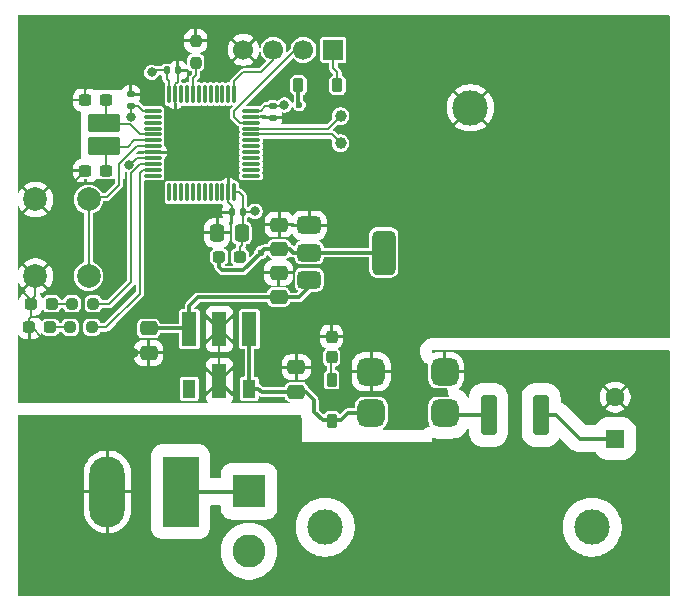
<source format=gbr>
%TF.GenerationSoftware,KiCad,Pcbnew,9.0.4*%
%TF.CreationDate,2025-10-16T14:37:17+03:00*%
%TF.ProjectId,ECAD_main,45434144-5f6d-4616-996e-2e6b69636164,rev?*%
%TF.SameCoordinates,Original*%
%TF.FileFunction,Copper,L1,Top*%
%TF.FilePolarity,Positive*%
%FSLAX46Y46*%
G04 Gerber Fmt 4.6, Leading zero omitted, Abs format (unit mm)*
G04 Created by KiCad (PCBNEW 9.0.4) date 2025-10-16 14:37:17*
%MOMM*%
%LPD*%
G01*
G04 APERTURE LIST*
G04 Aperture macros list*
%AMRoundRect*
0 Rectangle with rounded corners*
0 $1 Rounding radius*
0 $2 $3 $4 $5 $6 $7 $8 $9 X,Y pos of 4 corners*
0 Add a 4 corners polygon primitive as box body*
4,1,4,$2,$3,$4,$5,$6,$7,$8,$9,$2,$3,0*
0 Add four circle primitives for the rounded corners*
1,1,$1+$1,$2,$3*
1,1,$1+$1,$4,$5*
1,1,$1+$1,$6,$7*
1,1,$1+$1,$8,$9*
0 Add four rect primitives between the rounded corners*
20,1,$1+$1,$2,$3,$4,$5,0*
20,1,$1+$1,$4,$5,$6,$7,0*
20,1,$1+$1,$6,$7,$8,$9,0*
20,1,$1+$1,$8,$9,$2,$3,0*%
G04 Aperture macros list end*
%TA.AperFunction,SMDPad,CuDef*%
%ADD10C,1.000000*%
%TD*%
%TA.AperFunction,ComponentPad*%
%ADD11C,2.000000*%
%TD*%
%TA.AperFunction,ComponentPad*%
%ADD12RoundRect,0.250000X0.550000X-0.550000X0.550000X0.550000X-0.550000X0.550000X-0.550000X-0.550000X0*%
%TD*%
%TA.AperFunction,ComponentPad*%
%ADD13C,1.600000*%
%TD*%
%TA.AperFunction,SMDPad,CuDef*%
%ADD14RoundRect,0.237500X-0.287500X-0.237500X0.287500X-0.237500X0.287500X0.237500X-0.287500X0.237500X0*%
%TD*%
%TA.AperFunction,SMDPad,CuDef*%
%ADD15RoundRect,0.225000X-0.225000X-0.375000X0.225000X-0.375000X0.225000X0.375000X-0.225000X0.375000X0*%
%TD*%
%TA.AperFunction,SMDPad,CuDef*%
%ADD16RoundRect,0.140000X-0.170000X0.140000X-0.170000X-0.140000X0.170000X-0.140000X0.170000X0.140000X0*%
%TD*%
%TA.AperFunction,ComponentPad*%
%ADD17C,3.000000*%
%TD*%
%TA.AperFunction,SMDPad,CuDef*%
%ADD18RoundRect,0.237500X-0.300000X-0.237500X0.300000X-0.237500X0.300000X0.237500X-0.300000X0.237500X0*%
%TD*%
%TA.AperFunction,SMDPad,CuDef*%
%ADD19RoundRect,0.575000X-0.575000X-0.575000X0.575000X-0.575000X0.575000X0.575000X-0.575000X0.575000X0*%
%TD*%
%TA.AperFunction,SMDPad,CuDef*%
%ADD20RoundRect,0.140000X0.170000X-0.140000X0.170000X0.140000X-0.170000X0.140000X-0.170000X-0.140000X0*%
%TD*%
%TA.AperFunction,SMDPad,CuDef*%
%ADD21RoundRect,0.237500X-0.250000X-0.237500X0.250000X-0.237500X0.250000X0.237500X-0.250000X0.237500X0*%
%TD*%
%TA.AperFunction,SMDPad,CuDef*%
%ADD22RoundRect,0.250000X-0.475000X0.337500X-0.475000X-0.337500X0.475000X-0.337500X0.475000X0.337500X0*%
%TD*%
%TA.AperFunction,SMDPad,CuDef*%
%ADD23RoundRect,0.140000X0.140000X0.170000X-0.140000X0.170000X-0.140000X-0.170000X0.140000X-0.170000X0*%
%TD*%
%TA.AperFunction,SMDPad,CuDef*%
%ADD24RoundRect,0.140000X-0.140000X-0.170000X0.140000X-0.170000X0.140000X0.170000X-0.140000X0.170000X0*%
%TD*%
%TA.AperFunction,SMDPad,CuDef*%
%ADD25RoundRect,0.250000X0.337500X0.475000X-0.337500X0.475000X-0.337500X-0.475000X0.337500X-0.475000X0*%
%TD*%
%TA.AperFunction,SMDPad,CuDef*%
%ADD26RoundRect,0.080000X-0.320000X0.480000X-0.320000X-0.480000X0.320000X-0.480000X0.320000X0.480000X0*%
%TD*%
%TA.AperFunction,SMDPad,CuDef*%
%ADD27RoundRect,0.250000X0.400000X1.450000X-0.400000X1.450000X-0.400000X-1.450000X0.400000X-1.450000X0*%
%TD*%
%TA.AperFunction,SMDPad,CuDef*%
%ADD28RoundRect,0.250000X0.475000X-0.337500X0.475000X0.337500X-0.475000X0.337500X-0.475000X-0.337500X0*%
%TD*%
%TA.AperFunction,SMDPad,CuDef*%
%ADD29R,1.250000X2.870000*%
%TD*%
%TA.AperFunction,SMDPad,CuDef*%
%ADD30R,1.050000X1.580000*%
%TD*%
%TA.AperFunction,ComponentPad*%
%ADD31R,2.800000X2.800000*%
%TD*%
%TA.AperFunction,ComponentPad*%
%ADD32C,2.800000*%
%TD*%
%TA.AperFunction,SMDPad,CuDef*%
%ADD33RoundRect,0.150000X-1.200000X0.600000X-1.200000X-0.600000X1.200000X-0.600000X1.200000X0.600000X0*%
%TD*%
%TA.AperFunction,ComponentPad*%
%ADD34R,3.020000X6.020000*%
%TD*%
%TA.AperFunction,ComponentPad*%
%ADD35O,3.020000X6.020000*%
%TD*%
%TA.AperFunction,SMDPad,CuDef*%
%ADD36RoundRect,0.237500X-0.237500X0.250000X-0.237500X-0.250000X0.237500X-0.250000X0.237500X0.250000X0*%
%TD*%
%TA.AperFunction,SMDPad,CuDef*%
%ADD37RoundRect,0.075000X-0.662500X-0.075000X0.662500X-0.075000X0.662500X0.075000X-0.662500X0.075000X0*%
%TD*%
%TA.AperFunction,SMDPad,CuDef*%
%ADD38RoundRect,0.075000X-0.075000X-0.662500X0.075000X-0.662500X0.075000X0.662500X-0.075000X0.662500X0*%
%TD*%
%TA.AperFunction,SMDPad,CuDef*%
%ADD39RoundRect,0.375000X-0.625000X-0.375000X0.625000X-0.375000X0.625000X0.375000X-0.625000X0.375000X0*%
%TD*%
%TA.AperFunction,SMDPad,CuDef*%
%ADD40RoundRect,0.500000X-0.500000X-1.400000X0.500000X-1.400000X0.500000X1.400000X-0.500000X1.400000X0*%
%TD*%
%TA.AperFunction,ComponentPad*%
%ADD41R,1.700000X1.700000*%
%TD*%
%TA.AperFunction,ComponentPad*%
%ADD42C,1.700000*%
%TD*%
%TA.AperFunction,SMDPad,CuDef*%
%ADD43RoundRect,0.237500X-0.237500X0.287500X-0.237500X-0.287500X0.237500X-0.287500X0.237500X0.287500X0*%
%TD*%
%TA.AperFunction,ViaPad*%
%ADD44C,0.800000*%
%TD*%
%TA.AperFunction,ViaPad*%
%ADD45C,0.600000*%
%TD*%
%TA.AperFunction,Conductor*%
%ADD46C,0.200000*%
%TD*%
%TA.AperFunction,Conductor*%
%ADD47C,0.300000*%
%TD*%
G04 APERTURE END LIST*
D10*
%TO.P,TP2,1,1*%
%TO.N,/USB_DP_SMALL*%
X40000000Y-31700000D03*
%TD*%
D11*
%TO.P,SW1,1,1*%
%TO.N,DGND*%
X14162500Y-45250000D03*
X14162500Y-38750000D03*
%TO.P,SW1,2,2*%
%TO.N,Net-(U1-NRST)*%
X18662500Y-45250000D03*
X18662500Y-38750000D03*
%TD*%
D12*
%TO.P,C10,1*%
%TO.N,/power/PWR_prot*%
X63250000Y-59000000D03*
D13*
%TO.P,C10,2*%
%TO.N,GNDPWR_IN*%
X63250000Y-55500000D03*
%TD*%
D14*
%TO.P,D2,1,K*%
%TO.N,DGND*%
X13787500Y-47587500D03*
%TO.P,D2,2,A*%
%TO.N,Net-(D2-A)*%
X15537500Y-47587500D03*
%TD*%
%TO.P,FB1,1*%
%TO.N,3V3*%
X29712500Y-43587500D03*
%TO.P,FB1,2*%
%TO.N,/MCU_SMALL_VDD*%
X31462500Y-43587500D03*
%TD*%
D15*
%TO.P,D1,1,K*%
%TO.N,3V3*%
X36437500Y-29087500D03*
%TO.P,D1,2,A*%
%TO.N,Net-(D1-A)*%
X39737500Y-29087500D03*
%TD*%
D16*
%TO.P,C6,1*%
%TO.N,DGND*%
X22250000Y-29857500D03*
%TO.P,C6,2*%
%TO.N,/MCU_SMALL_VDD*%
X22250000Y-30817500D03*
%TD*%
D17*
%TO.P,F1,1*%
%TO.N,/power/PWR_In*%
X38700000Y-66500000D03*
%TO.P,F1,2*%
%TO.N,/power/PWR_prot*%
X61300000Y-66500000D03*
%TD*%
D18*
%TO.P,C9,1*%
%TO.N,DGND*%
X18387500Y-36337500D03*
%TO.P,C9,2*%
%TO.N,Net-(U1-PD1)*%
X20112500Y-36337500D03*
%TD*%
D19*
%TO.P,FL1,1,1*%
%TO.N,/power/Pow1*%
X48800000Y-56850000D03*
%TO.P,FL1,2,2*%
%TO.N,/power/+12V_POWER*%
X42600000Y-56850000D03*
%TO.P,FL1,3,3*%
%TO.N,GNDPWR_IN*%
X48800000Y-53350000D03*
%TO.P,FL1,4,4*%
%TO.N,DGND*%
X42600000Y-53350000D03*
%TD*%
D20*
%TO.P,C4,1*%
%TO.N,DGND*%
X34250000Y-31817500D03*
%TO.P,C4,2*%
%TO.N,/MCU_SMALL_VDD*%
X34250000Y-30857500D03*
%TD*%
D21*
%TO.P,R2,1*%
%TO.N,Net-(D2-A)*%
X17250000Y-47587500D03*
%TO.P,R2,2*%
%TO.N,/LED_SMALL_OK*%
X19075000Y-47587500D03*
%TD*%
D22*
%TO.P,C12,1*%
%TO.N,Net-(D9-+Vo)*%
X23750000Y-49675000D03*
%TO.P,C12,2*%
%TO.N,DGND*%
X23750000Y-51750000D03*
%TD*%
D14*
%TO.P,D3,1,K*%
%TO.N,DGND*%
X13662500Y-49587500D03*
%TO.P,D3,2,A*%
%TO.N,Net-(D3-A)*%
X15412500Y-49587500D03*
%TD*%
D23*
%TO.P,C5,1*%
%TO.N,DGND*%
X26230000Y-27837500D03*
%TO.P,C5,2*%
%TO.N,/MCU_SMALL_VDD*%
X25270000Y-27837500D03*
%TD*%
D24*
%TO.P,C3,1*%
%TO.N,DGND*%
X30770000Y-39837500D03*
%TO.P,C3,2*%
%TO.N,/MCU_SMALL_VDD*%
X31730000Y-39837500D03*
%TD*%
D17*
%TO.P,TP3,1,1*%
%TO.N,DGND*%
X51000000Y-31000000D03*
%TD*%
D25*
%TO.P,C1,1*%
%TO.N,/MCU_SMALL_VDD*%
X31625000Y-41587500D03*
%TO.P,C1,2*%
%TO.N,DGND*%
X29550000Y-41587500D03*
%TD*%
D26*
%TO.P,D4,1*%
%TO.N,Net-(D8-A)*%
X39250000Y-54020000D03*
%TO.P,D4,2*%
%TO.N,/power/+12V_POWER*%
X39250000Y-57480000D03*
%TD*%
D27*
%TO.P,F2,1*%
%TO.N,/power/PWR_prot*%
X56975000Y-57000000D03*
%TO.P,F2,2*%
%TO.N,/power/Pow1*%
X52525000Y-57000000D03*
%TD*%
D28*
%TO.P,C14,1*%
%TO.N,Net-(D9-+Vo)*%
X34750000Y-47037500D03*
%TO.P,C14,2*%
%TO.N,DGND*%
X34750000Y-44962500D03*
%TD*%
%TO.P,C13,1*%
%TO.N,3V3*%
X34800000Y-42952500D03*
%TO.P,C13,2*%
%TO.N,DGND*%
X34800000Y-40877500D03*
%TD*%
D29*
%TO.P,D9,1,+Vin*%
%TO.N,/power/+12V_POWER*%
X32281330Y-49712500D03*
%TO.P,D9,2,GND*%
%TO.N,DGND*%
X29741330Y-49712500D03*
%TO.P,D9,3,+Vo*%
%TO.N,Net-(D9-+Vo)*%
X27201330Y-49712500D03*
D30*
%TO.P,D9,4,Trim*%
%TO.N,unconnected-(D9-Trim-Pad4)*%
X27201330Y-54787500D03*
D29*
%TO.P,D9,5,GND*%
%TO.N,DGND*%
X29741330Y-54142500D03*
D30*
%TO.P,D9,6,Ctrl*%
%TO.N,/power/+12V_POWER*%
X32281330Y-54787500D03*
%TD*%
D18*
%TO.P,C8,1*%
%TO.N,DGND*%
X18387500Y-30337500D03*
%TO.P,C8,2*%
%TO.N,Net-(U1-PD0)*%
X20112500Y-30337500D03*
%TD*%
D28*
%TO.P,C15,1*%
%TO.N,/power/+12V_POWER*%
X36250000Y-55037500D03*
%TO.P,C15,2*%
%TO.N,DGND*%
X36250000Y-52962500D03*
%TD*%
D31*
%TO.P,J2,1,Pin_1*%
%TO.N,/power/PWR_BUT*%
X32250000Y-63455000D03*
D32*
%TO.P,J2,2,Pin_2*%
%TO.N,/power/PWR_In*%
X32250000Y-68535000D03*
%TD*%
D33*
%TO.P,Y1,1,1*%
%TO.N,Net-(U1-PD1)*%
X20000000Y-34200000D03*
%TO.P,Y1,2,2*%
%TO.N,Net-(U1-PD0)*%
X20000000Y-32300000D03*
%TD*%
D21*
%TO.P,R3,1*%
%TO.N,Net-(D3-A)*%
X17125000Y-49587500D03*
%TO.P,R3,2*%
%TO.N,/LED_SMALL_ERROR*%
X18950000Y-49587500D03*
%TD*%
D34*
%TO.P,J3,1*%
%TO.N,/power/PWR_BUT*%
X26450000Y-63500000D03*
D35*
%TO.P,J3,2*%
%TO.N,GNDPWR_IN*%
X20250000Y-63500000D03*
%TD*%
D10*
%TO.P,TP1,1,1*%
%TO.N,/USB_DM_SMALL*%
X40000000Y-34000000D03*
%TD*%
D36*
%TO.P,R1,1*%
%TO.N,DGND*%
X27750000Y-25337500D03*
%TO.P,R1,2*%
%TO.N,Net-(U1-BOOT0)*%
X27750000Y-27162500D03*
%TD*%
D37*
%TO.P,U1,1,VBAT*%
%TO.N,/MCU_SMALL_VDD*%
X24087500Y-31250000D03*
%TO.P,U1,2,PC13*%
%TO.N,unconnected-(U1-PC13-Pad2)*%
X24087500Y-31750000D03*
%TO.P,U1,3,PC14*%
%TO.N,unconnected-(U1-PC14-Pad3)*%
X24087500Y-32250000D03*
%TO.P,U1,4,PC15*%
%TO.N,unconnected-(U1-PC15-Pad4)*%
X24087500Y-32750000D03*
%TO.P,U1,5,PD0*%
%TO.N,Net-(U1-PD0)*%
X24087500Y-33250000D03*
%TO.P,U1,6,PD1*%
%TO.N,Net-(U1-PD1)*%
X24087500Y-33750000D03*
%TO.P,U1,7,NRST*%
%TO.N,Net-(U1-NRST)*%
X24087500Y-34250000D03*
%TO.P,U1,8,VSSA*%
%TO.N,DGND*%
X24087500Y-34750000D03*
%TO.P,U1,9,VDDA*%
%TO.N,/MCU_SMALL_VDD*%
X24087500Y-35250000D03*
%TO.P,U1,10,PA0*%
%TO.N,/LED_SMALL_OK*%
X24087500Y-35750000D03*
%TO.P,U1,11,PA1*%
%TO.N,/LED_SMALL_ERROR*%
X24087500Y-36250000D03*
%TO.P,U1,12,PA2*%
%TO.N,unconnected-(U1-PA2-Pad12)*%
X24087500Y-36750000D03*
D38*
%TO.P,U1,13,PA3*%
%TO.N,unconnected-(U1-PA3-Pad13)*%
X25500000Y-38162500D03*
%TO.P,U1,14,PA4*%
%TO.N,unconnected-(U1-PA4-Pad14)*%
X26000000Y-38162500D03*
%TO.P,U1,15,PA5*%
%TO.N,unconnected-(U1-PA5-Pad15)*%
X26500000Y-38162500D03*
%TO.P,U1,16,PA6*%
%TO.N,unconnected-(U1-PA6-Pad16)*%
X27000000Y-38162500D03*
%TO.P,U1,17,PA7*%
%TO.N,unconnected-(U1-PA7-Pad17)*%
X27500000Y-38162500D03*
%TO.P,U1,18,PB0*%
%TO.N,unconnected-(U1-PB0-Pad18)*%
X28000000Y-38162500D03*
%TO.P,U1,19,PB1*%
%TO.N,unconnected-(U1-PB1-Pad19)*%
X28500000Y-38162500D03*
%TO.P,U1,20,PB2*%
%TO.N,unconnected-(U1-PB2-Pad20)*%
X29000000Y-38162500D03*
%TO.P,U1,21,PB10*%
%TO.N,unconnected-(U1-PB10-Pad21)*%
X29500000Y-38162500D03*
%TO.P,U1,22,PB11*%
%TO.N,unconnected-(U1-PB11-Pad22)*%
X30000000Y-38162500D03*
%TO.P,U1,23,VSS*%
%TO.N,DGND*%
X30500000Y-38162500D03*
%TO.P,U1,24,VDD*%
%TO.N,/MCU_SMALL_VDD*%
X31000000Y-38162500D03*
D37*
%TO.P,U1,25,PB12*%
%TO.N,unconnected-(U1-PB12-Pad25)*%
X32412500Y-36750000D03*
%TO.P,U1,26,PB13*%
%TO.N,unconnected-(U1-PB13-Pad26)*%
X32412500Y-36250000D03*
%TO.P,U1,27,PB14*%
%TO.N,unconnected-(U1-PB14-Pad27)*%
X32412500Y-35750000D03*
%TO.P,U1,28,PB15*%
%TO.N,unconnected-(U1-PB15-Pad28)*%
X32412500Y-35250000D03*
%TO.P,U1,29,PA8*%
%TO.N,unconnected-(U1-PA8-Pad29)*%
X32412500Y-34750000D03*
%TO.P,U1,30,PA9*%
%TO.N,unconnected-(U1-PA9-Pad30)*%
X32412500Y-34250000D03*
%TO.P,U1,31,PA10*%
%TO.N,unconnected-(U1-PA10-Pad31)*%
X32412500Y-33750000D03*
%TO.P,U1,32,PA11*%
%TO.N,/USB_DM_SMALL*%
X32412500Y-33250000D03*
%TO.P,U1,33,PA12*%
%TO.N,/USB_DP_SMALL*%
X32412500Y-32750000D03*
%TO.P,U1,34,PA13*%
%TO.N,/SWDIO_SMALL*%
X32412500Y-32250000D03*
%TO.P,U1,35,VSS*%
%TO.N,DGND*%
X32412500Y-31750000D03*
%TO.P,U1,36,VDD*%
%TO.N,/MCU_SMALL_VDD*%
X32412500Y-31250000D03*
D38*
%TO.P,U1,37,PA14*%
%TO.N,/SWCLK_SMALL*%
X31000000Y-29837500D03*
%TO.P,U1,38,PA15*%
%TO.N,unconnected-(U1-PA15-Pad38)*%
X30500000Y-29837500D03*
%TO.P,U1,39,PB3*%
%TO.N,unconnected-(U1-PB3-Pad39)*%
X30000000Y-29837500D03*
%TO.P,U1,40,PB4*%
%TO.N,unconnected-(U1-PB4-Pad40)*%
X29500000Y-29837500D03*
%TO.P,U1,41,PB5*%
%TO.N,unconnected-(U1-PB5-Pad41)*%
X29000000Y-29837500D03*
%TO.P,U1,42,PB6*%
%TO.N,unconnected-(U1-PB6-Pad42)*%
X28500000Y-29837500D03*
%TO.P,U1,43,PB7*%
%TO.N,unconnected-(U1-PB7-Pad43)*%
X28000000Y-29837500D03*
%TO.P,U1,44,BOOT0*%
%TO.N,Net-(U1-BOOT0)*%
X27500000Y-29837500D03*
%TO.P,U1,45,PB8*%
%TO.N,unconnected-(U1-PB8-Pad45)*%
X27000000Y-29837500D03*
%TO.P,U1,46,PB9*%
%TO.N,unconnected-(U1-PB9-Pad46)*%
X26500000Y-29837500D03*
%TO.P,U1,47,VSS*%
%TO.N,DGND*%
X26000000Y-29837500D03*
%TO.P,U1,48,VDD*%
%TO.N,/MCU_SMALL_VDD*%
X25500000Y-29837500D03*
%TD*%
D39*
%TO.P,U2,1,GND*%
%TO.N,DGND*%
X37350000Y-40950000D03*
%TO.P,U2,2,VO*%
%TO.N,3V3*%
X37350000Y-43250000D03*
D40*
X43650000Y-43250000D03*
D39*
%TO.P,U2,3,VI*%
%TO.N,Net-(D9-+Vo)*%
X37350000Y-45550000D03*
%TD*%
D41*
%TO.P,J1,1,Pin_1*%
%TO.N,Net-(D1-A)*%
X39397500Y-26087500D03*
D42*
%TO.P,J1,2,Pin_2*%
%TO.N,/SWDIO_SMALL*%
X36857500Y-26087500D03*
%TO.P,J1,3,Pin_3*%
%TO.N,/SWCLK_SMALL*%
X34317500Y-26087500D03*
%TO.P,J1,4,Pin_4*%
%TO.N,DGND*%
X31777500Y-26087500D03*
%TD*%
D43*
%TO.P,D8,1,K*%
%TO.N,DGND*%
X39250000Y-50375000D03*
%TO.P,D8,2,A*%
%TO.N,Net-(D8-A)*%
X39250000Y-52125000D03*
%TD*%
D44*
%TO.N,DGND*%
X26250000Y-24750000D03*
X26750000Y-52000000D03*
X26250000Y-26250000D03*
X27500000Y-41750000D03*
X29250000Y-39750000D03*
X37500000Y-31750000D03*
X22500000Y-51750000D03*
X24750000Y-53500000D03*
X29250000Y-25250000D03*
X21750000Y-28500000D03*
X33000000Y-45000000D03*
X27750000Y-23750000D03*
X23500000Y-29750000D03*
X16750000Y-30500000D03*
X17750000Y-28500000D03*
X16750000Y-36250000D03*
D45*
%TO.N,3V3*%
X33250000Y-43250000D03*
X36500000Y-30750000D03*
D44*
%TO.N,/MCU_SMALL_VDD*%
X22250000Y-31750000D03*
X24000000Y-28000000D03*
X32750000Y-39750000D03*
X35250000Y-30750000D03*
X22049265Y-35799265D03*
%TD*%
D46*
%TO.N,Net-(U1-NRST)*%
X24087500Y-34250000D02*
X22750000Y-34250000D01*
X18892500Y-38520000D02*
X18662500Y-38750000D01*
X22750000Y-34250000D02*
X21250000Y-35750000D01*
X18662500Y-38750000D02*
X18662500Y-45250000D01*
X21250000Y-35750000D02*
X21250000Y-37500000D01*
X20230000Y-38520000D02*
X18892500Y-38520000D01*
X21250000Y-37500000D02*
X20230000Y-38520000D01*
%TO.N,Net-(U1-PD1)*%
X20250000Y-34287500D02*
X21962500Y-34287500D01*
X22500000Y-33750000D02*
X24087500Y-33750000D01*
X20250000Y-34750000D02*
X20250000Y-34287500D01*
X21962500Y-34287500D02*
X22500000Y-33750000D01*
X20112500Y-34887500D02*
X20250000Y-34750000D01*
X20112500Y-36337500D02*
X20112500Y-34887500D01*
%TO.N,Net-(U1-PD0)*%
X20250000Y-32387500D02*
X20112500Y-32250000D01*
X22137500Y-32387500D02*
X20250000Y-32387500D01*
X23000000Y-33250000D02*
X22137500Y-32387500D01*
X24087500Y-33250000D02*
X23000000Y-33250000D01*
X20112500Y-32250000D02*
X20112500Y-30337500D01*
D47*
%TO.N,/power/PWR_prot*%
X56975000Y-57000000D02*
X58250000Y-57000000D01*
X60250000Y-59000000D02*
X63250000Y-59000000D01*
X58250000Y-57000000D02*
X60250000Y-59000000D01*
%TO.N,Net-(D9-+Vo)*%
X27201330Y-49712500D02*
X27201330Y-47798670D01*
X27201330Y-47798670D02*
X27962500Y-47037500D01*
X23750000Y-49675000D02*
X27163830Y-49675000D01*
X34750000Y-47037500D02*
X36462500Y-47037500D01*
X36462500Y-47037500D02*
X37350000Y-46150000D01*
X37350000Y-46150000D02*
X37350000Y-45550000D01*
X27962500Y-47037500D02*
X34750000Y-47037500D01*
X27163830Y-49675000D02*
X27201330Y-49712500D01*
%TO.N,/power/+12V_POWER*%
X33325000Y-55075000D02*
X36212500Y-55075000D01*
X37075000Y-55075000D02*
X37750000Y-55750000D01*
X36287500Y-55075000D02*
X37075000Y-55075000D01*
X32281330Y-49712500D02*
X32281330Y-54787500D01*
X37750000Y-56710000D02*
X38500000Y-57460000D01*
X32281330Y-54787500D02*
X33037500Y-54787500D01*
X36250000Y-55037500D02*
X36287500Y-55075000D01*
X33037500Y-54787500D02*
X33325000Y-55075000D01*
X37750000Y-55750000D02*
X37750000Y-56710000D01*
X40650000Y-56850000D02*
X42550000Y-56850000D01*
X36212500Y-55075000D02*
X36250000Y-55037500D01*
X38500000Y-57460000D02*
X40040000Y-57460000D01*
X40040000Y-57460000D02*
X40650000Y-56850000D01*
D46*
%TO.N,Net-(D1-A)*%
X39737500Y-27987500D02*
X39737500Y-29087500D01*
X39397500Y-26087500D02*
X39397500Y-27647500D01*
X39397500Y-27647500D02*
X39737500Y-27987500D01*
%TO.N,Net-(D3-A)*%
X17125000Y-49587500D02*
X15412500Y-49587500D01*
%TO.N,Net-(D8-A)*%
X39200000Y-52105000D02*
X39200000Y-54000000D01*
%TO.N,DGND*%
X22250000Y-29857500D02*
X23392500Y-29857500D01*
X26000000Y-29837500D02*
X26000000Y-29000000D01*
X13837500Y-49587500D02*
X14750000Y-50500000D01*
X13825000Y-48750000D02*
X14750000Y-48750000D01*
X18387500Y-30337500D02*
X18387500Y-29387500D01*
X18387500Y-29387500D02*
X18250000Y-29250000D01*
X32412500Y-31750000D02*
X34182500Y-31750000D01*
X13787500Y-47287500D02*
X14162500Y-46912500D01*
X17500000Y-37225000D02*
X17500000Y-37500000D01*
X13787500Y-48712500D02*
X13787500Y-47587500D01*
X26000000Y-29837500D02*
X26000000Y-31250000D01*
X30500000Y-39000000D02*
X30770000Y-39270000D01*
X26000000Y-29000000D02*
X26230000Y-28770000D01*
X34182500Y-31750000D02*
X34250000Y-31817500D01*
X18387500Y-36337500D02*
X17500000Y-37225000D01*
X13662500Y-49587500D02*
X13662500Y-48837500D01*
X30500000Y-38162500D02*
X30500000Y-37000000D01*
X30770000Y-39270000D02*
X30770000Y-39837500D01*
X13787500Y-47587500D02*
X13787500Y-47287500D01*
X13787500Y-48712500D02*
X13825000Y-48750000D01*
X14162500Y-46912500D02*
X14162500Y-45250000D01*
X13662500Y-48837500D02*
X13787500Y-48712500D01*
X13787500Y-47287500D02*
X13000000Y-46500000D01*
X26230000Y-28770000D02*
X26230000Y-27837500D01*
X23392500Y-29857500D02*
X23500000Y-29750000D01*
X13662500Y-49587500D02*
X13837500Y-49587500D01*
X30500000Y-38162500D02*
X30500000Y-39000000D01*
X29741330Y-49712500D02*
X29741330Y-54142500D01*
D47*
%TO.N,/power/Pow1*%
X52475000Y-57000000D02*
X48900000Y-57000000D01*
X48900000Y-57000000D02*
X48750000Y-56850000D01*
%TO.N,/power/PWR_BUT*%
X32155000Y-63500000D02*
X32200000Y-63455000D01*
X26462500Y-63500000D02*
X32155000Y-63500000D01*
%TO.N,3V3*%
X36437500Y-30687500D02*
X36500000Y-30750000D01*
X35702500Y-42952500D02*
X36000000Y-43250000D01*
X29712500Y-43587500D02*
X29712500Y-44462500D01*
X36000000Y-43250000D02*
X37350000Y-43250000D01*
X37350000Y-43250000D02*
X43650000Y-43250000D01*
X34800000Y-42952500D02*
X35702500Y-42952500D01*
X36437500Y-29087500D02*
X36437500Y-30687500D01*
X34800000Y-42952500D02*
X33547500Y-42952500D01*
X31750000Y-44750000D02*
X33250000Y-43250000D01*
X30000000Y-44750000D02*
X31750000Y-44750000D01*
X33547500Y-42952500D02*
X33250000Y-43250000D01*
X29712500Y-44462500D02*
X30000000Y-44750000D01*
D46*
%TO.N,Net-(D2-A)*%
X15537500Y-47587500D02*
X17250000Y-47587500D01*
%TO.N,/MCU_SMALL_VDD*%
X31625000Y-41587500D02*
X31625000Y-42625000D01*
X31412500Y-38162500D02*
X31730000Y-38480000D01*
X22049265Y-35799265D02*
X22200735Y-35799265D01*
X31730000Y-38480000D02*
X31730000Y-39837500D01*
X33250000Y-31250000D02*
X33642500Y-30857500D01*
X32412500Y-31250000D02*
X33250000Y-31250000D01*
X32662500Y-39837500D02*
X32750000Y-39750000D01*
X31730000Y-39837500D02*
X32662500Y-39837500D01*
X31730000Y-41482500D02*
X31625000Y-41587500D01*
X35142500Y-30857500D02*
X35250000Y-30750000D01*
X34250000Y-30857500D02*
X35142500Y-30857500D01*
X25270000Y-27837500D02*
X25270000Y-28520000D01*
X23250000Y-31250000D02*
X22817500Y-30817500D01*
X24087500Y-31250000D02*
X23250000Y-31250000D01*
X24162500Y-27837500D02*
X24000000Y-28000000D01*
X31462500Y-42787500D02*
X31462500Y-43587500D01*
X31625000Y-42625000D02*
X31462500Y-42787500D01*
X33642500Y-30857500D02*
X34250000Y-30857500D01*
X22200735Y-35799265D02*
X22750000Y-35250000D01*
X31000000Y-38162500D02*
X31412500Y-38162500D01*
X31730000Y-39837500D02*
X31730000Y-41482500D01*
X22250000Y-31750000D02*
X22250000Y-30817500D01*
X25270000Y-28520000D02*
X25500000Y-28750000D01*
X22817500Y-30817500D02*
X22250000Y-30817500D01*
X25270000Y-27837500D02*
X24162500Y-27837500D01*
X25500000Y-28750000D02*
X25500000Y-29675000D01*
X22750000Y-35250000D02*
X24087500Y-35250000D01*
%TO.N,/SWDIO_SMALL*%
X36162500Y-26087500D02*
X36857500Y-26087500D01*
X32412500Y-32250000D02*
X31500000Y-32250000D01*
X31000000Y-31250000D02*
X36162500Y-26087500D01*
X31500000Y-32250000D02*
X31000000Y-31750000D01*
X31000000Y-31750000D02*
X31000000Y-31250000D01*
%TO.N,/SWCLK_SMALL*%
X31750000Y-28000000D02*
X33250000Y-28000000D01*
X33250000Y-28000000D02*
X34317500Y-26932500D01*
X34317500Y-26932500D02*
X34317500Y-26087500D01*
X31000000Y-28750000D02*
X31750000Y-28000000D01*
X31000000Y-29675000D02*
X31000000Y-28750000D01*
%TO.N,Net-(U1-BOOT0)*%
X27500000Y-28500000D02*
X27500000Y-29675000D01*
X27750000Y-28250000D02*
X27500000Y-28500000D01*
X27750000Y-27162500D02*
X27750000Y-28250000D01*
%TO.N,/LED_SMALL_OK*%
X22250000Y-36500000D02*
X22250000Y-45750000D01*
X23000000Y-35750000D02*
X22250000Y-36500000D01*
X22250000Y-45750000D02*
X20412500Y-47587500D01*
X24087500Y-35750000D02*
X23000000Y-35750000D01*
X20412500Y-47587500D02*
X19075000Y-47587500D01*
%TO.N,/LED_SMALL_ERROR*%
X23000000Y-36500000D02*
X23250000Y-36250000D01*
X23250000Y-36250000D02*
X24087500Y-36250000D01*
X18950000Y-49587500D02*
X20162500Y-49587500D01*
X20162500Y-49587500D02*
X23000000Y-46750000D01*
X23000000Y-46750000D02*
X23000000Y-36500000D01*
%TO.N,/USB_DM_SMALL*%
X39250000Y-33250000D02*
X40000000Y-34000000D01*
X32412500Y-33250000D02*
X39250000Y-33250000D01*
%TO.N,/USB_DP_SMALL*%
X32412500Y-32750000D02*
X38950000Y-32750000D01*
X38950000Y-32750000D02*
X40000000Y-31700000D01*
%TD*%
%TA.AperFunction,Conductor*%
%TO.N,DGND*%
G36*
X67831487Y-23168513D02*
G01*
X67849500Y-23212000D01*
X67849500Y-50433000D01*
X67831487Y-50476487D01*
X67788000Y-50494500D01*
X47811500Y-50494500D01*
X47684890Y-50506565D01*
X47621582Y-50512598D01*
X47426711Y-50571039D01*
X47383222Y-50589053D01*
X47225380Y-50671502D01*
X47225374Y-50671506D01*
X47066088Y-50798060D01*
X47066075Y-50798073D01*
X46935528Y-50954097D01*
X46935526Y-50954100D01*
X46839059Y-51133211D01*
X46839044Y-51133242D01*
X46821049Y-51176684D01*
X46821039Y-51176713D01*
X46765082Y-51359097D01*
X46765081Y-51359100D01*
X46744500Y-51561492D01*
X46744500Y-51715753D01*
X46755811Y-51827204D01*
X46765002Y-51917762D01*
X46769967Y-51941971D01*
X46795849Y-52026509D01*
X46825708Y-52124034D01*
X46922039Y-52303220D01*
X46922041Y-52303223D01*
X46922044Y-52303228D01*
X47008412Y-52406614D01*
X47052481Y-52459367D01*
X47086155Y-52492248D01*
X47086173Y-52492264D01*
X47187505Y-52575020D01*
X47224073Y-52604885D01*
X47367206Y-52682120D01*
X47396922Y-52718622D01*
X47399500Y-52736242D01*
X47399500Y-53996791D01*
X47402233Y-54037099D01*
X47402234Y-54037102D01*
X47445567Y-54211351D01*
X47445568Y-54211352D01*
X47525344Y-54372205D01*
X47525347Y-54372210D01*
X47537235Y-54387000D01*
X47637841Y-54512159D01*
X47777790Y-54624653D01*
X47777793Y-54624654D01*
X47777794Y-54624655D01*
X47938647Y-54704431D01*
X47938648Y-54704432D01*
X47938649Y-54704432D01*
X47938651Y-54704433D01*
X48112900Y-54747766D01*
X48153208Y-54750500D01*
X48153216Y-54750500D01*
X48979773Y-54750500D01*
X49023260Y-54768513D01*
X49041270Y-54811379D01*
X49041537Y-54837857D01*
X49059092Y-55015061D01*
X49059092Y-55015064D01*
X49117027Y-55210093D01*
X49196716Y-55358978D01*
X49201356Y-55405819D01*
X49171516Y-55442222D01*
X49142494Y-55449500D01*
X48153208Y-55449500D01*
X48112900Y-55452233D01*
X48112897Y-55452234D01*
X47938648Y-55495567D01*
X47938647Y-55495568D01*
X47777794Y-55575344D01*
X47777789Y-55575347D01*
X47637841Y-55687840D01*
X47637840Y-55687841D01*
X47525347Y-55827789D01*
X47525344Y-55827794D01*
X47445568Y-55988647D01*
X47445567Y-55988648D01*
X47402234Y-56162897D01*
X47402233Y-56162900D01*
X47399500Y-56203208D01*
X47399500Y-57496791D01*
X47402233Y-57537099D01*
X47402234Y-57537102D01*
X47445567Y-57711351D01*
X47445568Y-57711352D01*
X47525344Y-57872205D01*
X47525347Y-57872210D01*
X47544300Y-57895789D01*
X47557505Y-57940969D01*
X47534896Y-57982253D01*
X47514033Y-57993227D01*
X47426709Y-58019415D01*
X47383222Y-58037428D01*
X47225380Y-58119877D01*
X47225374Y-58119881D01*
X47085325Y-58231152D01*
X47047068Y-58244500D01*
X43642981Y-58244500D01*
X43599494Y-58226487D01*
X43581481Y-58183000D01*
X43599494Y-58139513D01*
X43615655Y-58127904D01*
X43615704Y-58127879D01*
X43622210Y-58124653D01*
X43762159Y-58012159D01*
X43874653Y-57872210D01*
X43954433Y-57711349D01*
X43997766Y-57537100D01*
X44000500Y-57496784D01*
X44000500Y-56203216D01*
X44000500Y-56203208D01*
X43997766Y-56162900D01*
X43997765Y-56162897D01*
X43974922Y-56071039D01*
X43954433Y-55988651D01*
X43895136Y-55869090D01*
X43874655Y-55827794D01*
X43874652Y-55827789D01*
X43762159Y-55687841D01*
X43762158Y-55687840D01*
X43622210Y-55575347D01*
X43622205Y-55575344D01*
X43461352Y-55495568D01*
X43461351Y-55495567D01*
X43287102Y-55452234D01*
X43287099Y-55452233D01*
X43246792Y-55449500D01*
X43246784Y-55449500D01*
X41953216Y-55449500D01*
X41953208Y-55449500D01*
X41912900Y-55452233D01*
X41912897Y-55452234D01*
X41738648Y-55495567D01*
X41738647Y-55495568D01*
X41577794Y-55575344D01*
X41577789Y-55575347D01*
X41437841Y-55687840D01*
X41437840Y-55687841D01*
X41325347Y-55827789D01*
X41325344Y-55827794D01*
X41245568Y-55988647D01*
X41245567Y-55988648D01*
X41202234Y-56162897D01*
X41202233Y-56162900D01*
X41199500Y-56203208D01*
X41199500Y-56388000D01*
X41181487Y-56431487D01*
X41138000Y-56449500D01*
X40597270Y-56449500D01*
X40495418Y-56476790D01*
X40495406Y-56476795D01*
X40404093Y-56529515D01*
X40404083Y-56529523D01*
X39996127Y-56937479D01*
X39952640Y-56955492D01*
X39909153Y-56937479D01*
X39897028Y-56916995D01*
X39896151Y-56917405D01*
X39844906Y-56807510D01*
X39844906Y-56807509D01*
X39762491Y-56725094D01*
X39656859Y-56675837D01*
X39656857Y-56675836D01*
X39608729Y-56669500D01*
X39608724Y-56669500D01*
X38891276Y-56669500D01*
X38891270Y-56669500D01*
X38843142Y-56675836D01*
X38737510Y-56725093D01*
X38737506Y-56725096D01*
X38655096Y-56807506D01*
X38655093Y-56807510D01*
X38615510Y-56892396D01*
X38580806Y-56924196D01*
X38533781Y-56922143D01*
X38516285Y-56909892D01*
X38168513Y-56562120D01*
X38150500Y-56518633D01*
X38150500Y-55697273D01*
X38129080Y-55617331D01*
X38129080Y-55617330D01*
X38123208Y-55595416D01*
X38123207Y-55595412D01*
X38123204Y-55595406D01*
X38070484Y-55504093D01*
X38070482Y-55504090D01*
X38070480Y-55504087D01*
X37320913Y-54754520D01*
X37320907Y-54754516D01*
X37320905Y-54754515D01*
X37256249Y-54717185D01*
X37227594Y-54679842D01*
X37225499Y-54663925D01*
X37225499Y-54652127D01*
X37219091Y-54592518D01*
X37219090Y-54592514D01*
X37199029Y-54538729D01*
X37168796Y-54457669D01*
X37082546Y-54342454D01*
X37013314Y-54290627D01*
X36967333Y-54256205D01*
X36967328Y-54256203D01*
X36960917Y-54253812D01*
X36941074Y-54246411D01*
X36832487Y-54205910D01*
X36832485Y-54205909D01*
X36832483Y-54205909D01*
X36772873Y-54199500D01*
X36772871Y-54199500D01*
X35727127Y-54199500D01*
X35667518Y-54205908D01*
X35667514Y-54205909D01*
X35532671Y-54256203D01*
X35532666Y-54256205D01*
X35417454Y-54342454D01*
X35331205Y-54457666D01*
X35331203Y-54457671D01*
X35280909Y-54592515D01*
X35280908Y-54592516D01*
X35277999Y-54619576D01*
X35255440Y-54660887D01*
X35216852Y-54674500D01*
X33516367Y-54674500D01*
X33472880Y-54656487D01*
X33283416Y-54467023D01*
X33283413Y-54467020D01*
X33283410Y-54467018D01*
X33283406Y-54467015D01*
X33192093Y-54414295D01*
X33192083Y-54414291D01*
X33102412Y-54390264D01*
X33065069Y-54361610D01*
X33056830Y-54330860D01*
X33056830Y-53972823D01*
X33056829Y-53972822D01*
X33042297Y-53899761D01*
X33028502Y-53879115D01*
X32986931Y-53816899D01*
X32945358Y-53789121D01*
X32904068Y-53761532D01*
X32831007Y-53747000D01*
X32831004Y-53747000D01*
X32743330Y-53747000D01*
X32699843Y-53728987D01*
X32681830Y-53685500D01*
X32681830Y-53349979D01*
X35025001Y-53349979D01*
X35035495Y-53452702D01*
X35090638Y-53619114D01*
X35090641Y-53619119D01*
X35182683Y-53768344D01*
X35306655Y-53892316D01*
X35455880Y-53984358D01*
X35455885Y-53984361D01*
X35622295Y-54039503D01*
X35622301Y-54039504D01*
X35725022Y-54049999D01*
X36125000Y-54049999D01*
X36375000Y-54049999D01*
X36774973Y-54049999D01*
X36774979Y-54049998D01*
X36877702Y-54039504D01*
X37044114Y-53984361D01*
X37044119Y-53984358D01*
X37193344Y-53892316D01*
X37317316Y-53768344D01*
X37409358Y-53619119D01*
X37409361Y-53619114D01*
X37464503Y-53452704D01*
X37464504Y-53452698D01*
X37474999Y-53349978D01*
X37475000Y-53349975D01*
X37475000Y-53087500D01*
X36375000Y-53087500D01*
X36375000Y-54049999D01*
X36125000Y-54049999D01*
X36125000Y-53087500D01*
X35025001Y-53087500D01*
X35025001Y-53349979D01*
X32681830Y-53349979D01*
X32681830Y-52575021D01*
X35025000Y-52575021D01*
X35025000Y-52837500D01*
X36125000Y-52837500D01*
X36375000Y-52837500D01*
X37474999Y-52837500D01*
X37474999Y-52575026D01*
X37474998Y-52575020D01*
X37464504Y-52472297D01*
X37409361Y-52305885D01*
X37409358Y-52305880D01*
X37317316Y-52156655D01*
X37193344Y-52032683D01*
X37044119Y-51940641D01*
X37044114Y-51940638D01*
X36877704Y-51885496D01*
X36877698Y-51885495D01*
X36774978Y-51875000D01*
X36375000Y-51875000D01*
X36375000Y-52837500D01*
X36125000Y-52837500D01*
X36125000Y-51875000D01*
X35725025Y-51875000D01*
X35725019Y-51875001D01*
X35622297Y-51885495D01*
X35455885Y-51940638D01*
X35455880Y-51940641D01*
X35306655Y-52032683D01*
X35182683Y-52156655D01*
X35090641Y-52305880D01*
X35090638Y-52305885D01*
X35035496Y-52472295D01*
X35035495Y-52472301D01*
X35025000Y-52575021D01*
X32681830Y-52575021D01*
X32681830Y-51459500D01*
X32699843Y-51416013D01*
X32743330Y-51398000D01*
X32931007Y-51398000D01*
X32931007Y-51397999D01*
X32960310Y-51392170D01*
X33004068Y-51383467D01*
X33004069Y-51383466D01*
X33004070Y-51383466D01*
X33086931Y-51328101D01*
X33142296Y-51245240D01*
X33142296Y-51245239D01*
X33142297Y-51245238D01*
X33155927Y-51176713D01*
X33156829Y-51172177D01*
X33156830Y-51172177D01*
X33156830Y-50711647D01*
X38275001Y-50711647D01*
X38285320Y-50812657D01*
X38285321Y-50812660D01*
X38339542Y-50976293D01*
X38339546Y-50976300D01*
X38430055Y-51123038D01*
X38551961Y-51244944D01*
X38698699Y-51335453D01*
X38704849Y-51337491D01*
X38740465Y-51368265D01*
X38743889Y-51415211D01*
X38722366Y-51445104D01*
X38663882Y-51488885D01*
X38579789Y-51601219D01*
X38579787Y-51601224D01*
X38530750Y-51732696D01*
X38530749Y-51732699D01*
X38530749Y-51732701D01*
X38524500Y-51790826D01*
X38524500Y-52459174D01*
X38530749Y-52517299D01*
X38530749Y-52517301D01*
X38530750Y-52517303D01*
X38579787Y-52648775D01*
X38579789Y-52648780D01*
X38603023Y-52679816D01*
X38663884Y-52761116D01*
X38776222Y-52845212D01*
X38809493Y-52857621D01*
X38843942Y-52889693D01*
X38849500Y-52915242D01*
X38849500Y-53173691D01*
X38831487Y-53217178D01*
X38813992Y-53229429D01*
X38737508Y-53265094D01*
X38655096Y-53347506D01*
X38655093Y-53347510D01*
X38605836Y-53453142D01*
X38599500Y-53501270D01*
X38599500Y-54538729D01*
X38605836Y-54586857D01*
X38623462Y-54624655D01*
X38655094Y-54692491D01*
X38737509Y-54774906D01*
X38843141Y-54824163D01*
X38891276Y-54830500D01*
X38891279Y-54830500D01*
X39608721Y-54830500D01*
X39608724Y-54830500D01*
X39656859Y-54824163D01*
X39762491Y-54774906D01*
X39844906Y-54692491D01*
X39894163Y-54586859D01*
X39900500Y-54538724D01*
X39900500Y-54007100D01*
X40950000Y-54007100D01*
X40952745Y-54053194D01*
X40952746Y-54053196D01*
X40996387Y-54253812D01*
X41077204Y-54442537D01*
X41192276Y-54612556D01*
X41337443Y-54757723D01*
X41507462Y-54872795D01*
X41696187Y-54953612D01*
X41896803Y-54997253D01*
X41896805Y-54997254D01*
X41942900Y-55000000D01*
X42475000Y-55000000D01*
X42725000Y-55000000D01*
X43257100Y-55000000D01*
X43303194Y-54997254D01*
X43303196Y-54997253D01*
X43503812Y-54953612D01*
X43692537Y-54872795D01*
X43862556Y-54757723D01*
X44007723Y-54612556D01*
X44122795Y-54442537D01*
X44203612Y-54253812D01*
X44247253Y-54053196D01*
X44247254Y-54053194D01*
X44250000Y-54007100D01*
X44250000Y-53475000D01*
X42725000Y-53475000D01*
X42725000Y-55000000D01*
X42475000Y-55000000D01*
X42475000Y-53475000D01*
X40950000Y-53475000D01*
X40950000Y-54007100D01*
X39900500Y-54007100D01*
X39900500Y-53501276D01*
X39894163Y-53453141D01*
X39844906Y-53347509D01*
X39762491Y-53265094D01*
X39656859Y-53215837D01*
X39656857Y-53215836D01*
X39608722Y-53209499D01*
X39607968Y-53209450D01*
X39607830Y-53209382D01*
X39606728Y-53209237D01*
X39606777Y-53208862D01*
X39565756Y-53188625D01*
X39550500Y-53148082D01*
X39550500Y-52952541D01*
X39568513Y-52909054D01*
X39590508Y-52894919D01*
X39592299Y-52894251D01*
X39723778Y-52845212D01*
X39836116Y-52761116D01*
X39887183Y-52692899D01*
X40950000Y-52692899D01*
X40950000Y-53225000D01*
X42475000Y-53225000D01*
X42725000Y-53225000D01*
X44250000Y-53225000D01*
X44250000Y-52692899D01*
X44247254Y-52646805D01*
X44247253Y-52646803D01*
X44203612Y-52446187D01*
X44122795Y-52257462D01*
X44007723Y-52087443D01*
X43862556Y-51942276D01*
X43692537Y-51827204D01*
X43503812Y-51746387D01*
X43303196Y-51702746D01*
X43303194Y-51702745D01*
X43257100Y-51700000D01*
X42725000Y-51700000D01*
X42725000Y-53225000D01*
X42475000Y-53225000D01*
X42475000Y-51700000D01*
X41942900Y-51700000D01*
X41896805Y-51702745D01*
X41896803Y-51702746D01*
X41696187Y-51746387D01*
X41507462Y-51827204D01*
X41337443Y-51942276D01*
X41192276Y-52087443D01*
X41077204Y-52257462D01*
X40996387Y-52446187D01*
X40952746Y-52646803D01*
X40952745Y-52646805D01*
X40950000Y-52692899D01*
X39887183Y-52692899D01*
X39920212Y-52648778D01*
X39969251Y-52517299D01*
X39975500Y-52459174D01*
X39975500Y-51790826D01*
X39969251Y-51732701D01*
X39920212Y-51601222D01*
X39836116Y-51488884D01*
X39796864Y-51459500D01*
X39777634Y-51445104D01*
X39753616Y-51404623D01*
X39765257Y-51359015D01*
X39795150Y-51337491D01*
X39801301Y-51335453D01*
X39948038Y-51244944D01*
X40069944Y-51123038D01*
X40160453Y-50976300D01*
X40160457Y-50976293D01*
X40214678Y-50812662D01*
X40214679Y-50812653D01*
X40224999Y-50711646D01*
X40225000Y-50711643D01*
X40225000Y-50500000D01*
X38275001Y-50500000D01*
X38275001Y-50711647D01*
X33156830Y-50711647D01*
X33156830Y-50038353D01*
X38275000Y-50038353D01*
X38275000Y-50250000D01*
X39125000Y-50250000D01*
X39375000Y-50250000D01*
X40224999Y-50250000D01*
X40224999Y-50038358D01*
X40224998Y-50038352D01*
X40214679Y-49937342D01*
X40214678Y-49937339D01*
X40160457Y-49773706D01*
X40160453Y-49773699D01*
X40069944Y-49626961D01*
X39948038Y-49505055D01*
X39801300Y-49414546D01*
X39801293Y-49414542D01*
X39637662Y-49360321D01*
X39637653Y-49360320D01*
X39536646Y-49350000D01*
X39375000Y-49350000D01*
X39375000Y-50250000D01*
X39125000Y-50250000D01*
X39125000Y-49350000D01*
X38963357Y-49350000D01*
X38963351Y-49350001D01*
X38862342Y-49360320D01*
X38862339Y-49360321D01*
X38698706Y-49414542D01*
X38698699Y-49414546D01*
X38551961Y-49505055D01*
X38430055Y-49626961D01*
X38339546Y-49773699D01*
X38339542Y-49773706D01*
X38285321Y-49937337D01*
X38285320Y-49937346D01*
X38275000Y-50038353D01*
X33156830Y-50038353D01*
X33156830Y-48252823D01*
X33156829Y-48252822D01*
X33142297Y-48179761D01*
X33128502Y-48159115D01*
X33086931Y-48096899D01*
X33045358Y-48069121D01*
X33004068Y-48041532D01*
X32931007Y-48027000D01*
X32931004Y-48027000D01*
X31631656Y-48027000D01*
X31631653Y-48027000D01*
X31558591Y-48041532D01*
X31475729Y-48096899D01*
X31420362Y-48179761D01*
X31405830Y-48252822D01*
X31405830Y-51172177D01*
X31420362Y-51245238D01*
X31430093Y-51259801D01*
X31475729Y-51328101D01*
X31517108Y-51355749D01*
X31558591Y-51383467D01*
X31616803Y-51395045D01*
X31631652Y-51397999D01*
X31631653Y-51398000D01*
X31631656Y-51398000D01*
X31819330Y-51398000D01*
X31862817Y-51416013D01*
X31880830Y-51459500D01*
X31880830Y-53685500D01*
X31862817Y-53728987D01*
X31819330Y-53747000D01*
X31731653Y-53747000D01*
X31658591Y-53761532D01*
X31575729Y-53816899D01*
X31520362Y-53899761D01*
X31505830Y-53972822D01*
X31505830Y-55602177D01*
X31520362Y-55675238D01*
X31547743Y-55716216D01*
X31575729Y-55758101D01*
X31637945Y-55799672D01*
X31658591Y-55813467D01*
X31716803Y-55825045D01*
X31731652Y-55827999D01*
X31731653Y-55828000D01*
X31731656Y-55828000D01*
X32831007Y-55828000D01*
X32831007Y-55827999D01*
X32860310Y-55822170D01*
X32904068Y-55813467D01*
X32904069Y-55813466D01*
X32904070Y-55813466D01*
X32986931Y-55758101D01*
X33042296Y-55675240D01*
X33042296Y-55675239D01*
X33042297Y-55675238D01*
X33053815Y-55617330D01*
X33056829Y-55602177D01*
X33056830Y-55602177D01*
X33056830Y-55489150D01*
X33074843Y-55445663D01*
X33118330Y-55427650D01*
X33149077Y-55435889D01*
X33170413Y-55448207D01*
X33170417Y-55448208D01*
X33170419Y-55448209D01*
X33272269Y-55475499D01*
X33272271Y-55475500D01*
X33272273Y-55475500D01*
X33377727Y-55475500D01*
X35235604Y-55475500D01*
X35279091Y-55493513D01*
X35293226Y-55515508D01*
X35323029Y-55595412D01*
X35331204Y-55617331D01*
X35417454Y-55732546D01*
X35532669Y-55818796D01*
X35667517Y-55869091D01*
X35693203Y-55871852D01*
X35734514Y-55894411D01*
X35747775Y-55939575D01*
X35725216Y-55980887D01*
X35686627Y-55994500D01*
X30801607Y-55994500D01*
X30758120Y-55976487D01*
X30740107Y-55933000D01*
X30752374Y-55896144D01*
X30809681Y-55819591D01*
X30809683Y-55819586D01*
X30859926Y-55684880D01*
X30866330Y-55625325D01*
X30866330Y-55402500D01*
X30850349Y-55395881D01*
X30845442Y-55397914D01*
X30801955Y-55379901D01*
X29741330Y-54319276D01*
X28680705Y-55379901D01*
X28637218Y-55397914D01*
X28632310Y-55395881D01*
X28616330Y-55402500D01*
X28616330Y-55625325D01*
X28622733Y-55684880D01*
X28672976Y-55819586D01*
X28672978Y-55819591D01*
X28730286Y-55896144D01*
X28741927Y-55941752D01*
X28717909Y-55982233D01*
X28681053Y-55994500D01*
X12712000Y-55994500D01*
X12668513Y-55976487D01*
X12650500Y-55933000D01*
X12650500Y-53972822D01*
X26425830Y-53972822D01*
X26425830Y-55602177D01*
X26440362Y-55675238D01*
X26467743Y-55716216D01*
X26495729Y-55758101D01*
X26557945Y-55799672D01*
X26578591Y-55813467D01*
X26636803Y-55825045D01*
X26651652Y-55827999D01*
X26651653Y-55828000D01*
X26651656Y-55828000D01*
X27751007Y-55828000D01*
X27751007Y-55827999D01*
X27780310Y-55822170D01*
X27824068Y-55813467D01*
X27824069Y-55813466D01*
X27824070Y-55813466D01*
X27906931Y-55758101D01*
X27962296Y-55675240D01*
X27962296Y-55675239D01*
X27962297Y-55675238D01*
X27973815Y-55617330D01*
X27976829Y-55602177D01*
X27976830Y-55602177D01*
X27976830Y-55090723D01*
X28616330Y-55090723D01*
X29564554Y-54142500D01*
X29918106Y-54142500D01*
X30866329Y-55090723D01*
X30866330Y-55090723D01*
X30866330Y-53194276D01*
X30866329Y-53194276D01*
X29918106Y-54142500D01*
X29564554Y-54142500D01*
X28616330Y-53194276D01*
X28616330Y-55090723D01*
X27976830Y-55090723D01*
X27976830Y-53972823D01*
X27976829Y-53972822D01*
X27962297Y-53899761D01*
X27948502Y-53879115D01*
X27906931Y-53816899D01*
X27865358Y-53789121D01*
X27824068Y-53761532D01*
X27751007Y-53747000D01*
X27751004Y-53747000D01*
X26651656Y-53747000D01*
X26651653Y-53747000D01*
X26578591Y-53761532D01*
X26495729Y-53816899D01*
X26440362Y-53899761D01*
X26425830Y-53972822D01*
X12650500Y-53972822D01*
X12650500Y-52137479D01*
X22525001Y-52137479D01*
X22535495Y-52240202D01*
X22590638Y-52406614D01*
X22590641Y-52406619D01*
X22682683Y-52555844D01*
X22806655Y-52679816D01*
X22955880Y-52771858D01*
X22955885Y-52771861D01*
X23122295Y-52827003D01*
X23122301Y-52827004D01*
X23225022Y-52837499D01*
X23625000Y-52837499D01*
X23875000Y-52837499D01*
X24274973Y-52837499D01*
X24274979Y-52837498D01*
X24377702Y-52827004D01*
X24544114Y-52771861D01*
X24544119Y-52771858D01*
X24693344Y-52679816D01*
X24713486Y-52659674D01*
X28616330Y-52659674D01*
X28616330Y-52882499D01*
X28632310Y-52889118D01*
X28637218Y-52887086D01*
X28680705Y-52905099D01*
X29741330Y-53965724D01*
X30801955Y-52905099D01*
X30845442Y-52887086D01*
X30850349Y-52889118D01*
X30866330Y-52882499D01*
X30866330Y-52659674D01*
X30859926Y-52600119D01*
X30809683Y-52465413D01*
X30809681Y-52465408D01*
X30723518Y-52350311D01*
X30608421Y-52264148D01*
X30608416Y-52264146D01*
X30473710Y-52213903D01*
X30414156Y-52207500D01*
X29068504Y-52207500D01*
X29008949Y-52213903D01*
X28874243Y-52264146D01*
X28874238Y-52264148D01*
X28759141Y-52350311D01*
X28672978Y-52465408D01*
X28672976Y-52465413D01*
X28622733Y-52600119D01*
X28616330Y-52659674D01*
X24713486Y-52659674D01*
X24758623Y-52614538D01*
X24817316Y-52555844D01*
X24909358Y-52406619D01*
X24909361Y-52406614D01*
X24964503Y-52240204D01*
X24964504Y-52240198D01*
X24974999Y-52137478D01*
X24975000Y-52137475D01*
X24975000Y-51875000D01*
X23875000Y-51875000D01*
X23875000Y-52837499D01*
X23625000Y-52837499D01*
X23625000Y-51875000D01*
X22525001Y-51875000D01*
X22525001Y-52137479D01*
X12650500Y-52137479D01*
X12650500Y-51362521D01*
X22525000Y-51362521D01*
X22525000Y-51625000D01*
X23625000Y-51625000D01*
X23875000Y-51625000D01*
X24974999Y-51625000D01*
X24974999Y-51362526D01*
X24974998Y-51362520D01*
X24964504Y-51259797D01*
X24909361Y-51093385D01*
X24909358Y-51093380D01*
X24817316Y-50944155D01*
X24693344Y-50820183D01*
X24544119Y-50728141D01*
X24544114Y-50728138D01*
X24377704Y-50672996D01*
X24377698Y-50672995D01*
X24274978Y-50662500D01*
X23875000Y-50662500D01*
X23875000Y-51625000D01*
X23625000Y-51625000D01*
X23625000Y-50662500D01*
X23225025Y-50662500D01*
X23225019Y-50662501D01*
X23122297Y-50672995D01*
X22955885Y-50728138D01*
X22955880Y-50728141D01*
X22806655Y-50820183D01*
X22682683Y-50944155D01*
X22590641Y-51093380D01*
X22590638Y-51093385D01*
X22535496Y-51259795D01*
X22535495Y-51259801D01*
X22525000Y-51362521D01*
X12650500Y-51362521D01*
X12650500Y-50272086D01*
X12668513Y-50228599D01*
X12712000Y-50210586D01*
X12755487Y-50228599D01*
X12764344Y-50239800D01*
X12792555Y-50285538D01*
X12914461Y-50407444D01*
X13061199Y-50497953D01*
X13061206Y-50497957D01*
X13224837Y-50552178D01*
X13224846Y-50552179D01*
X13325854Y-50562499D01*
X13537500Y-50562499D01*
X13537500Y-49649000D01*
X13555513Y-49605513D01*
X13599000Y-49587500D01*
X13726000Y-49587500D01*
X13769487Y-49605513D01*
X13787500Y-49649000D01*
X13787500Y-50562499D01*
X13999141Y-50562499D01*
X13999147Y-50562498D01*
X14100157Y-50552179D01*
X14100160Y-50552178D01*
X14263793Y-50497957D01*
X14263800Y-50497953D01*
X14410538Y-50407444D01*
X14532444Y-50285538D01*
X14622953Y-50138801D01*
X14624991Y-50132650D01*
X14655765Y-50097034D01*
X14702711Y-50093610D01*
X14732604Y-50115134D01*
X14736233Y-50119981D01*
X14776384Y-50173616D01*
X14888722Y-50257712D01*
X15020201Y-50306751D01*
X15078326Y-50313000D01*
X15078328Y-50313000D01*
X15746672Y-50313000D01*
X15746674Y-50313000D01*
X15804799Y-50306751D01*
X15936278Y-50257712D01*
X16048616Y-50173616D01*
X16132712Y-50061278D01*
X16163770Y-49978008D01*
X16195844Y-49943558D01*
X16221392Y-49938000D01*
X16353608Y-49938000D01*
X16397095Y-49956013D01*
X16411230Y-49978008D01*
X16433737Y-50038353D01*
X16442287Y-50061275D01*
X16442289Y-50061280D01*
X16459794Y-50084663D01*
X16526384Y-50173616D01*
X16638722Y-50257712D01*
X16770201Y-50306751D01*
X16828326Y-50313000D01*
X16828328Y-50313000D01*
X17421672Y-50313000D01*
X17421674Y-50313000D01*
X17479799Y-50306751D01*
X17611278Y-50257712D01*
X17723616Y-50173616D01*
X17807712Y-50061278D01*
X17856751Y-49929799D01*
X17863000Y-49871674D01*
X17863000Y-49303326D01*
X17856751Y-49245201D01*
X17807712Y-49113722D01*
X17723616Y-49001384D01*
X17635204Y-48935199D01*
X17611280Y-48917289D01*
X17611275Y-48917287D01*
X17479803Y-48868250D01*
X17479801Y-48868249D01*
X17479799Y-48868249D01*
X17421674Y-48862000D01*
X16828326Y-48862000D01*
X16770201Y-48868249D01*
X16770199Y-48868249D01*
X16770196Y-48868250D01*
X16638724Y-48917287D01*
X16638719Y-48917289D01*
X16526384Y-49001384D01*
X16442289Y-49113719D01*
X16442287Y-49113724D01*
X16411230Y-49196992D01*
X16379156Y-49231442D01*
X16353608Y-49237000D01*
X16221392Y-49237000D01*
X16177905Y-49218987D01*
X16163770Y-49196992D01*
X16159788Y-49186316D01*
X16132712Y-49113722D01*
X16048616Y-49001384D01*
X15960204Y-48935199D01*
X15936280Y-48917289D01*
X15936275Y-48917287D01*
X15804803Y-48868250D01*
X15804801Y-48868249D01*
X15804799Y-48868249D01*
X15746674Y-48862000D01*
X15078326Y-48862000D01*
X15020201Y-48868249D01*
X15020199Y-48868249D01*
X15020196Y-48868250D01*
X14888724Y-48917287D01*
X14888719Y-48917289D01*
X14776385Y-49001382D01*
X14732604Y-49059866D01*
X14692122Y-49083883D01*
X14646514Y-49072242D01*
X14624991Y-49042349D01*
X14622953Y-49036199D01*
X14532444Y-48889461D01*
X14410538Y-48767555D01*
X14263800Y-48677046D01*
X14263793Y-48677042D01*
X14232242Y-48666588D01*
X14196628Y-48635811D01*
X14193208Y-48588866D01*
X14223985Y-48553252D01*
X14232242Y-48549832D01*
X14388793Y-48497957D01*
X14388800Y-48497953D01*
X14535538Y-48407444D01*
X14657444Y-48285538D01*
X14747953Y-48138801D01*
X14749991Y-48132650D01*
X14780765Y-48097034D01*
X14827711Y-48093610D01*
X14857605Y-48115134D01*
X14901384Y-48173616D01*
X15013722Y-48257712D01*
X15145201Y-48306751D01*
X15203326Y-48313000D01*
X15203328Y-48313000D01*
X15871672Y-48313000D01*
X15871674Y-48313000D01*
X15929799Y-48306751D01*
X16061278Y-48257712D01*
X16173616Y-48173616D01*
X16257712Y-48061278D01*
X16288770Y-47978008D01*
X16320844Y-47943558D01*
X16346392Y-47938000D01*
X16478608Y-47938000D01*
X16522095Y-47956013D01*
X16536230Y-47978008D01*
X16567288Y-48061278D01*
X16651384Y-48173616D01*
X16763722Y-48257712D01*
X16895201Y-48306751D01*
X16953326Y-48313000D01*
X16953328Y-48313000D01*
X17546672Y-48313000D01*
X17546674Y-48313000D01*
X17604799Y-48306751D01*
X17736278Y-48257712D01*
X17848616Y-48173616D01*
X17932712Y-48061278D01*
X17981751Y-47929799D01*
X17988000Y-47871674D01*
X17988000Y-47303326D01*
X17981751Y-47245201D01*
X17932712Y-47113722D01*
X17848616Y-47001384D01*
X17781112Y-46950851D01*
X17736280Y-46917289D01*
X17736275Y-46917287D01*
X17604803Y-46868250D01*
X17604801Y-46868249D01*
X17604799Y-46868249D01*
X17546674Y-46862000D01*
X16953326Y-46862000D01*
X16895201Y-46868249D01*
X16895199Y-46868249D01*
X16895196Y-46868250D01*
X16763724Y-46917287D01*
X16763719Y-46917289D01*
X16651384Y-47001384D01*
X16567289Y-47113719D01*
X16567287Y-47113724D01*
X16536230Y-47196992D01*
X16504156Y-47231442D01*
X16478608Y-47237000D01*
X16346392Y-47237000D01*
X16302905Y-47218987D01*
X16288770Y-47196992D01*
X16284788Y-47186316D01*
X16257712Y-47113722D01*
X16173616Y-47001384D01*
X16106112Y-46950851D01*
X16061280Y-46917289D01*
X16061275Y-46917287D01*
X15929803Y-46868250D01*
X15929801Y-46868249D01*
X15929799Y-46868249D01*
X15871674Y-46862000D01*
X15203326Y-46862000D01*
X15145201Y-46868249D01*
X15145199Y-46868249D01*
X15145196Y-46868250D01*
X15013724Y-46917287D01*
X15013719Y-46917289D01*
X14901385Y-47001382D01*
X14857604Y-47059866D01*
X14817122Y-47083883D01*
X14771514Y-47072242D01*
X14749991Y-47042349D01*
X14747953Y-47036199D01*
X14657444Y-46889461D01*
X14560032Y-46792049D01*
X14542019Y-46748562D01*
X14560032Y-46705075D01*
X14584514Y-46690072D01*
X14738301Y-46640103D01*
X14948669Y-46532915D01*
X15133993Y-46398269D01*
X14453056Y-45717332D01*
X14500208Y-45690110D01*
X14602610Y-45587708D01*
X14629832Y-45540556D01*
X15310769Y-46221493D01*
X15445415Y-46036169D01*
X15552603Y-45825801D01*
X15625564Y-45601253D01*
X15662499Y-45368056D01*
X15662500Y-45368048D01*
X15662500Y-45131951D01*
X15662499Y-45131943D01*
X15625564Y-44898746D01*
X15552603Y-44674198D01*
X15445415Y-44463830D01*
X15310769Y-44278505D01*
X14629832Y-44959442D01*
X14602610Y-44912292D01*
X14500208Y-44809890D01*
X14453055Y-44782666D01*
X15133993Y-44101729D01*
X14948669Y-43967084D01*
X14738301Y-43859896D01*
X14513752Y-43786935D01*
X14513754Y-43786935D01*
X14280556Y-43750000D01*
X14044443Y-43750000D01*
X13811246Y-43786935D01*
X13586698Y-43859896D01*
X13376330Y-43967084D01*
X13191005Y-44101729D01*
X13871943Y-44782667D01*
X13824792Y-44809890D01*
X13722390Y-44912292D01*
X13695167Y-44959443D01*
X13014229Y-44278505D01*
X12879584Y-44463830D01*
X12772396Y-44674199D01*
X12772395Y-44674202D01*
X12770489Y-44680068D01*
X12739918Y-44715859D01*
X12692993Y-44719550D01*
X12657202Y-44688979D01*
X12650500Y-44661061D01*
X12650500Y-39338938D01*
X12668513Y-39295451D01*
X12712000Y-39277438D01*
X12755487Y-39295451D01*
X12770490Y-39319933D01*
X12772396Y-39325801D01*
X12879584Y-39536169D01*
X13014229Y-39721493D01*
X13695166Y-39040555D01*
X13722390Y-39087708D01*
X13824792Y-39190110D01*
X13871943Y-39217332D01*
X13191005Y-39898269D01*
X13376330Y-40032915D01*
X13586698Y-40140103D01*
X13811247Y-40213064D01*
X13811245Y-40213064D01*
X14044443Y-40249999D01*
X14044451Y-40250000D01*
X14280549Y-40250000D01*
X14280556Y-40249999D01*
X14513753Y-40213064D01*
X14738301Y-40140103D01*
X14948669Y-40032915D01*
X15133993Y-39898269D01*
X14453056Y-39217332D01*
X14500208Y-39190110D01*
X14602610Y-39087708D01*
X14629832Y-39040556D01*
X15310769Y-39721493D01*
X15445415Y-39536169D01*
X15552603Y-39325801D01*
X15625564Y-39101253D01*
X15662499Y-38868056D01*
X15662500Y-38868048D01*
X15662500Y-38631951D01*
X15662499Y-38631943D01*
X15625564Y-38398746D01*
X15552603Y-38174198D01*
X15445415Y-37963830D01*
X15310769Y-37778505D01*
X14629832Y-38459442D01*
X14602610Y-38412292D01*
X14500208Y-38309890D01*
X14453055Y-38282666D01*
X15133993Y-37601729D01*
X14948669Y-37467084D01*
X14738301Y-37359896D01*
X14513752Y-37286935D01*
X14513754Y-37286935D01*
X14280556Y-37250000D01*
X14044443Y-37250000D01*
X13811246Y-37286935D01*
X13586698Y-37359896D01*
X13376330Y-37467084D01*
X13191005Y-37601729D01*
X13871943Y-38282667D01*
X13824792Y-38309890D01*
X13722390Y-38412292D01*
X13695167Y-38459443D01*
X13014229Y-37778505D01*
X12879584Y-37963830D01*
X12772396Y-38174199D01*
X12772395Y-38174202D01*
X12770489Y-38180068D01*
X12739918Y-38215859D01*
X12692993Y-38219550D01*
X12657202Y-38188979D01*
X12650500Y-38161061D01*
X12650500Y-30050853D01*
X17350000Y-30050853D01*
X17350000Y-30212500D01*
X17938500Y-30212500D01*
X17981987Y-30230513D01*
X18000000Y-30274000D01*
X18000000Y-30401000D01*
X17981987Y-30444487D01*
X17938500Y-30462500D01*
X17350001Y-30462500D01*
X17350001Y-30624147D01*
X17360320Y-30725157D01*
X17360321Y-30725160D01*
X17414542Y-30888793D01*
X17414546Y-30888800D01*
X17505055Y-31035538D01*
X17626961Y-31157444D01*
X17773699Y-31247953D01*
X17773706Y-31247957D01*
X17937339Y-31302178D01*
X17937343Y-31302179D01*
X17944749Y-31302936D01*
X17986180Y-31325274D01*
X18000000Y-31364118D01*
X18000000Y-35310881D01*
X17981987Y-35354368D01*
X17944754Y-35372062D01*
X17937353Y-35372818D01*
X17937337Y-35372821D01*
X17773706Y-35427042D01*
X17773699Y-35427046D01*
X17626961Y-35517555D01*
X17505055Y-35639461D01*
X17414546Y-35786199D01*
X17414542Y-35786206D01*
X17360321Y-35949837D01*
X17360320Y-35949846D01*
X17350000Y-36050853D01*
X17350000Y-36212500D01*
X17938500Y-36212500D01*
X17981987Y-36230513D01*
X18000000Y-36274000D01*
X18000000Y-36401000D01*
X17981987Y-36444487D01*
X17938500Y-36462500D01*
X17350001Y-36462500D01*
X17350001Y-36624147D01*
X17360320Y-36725157D01*
X17360321Y-36725160D01*
X17414542Y-36888793D01*
X17414546Y-36888800D01*
X17505055Y-37035538D01*
X17626961Y-37157444D01*
X17773699Y-37247953D01*
X17773706Y-37247957D01*
X17937337Y-37302178D01*
X17937346Y-37302179D01*
X18038354Y-37312499D01*
X18262500Y-37312499D01*
X18262500Y-37061500D01*
X18280513Y-37018013D01*
X18324000Y-37000000D01*
X18451000Y-37000000D01*
X18494487Y-37018013D01*
X18512500Y-37061500D01*
X18512500Y-37312499D01*
X18736641Y-37312499D01*
X18736647Y-37312498D01*
X18837657Y-37302179D01*
X18837660Y-37302178D01*
X19001293Y-37247957D01*
X19001300Y-37247953D01*
X19148038Y-37157444D01*
X19269942Y-37035540D01*
X19273844Y-37029215D01*
X19312004Y-37001658D01*
X19326189Y-37000000D01*
X19546402Y-37000000D01*
X19571970Y-37006525D01*
X19572101Y-37006175D01*
X19575362Y-37007391D01*
X19575874Y-37007522D01*
X19576222Y-37007712D01*
X19707701Y-37056751D01*
X19765826Y-37063000D01*
X19765828Y-37063000D01*
X20459172Y-37063000D01*
X20459174Y-37063000D01*
X20517299Y-37056751D01*
X20648778Y-37007712D01*
X20648780Y-37007710D01*
X20649126Y-37007522D01*
X20649637Y-37007391D01*
X20652899Y-37006175D01*
X20653029Y-37006525D01*
X20678598Y-37000000D01*
X20838000Y-37000000D01*
X20881487Y-37018013D01*
X20899500Y-37061500D01*
X20899500Y-37329344D01*
X20881487Y-37372831D01*
X20102831Y-38151487D01*
X20059344Y-38169500D01*
X19807877Y-38169500D01*
X19764390Y-38151487D01*
X19753080Y-38135920D01*
X19732024Y-38094595D01*
X19616328Y-37935354D01*
X19477146Y-37796172D01*
X19477145Y-37796171D01*
X19477144Y-37796170D01*
X19317907Y-37680477D01*
X19142526Y-37591116D01*
X18955327Y-37530291D01*
X18955329Y-37530291D01*
X18760920Y-37499500D01*
X18760917Y-37499500D01*
X18564083Y-37499500D01*
X18564079Y-37499500D01*
X18369671Y-37530291D01*
X18182473Y-37591116D01*
X18007092Y-37680477D01*
X17847855Y-37796170D01*
X17847855Y-37796171D01*
X17847854Y-37796172D01*
X17708672Y-37935354D01*
X17708671Y-37935355D01*
X17708670Y-37935355D01*
X17592977Y-38094592D01*
X17503616Y-38269973D01*
X17442791Y-38457171D01*
X17412000Y-38651579D01*
X17412000Y-38848420D01*
X17442791Y-39042828D01*
X17503616Y-39230026D01*
X17592977Y-39405407D01*
X17708670Y-39564644D01*
X17847855Y-39703829D01*
X17909795Y-39748831D01*
X18007095Y-39819524D01*
X18182475Y-39908884D01*
X18269504Y-39937161D01*
X18305297Y-39967730D01*
X18312000Y-39995651D01*
X18312000Y-44004347D01*
X18293987Y-44047834D01*
X18269505Y-44062837D01*
X18182473Y-44091116D01*
X18007092Y-44180477D01*
X17847855Y-44296170D01*
X17847855Y-44296171D01*
X17847854Y-44296172D01*
X17708672Y-44435354D01*
X17708671Y-44435355D01*
X17708670Y-44435355D01*
X17592977Y-44594592D01*
X17503616Y-44769973D01*
X17442791Y-44957171D01*
X17412000Y-45151579D01*
X17412000Y-45348420D01*
X17442791Y-45542828D01*
X17503616Y-45730026D01*
X17592977Y-45905407D01*
X17708670Y-46064644D01*
X17847855Y-46203829D01*
X17919943Y-46256204D01*
X18007095Y-46319524D01*
X18182475Y-46408884D01*
X18369671Y-46469708D01*
X18369674Y-46469709D01*
X18564083Y-46500500D01*
X18564087Y-46500500D01*
X18760913Y-46500500D01*
X18760917Y-46500500D01*
X18955326Y-46469709D01*
X19142525Y-46408884D01*
X19317905Y-46319524D01*
X19477146Y-46203828D01*
X19616328Y-46064646D01*
X19732024Y-45905405D01*
X19821384Y-45730025D01*
X19882209Y-45542826D01*
X19913000Y-45348417D01*
X19913000Y-45151583D01*
X19882209Y-44957174D01*
X19821384Y-44769975D01*
X19732024Y-44594595D01*
X19701288Y-44552291D01*
X19616329Y-44435355D01*
X19477144Y-44296170D01*
X19317907Y-44180477D01*
X19142526Y-44091116D01*
X19055495Y-44062837D01*
X19019703Y-44032267D01*
X19013000Y-44004347D01*
X19013000Y-39995651D01*
X19031013Y-39952164D01*
X19055495Y-39937161D01*
X19142525Y-39908884D01*
X19317905Y-39819524D01*
X19477146Y-39703828D01*
X19616328Y-39564646D01*
X19732024Y-39405405D01*
X19821384Y-39230025D01*
X19882209Y-39042826D01*
X19901285Y-38922379D01*
X19925879Y-38882246D01*
X19962028Y-38870500D01*
X20276145Y-38870500D01*
X20315448Y-38859968D01*
X20365288Y-38846614D01*
X20393198Y-38830500D01*
X20393199Y-38830499D01*
X20393201Y-38830499D01*
X20445205Y-38800474D01*
X20445204Y-38800474D01*
X20445212Y-38800470D01*
X21530470Y-37715212D01*
X21576614Y-37635288D01*
X21588450Y-37591116D01*
X21600500Y-37546146D01*
X21600500Y-37061500D01*
X21618513Y-37018013D01*
X21662000Y-37000000D01*
X21750000Y-37000000D01*
X21750000Y-36471442D01*
X21754681Y-36460139D01*
X21754682Y-36447906D01*
X21763331Y-36439256D01*
X21768013Y-36427955D01*
X21779315Y-36423273D01*
X21787966Y-36414623D01*
X21800198Y-36414623D01*
X21811500Y-36409942D01*
X21835036Y-36414624D01*
X21861536Y-36425601D01*
X21894819Y-36458885D01*
X21899500Y-36482419D01*
X21899500Y-45579344D01*
X21881487Y-45622831D01*
X20285331Y-47218987D01*
X20241844Y-47237000D01*
X19846392Y-47237000D01*
X19802905Y-47218987D01*
X19788770Y-47196992D01*
X19784788Y-47186316D01*
X19757712Y-47113722D01*
X19673616Y-47001384D01*
X19606112Y-46950851D01*
X19561280Y-46917289D01*
X19561275Y-46917287D01*
X19429803Y-46868250D01*
X19429801Y-46868249D01*
X19429799Y-46868249D01*
X19371674Y-46862000D01*
X18778326Y-46862000D01*
X18720201Y-46868249D01*
X18720199Y-46868249D01*
X18720196Y-46868250D01*
X18588724Y-46917287D01*
X18588719Y-46917289D01*
X18476384Y-47001384D01*
X18392289Y-47113719D01*
X18392287Y-47113724D01*
X18343250Y-47245196D01*
X18343249Y-47245199D01*
X18343249Y-47245201D01*
X18337000Y-47303326D01*
X18337000Y-47871674D01*
X18343249Y-47929799D01*
X18343249Y-47929801D01*
X18343250Y-47929803D01*
X18379503Y-48027000D01*
X18392288Y-48061278D01*
X18476384Y-48173616D01*
X18588722Y-48257712D01*
X18720201Y-48306751D01*
X18778326Y-48313000D01*
X18778328Y-48313000D01*
X19371672Y-48313000D01*
X19371674Y-48313000D01*
X19429799Y-48306751D01*
X19561278Y-48257712D01*
X19673616Y-48173616D01*
X19757712Y-48061278D01*
X19788770Y-47978008D01*
X19820844Y-47943558D01*
X19846392Y-47938000D01*
X20458645Y-47938000D01*
X20497948Y-47927468D01*
X20547788Y-47914114D01*
X20627712Y-47867970D01*
X22530469Y-45965212D01*
X22534739Y-45957815D01*
X22572082Y-45929161D01*
X22618749Y-45935304D01*
X22647404Y-45972647D01*
X22649500Y-45988565D01*
X22649500Y-46579344D01*
X22631487Y-46622831D01*
X20035331Y-49218987D01*
X19991844Y-49237000D01*
X19721392Y-49237000D01*
X19677905Y-49218987D01*
X19663770Y-49196992D01*
X19659788Y-49186316D01*
X19632712Y-49113722D01*
X19548616Y-49001384D01*
X19460204Y-48935199D01*
X19436280Y-48917289D01*
X19436275Y-48917287D01*
X19304803Y-48868250D01*
X19304801Y-48868249D01*
X19304799Y-48868249D01*
X19246674Y-48862000D01*
X18653326Y-48862000D01*
X18595201Y-48868249D01*
X18595199Y-48868249D01*
X18595196Y-48868250D01*
X18463724Y-48917287D01*
X18463719Y-48917289D01*
X18351384Y-49001384D01*
X18267289Y-49113719D01*
X18267287Y-49113724D01*
X18218250Y-49245196D01*
X18218249Y-49245199D01*
X18218249Y-49245201D01*
X18212000Y-49303326D01*
X18212000Y-49871674D01*
X18218249Y-49929799D01*
X18218249Y-49929801D01*
X18218250Y-49929803D01*
X18267287Y-50061275D01*
X18267289Y-50061280D01*
X18284794Y-50084663D01*
X18351384Y-50173616D01*
X18463722Y-50257712D01*
X18595201Y-50306751D01*
X18653326Y-50313000D01*
X18653328Y-50313000D01*
X19246672Y-50313000D01*
X19246674Y-50313000D01*
X19304799Y-50306751D01*
X19436278Y-50257712D01*
X19548616Y-50173616D01*
X19632712Y-50061278D01*
X19663770Y-49978008D01*
X19695844Y-49943558D01*
X19721392Y-49938000D01*
X20208645Y-49938000D01*
X20247948Y-49927468D01*
X20297788Y-49914114D01*
X20377712Y-49867970D01*
X20956055Y-49289627D01*
X22774500Y-49289627D01*
X22774500Y-49289628D01*
X22774500Y-50060372D01*
X22780908Y-50119981D01*
X22780909Y-50119985D01*
X22831203Y-50254828D01*
X22831205Y-50254833D01*
X22844121Y-50272086D01*
X22917454Y-50370046D01*
X23032669Y-50456296D01*
X23167517Y-50506591D01*
X23227127Y-50513000D01*
X24272872Y-50512999D01*
X24332483Y-50506591D01*
X24467331Y-50456296D01*
X24582546Y-50370046D01*
X24668796Y-50254831D01*
X24706261Y-50154380D01*
X24720436Y-50116378D01*
X24722515Y-50117153D01*
X24745967Y-50084663D01*
X24778264Y-50075500D01*
X26264330Y-50075500D01*
X26307817Y-50093513D01*
X26325830Y-50137000D01*
X26325830Y-51172177D01*
X26340362Y-51245238D01*
X26350093Y-51259801D01*
X26395729Y-51328101D01*
X26437108Y-51355749D01*
X26478591Y-51383467D01*
X26536803Y-51395045D01*
X26551652Y-51397999D01*
X26551653Y-51398000D01*
X26551656Y-51398000D01*
X27851007Y-51398000D01*
X27851007Y-51397999D01*
X27880310Y-51392170D01*
X27924068Y-51383467D01*
X27924069Y-51383466D01*
X27924070Y-51383466D01*
X28006931Y-51328101D01*
X28062296Y-51245240D01*
X28062296Y-51245239D01*
X28062297Y-51245238D01*
X28075927Y-51176713D01*
X28076829Y-51172177D01*
X28076830Y-51172177D01*
X28076830Y-50977018D01*
X28616330Y-50977018D01*
X28616330Y-51195325D01*
X28622733Y-51254880D01*
X28672976Y-51389586D01*
X28672978Y-51389591D01*
X28759141Y-51504688D01*
X28874238Y-51590851D01*
X28874243Y-51590853D01*
X29008949Y-51641096D01*
X29068504Y-51647500D01*
X30414156Y-51647500D01*
X30473710Y-51641096D01*
X30608416Y-51590853D01*
X30608421Y-51590851D01*
X30723518Y-51504688D01*
X30809681Y-51389591D01*
X30809683Y-51389586D01*
X30859926Y-51254880D01*
X30866330Y-51195325D01*
X30866330Y-50972500D01*
X30850349Y-50965881D01*
X30845442Y-50967914D01*
X30801955Y-50949901D01*
X29741330Y-49889276D01*
X28680705Y-50949901D01*
X28666748Y-50955681D01*
X28655071Y-50965266D01*
X28616330Y-50977018D01*
X28076830Y-50977018D01*
X28076830Y-50660723D01*
X28616330Y-50660723D01*
X29564554Y-49712500D01*
X29918106Y-49712500D01*
X30866329Y-50660723D01*
X30866330Y-50660723D01*
X30866330Y-48764276D01*
X30866329Y-48764276D01*
X29918106Y-49712500D01*
X29564554Y-49712500D01*
X28616330Y-48764276D01*
X28616330Y-50660723D01*
X28076830Y-50660723D01*
X28076830Y-48252823D01*
X28076829Y-48252822D01*
X28074284Y-48240023D01*
X28072225Y-48229674D01*
X28616330Y-48229674D01*
X28616330Y-48452499D01*
X28632310Y-48459118D01*
X28637218Y-48457086D01*
X28680705Y-48475099D01*
X29741330Y-49535724D01*
X30801955Y-48475099D01*
X30845442Y-48457086D01*
X30850349Y-48459118D01*
X30866330Y-48452499D01*
X30866330Y-48229674D01*
X30859926Y-48170119D01*
X30809683Y-48035413D01*
X30809681Y-48035408D01*
X30723518Y-47920311D01*
X30608421Y-47834148D01*
X30608416Y-47834146D01*
X30473710Y-47783903D01*
X30414156Y-47777500D01*
X29068504Y-47777500D01*
X29008949Y-47783903D01*
X28874243Y-47834146D01*
X28874238Y-47834148D01*
X28759141Y-47920311D01*
X28672978Y-48035408D01*
X28672976Y-48035413D01*
X28622733Y-48170119D01*
X28616330Y-48229674D01*
X28072225Y-48229674D01*
X28062297Y-48179761D01*
X28048502Y-48159115D01*
X28006931Y-48096899D01*
X27965358Y-48069121D01*
X27924068Y-48041532D01*
X27851007Y-48027000D01*
X27851004Y-48027000D01*
X27687867Y-48027000D01*
X27644380Y-48008987D01*
X27626367Y-47965500D01*
X27644380Y-47922013D01*
X28110380Y-47456013D01*
X28153867Y-47438000D01*
X33721736Y-47438000D01*
X33765223Y-47456013D01*
X33778253Y-47479366D01*
X33779564Y-47478878D01*
X33831203Y-47617328D01*
X33831205Y-47617333D01*
X33857081Y-47651898D01*
X33917454Y-47732546D01*
X34032669Y-47818796D01*
X34167517Y-47869091D01*
X34227127Y-47875500D01*
X35272872Y-47875499D01*
X35332483Y-47869091D01*
X35467331Y-47818796D01*
X35582546Y-47732546D01*
X35668796Y-47617331D01*
X35719091Y-47482483D01*
X35720436Y-47478878D01*
X35722515Y-47479653D01*
X35745967Y-47447163D01*
X35778264Y-47438000D01*
X36515229Y-47438000D01*
X36515231Y-47437999D01*
X36617081Y-47410709D01*
X36617081Y-47410708D01*
X36617088Y-47410707D01*
X36708413Y-47357980D01*
X37497879Y-46568511D01*
X37541366Y-46550499D01*
X38038154Y-46550499D01*
X38038162Y-46550499D01*
X38073627Y-46547709D01*
X38225390Y-46503618D01*
X38361420Y-46423170D01*
X38473170Y-46311420D01*
X38553618Y-46175390D01*
X38597709Y-46023627D01*
X38600500Y-45988163D01*
X38600499Y-45111838D01*
X38597709Y-45076373D01*
X38566611Y-44969334D01*
X38553619Y-44924613D01*
X38553618Y-44924612D01*
X38553618Y-44924610D01*
X38473170Y-44788580D01*
X38361420Y-44676830D01*
X38225390Y-44596382D01*
X38225388Y-44596381D01*
X38225386Y-44596380D01*
X38225387Y-44596380D01*
X38073625Y-44552290D01*
X38038166Y-44549500D01*
X36661846Y-44549500D01*
X36626369Y-44552291D01*
X36474613Y-44596380D01*
X36338578Y-44676831D01*
X36226831Y-44788578D01*
X36146380Y-44924613D01*
X36102290Y-45076374D01*
X36099500Y-45111833D01*
X36099500Y-45988153D01*
X36102291Y-46023630D01*
X36146380Y-46175386D01*
X36146381Y-46175388D01*
X36146382Y-46175390D01*
X36226830Y-46311420D01*
X36338580Y-46423170D01*
X36378326Y-46446675D01*
X36383124Y-46453065D01*
X36390506Y-46456123D01*
X36396765Y-46471233D01*
X36406588Y-46484316D01*
X36405462Y-46492227D01*
X36408520Y-46499610D01*
X36402260Y-46514721D01*
X36399956Y-46530917D01*
X36390508Y-46543097D01*
X36314621Y-46618986D01*
X36271134Y-46637000D01*
X35778264Y-46637000D01*
X35734777Y-46618987D01*
X35721746Y-46595633D01*
X35720436Y-46596122D01*
X35685934Y-46503619D01*
X35668796Y-46457669D01*
X35665349Y-46453065D01*
X35642970Y-46423170D01*
X35582546Y-46342454D01*
X35513314Y-46290627D01*
X35467333Y-46256205D01*
X35467328Y-46256203D01*
X35332487Y-46205910D01*
X35332485Y-46205909D01*
X35332483Y-46205909D01*
X35272873Y-46199500D01*
X35272871Y-46199500D01*
X34227127Y-46199500D01*
X34167518Y-46205908D01*
X34167514Y-46205909D01*
X34032671Y-46256203D01*
X34032666Y-46256205D01*
X33917454Y-46342454D01*
X33831205Y-46457666D01*
X33831203Y-46457671D01*
X33779564Y-46596122D01*
X33777484Y-46595346D01*
X33754033Y-46627837D01*
X33721736Y-46637000D01*
X27909770Y-46637000D01*
X27807918Y-46664290D01*
X27807906Y-46664295D01*
X27716593Y-46717015D01*
X27716583Y-46717023D01*
X26880853Y-47552753D01*
X26880845Y-47552763D01*
X26828122Y-47644082D01*
X26826028Y-47651898D01*
X26826027Y-47651906D01*
X26800830Y-47745940D01*
X26800830Y-47965500D01*
X26782817Y-48008987D01*
X26739330Y-48027000D01*
X26551653Y-48027000D01*
X26478591Y-48041532D01*
X26395729Y-48096899D01*
X26340362Y-48179761D01*
X26325830Y-48252822D01*
X26325830Y-49213000D01*
X26307817Y-49256487D01*
X26264330Y-49274500D01*
X24778264Y-49274500D01*
X24734777Y-49256487D01*
X24721746Y-49233133D01*
X24720436Y-49233622D01*
X24701740Y-49183496D01*
X24668796Y-49095169D01*
X24582546Y-48979954D01*
X24513314Y-48928127D01*
X24467333Y-48893705D01*
X24467328Y-48893703D01*
X24332487Y-48843410D01*
X24332485Y-48843409D01*
X24332483Y-48843409D01*
X24272873Y-48837000D01*
X24272871Y-48837000D01*
X23227127Y-48837000D01*
X23167518Y-48843408D01*
X23167514Y-48843409D01*
X23032671Y-48893703D01*
X23032666Y-48893705D01*
X22917454Y-48979954D01*
X22831205Y-49095166D01*
X22831203Y-49095171D01*
X22780910Y-49230012D01*
X22780909Y-49230015D01*
X22780909Y-49230017D01*
X22774500Y-49289627D01*
X20956055Y-49289627D01*
X23280470Y-46965212D01*
X23326614Y-46885288D01*
X23327251Y-46882912D01*
X23332854Y-46862000D01*
X23350500Y-46796146D01*
X23350500Y-45349979D01*
X33525001Y-45349979D01*
X33535495Y-45452702D01*
X33590638Y-45619114D01*
X33590641Y-45619119D01*
X33682683Y-45768344D01*
X33806655Y-45892316D01*
X33955880Y-45984358D01*
X33955885Y-45984361D01*
X34122295Y-46039503D01*
X34122301Y-46039504D01*
X34225022Y-46049999D01*
X34625000Y-46049999D01*
X34875000Y-46049999D01*
X35274973Y-46049999D01*
X35274979Y-46049998D01*
X35377702Y-46039504D01*
X35544114Y-45984361D01*
X35544119Y-45984358D01*
X35693344Y-45892316D01*
X35817316Y-45768344D01*
X35909358Y-45619119D01*
X35909361Y-45619114D01*
X35964503Y-45452704D01*
X35964504Y-45452698D01*
X35974999Y-45349978D01*
X35975000Y-45349975D01*
X35975000Y-45087500D01*
X34875000Y-45087500D01*
X34875000Y-46049999D01*
X34625000Y-46049999D01*
X34625000Y-45087500D01*
X33525001Y-45087500D01*
X33525001Y-45349979D01*
X23350500Y-45349979D01*
X23350500Y-41062521D01*
X28462500Y-41062521D01*
X28462500Y-41462500D01*
X29425000Y-41462500D01*
X29425000Y-40362500D01*
X29675000Y-40362500D01*
X29675000Y-41462500D01*
X30637499Y-41462500D01*
X30637499Y-41062526D01*
X30637498Y-41062520D01*
X30627004Y-40959797D01*
X30571861Y-40793385D01*
X30571858Y-40793380D01*
X30539726Y-40741285D01*
X30532228Y-40694816D01*
X30559784Y-40656655D01*
X30592070Y-40647499D01*
X30645000Y-40647499D01*
X30645000Y-39962500D01*
X29990001Y-39962500D01*
X29990001Y-40072127D01*
X29992855Y-40108417D01*
X30037966Y-40263692D01*
X30037967Y-40263695D01*
X30044600Y-40274910D01*
X30051232Y-40321510D01*
X30022969Y-40359151D01*
X29985414Y-40367397D01*
X29937481Y-40362500D01*
X29675000Y-40362500D01*
X29425000Y-40362500D01*
X29162525Y-40362500D01*
X29162519Y-40362501D01*
X29059797Y-40372995D01*
X28893385Y-40428138D01*
X28893380Y-40428141D01*
X28744155Y-40520183D01*
X28620183Y-40644155D01*
X28528141Y-40793380D01*
X28528138Y-40793385D01*
X28472996Y-40959795D01*
X28472995Y-40959801D01*
X28462500Y-41062521D01*
X23350500Y-41062521D01*
X23350500Y-37461855D01*
X25099500Y-37461855D01*
X25099500Y-38863133D01*
X25099501Y-38863146D01*
X25105740Y-38910544D01*
X25105741Y-38910546D01*
X25154252Y-39014578D01*
X25154253Y-39014579D01*
X25235421Y-39095747D01*
X25339455Y-39144259D01*
X25386861Y-39150500D01*
X25613138Y-39150499D01*
X25660545Y-39144259D01*
X25660546Y-39144258D01*
X25660548Y-39144258D01*
X25692277Y-39129461D01*
X25724008Y-39114664D01*
X25771033Y-39112610D01*
X25775965Y-39114652D01*
X25839455Y-39144259D01*
X25886861Y-39150500D01*
X26113138Y-39150499D01*
X26160545Y-39144259D01*
X26160546Y-39144258D01*
X26160548Y-39144258D01*
X26192277Y-39129461D01*
X26224008Y-39114664D01*
X26271033Y-39112610D01*
X26275965Y-39114652D01*
X26339455Y-39144259D01*
X26386861Y-39150500D01*
X26613138Y-39150499D01*
X26660545Y-39144259D01*
X26660546Y-39144258D01*
X26660548Y-39144258D01*
X26692277Y-39129461D01*
X26724008Y-39114664D01*
X26771033Y-39112610D01*
X26775965Y-39114652D01*
X26839455Y-39144259D01*
X26886861Y-39150500D01*
X27113138Y-39150499D01*
X27160545Y-39144259D01*
X27160546Y-39144258D01*
X27160548Y-39144258D01*
X27192277Y-39129461D01*
X27224008Y-39114664D01*
X27271033Y-39112610D01*
X27275965Y-39114652D01*
X27339455Y-39144259D01*
X27386861Y-39150500D01*
X27613138Y-39150499D01*
X27660545Y-39144259D01*
X27660546Y-39144258D01*
X27660548Y-39144258D01*
X27692277Y-39129461D01*
X27724008Y-39114664D01*
X27771033Y-39112610D01*
X27775965Y-39114652D01*
X27839455Y-39144259D01*
X27886861Y-39150500D01*
X28113138Y-39150499D01*
X28160545Y-39144259D01*
X28160546Y-39144258D01*
X28160548Y-39144258D01*
X28192277Y-39129461D01*
X28224008Y-39114664D01*
X28271033Y-39112610D01*
X28275965Y-39114652D01*
X28339455Y-39144259D01*
X28386861Y-39150500D01*
X28613138Y-39150499D01*
X28660545Y-39144259D01*
X28660546Y-39144258D01*
X28660548Y-39144258D01*
X28692277Y-39129461D01*
X28724008Y-39114664D01*
X28771033Y-39112610D01*
X28775965Y-39114652D01*
X28839455Y-39144259D01*
X28886861Y-39150500D01*
X29113138Y-39150499D01*
X29160545Y-39144259D01*
X29160546Y-39144258D01*
X29160548Y-39144258D01*
X29192277Y-39129461D01*
X29224008Y-39114664D01*
X29271033Y-39112610D01*
X29275965Y-39114652D01*
X29339455Y-39144259D01*
X29386861Y-39150500D01*
X29613138Y-39150499D01*
X29660545Y-39144259D01*
X29660546Y-39144258D01*
X29660548Y-39144258D01*
X29692277Y-39129461D01*
X29724008Y-39114664D01*
X29771033Y-39112610D01*
X29775965Y-39114652D01*
X29839455Y-39144259D01*
X29886861Y-39150500D01*
X29919664Y-39150499D01*
X29963150Y-39168511D01*
X29968455Y-39174560D01*
X30014905Y-39235094D01*
X30059207Y-39269089D01*
X30082742Y-39309853D01*
X30074704Y-39349185D01*
X30037967Y-39411305D01*
X30037966Y-39411308D01*
X29992854Y-39566587D01*
X29990000Y-39602859D01*
X29990000Y-39712500D01*
X30708500Y-39712500D01*
X30751987Y-39730513D01*
X30770000Y-39774000D01*
X30770000Y-39837500D01*
X30833500Y-39837500D01*
X30876987Y-39855513D01*
X30895000Y-39899000D01*
X30895000Y-40647499D01*
X30899288Y-40651787D01*
X30932422Y-40665512D01*
X30950435Y-40708999D01*
X30932422Y-40752486D01*
X30929954Y-40754953D01*
X30843705Y-40870166D01*
X30843703Y-40870171D01*
X30793410Y-41005012D01*
X30793409Y-41005015D01*
X30793409Y-41005017D01*
X30787226Y-41062526D01*
X30787000Y-41064628D01*
X30787000Y-42110372D01*
X30793408Y-42169981D01*
X30793409Y-42169985D01*
X30826795Y-42259496D01*
X30843704Y-42304831D01*
X30929954Y-42420046D01*
X31045169Y-42506296D01*
X31121009Y-42534582D01*
X31124928Y-42538231D01*
X31130240Y-42538928D01*
X31141696Y-42553843D01*
X31155458Y-42566656D01*
X31155649Y-42572007D01*
X31158913Y-42576257D01*
X31156467Y-42594903D01*
X31157139Y-42613696D01*
X31152792Y-42622928D01*
X31151837Y-42624584D01*
X31151822Y-42624609D01*
X31135888Y-42652208D01*
X31135884Y-42652216D01*
X31112000Y-42741353D01*
X31112000Y-42809958D01*
X31093987Y-42853445D01*
X31071992Y-42867580D01*
X30938724Y-42917286D01*
X30938719Y-42917289D01*
X30826384Y-43001384D01*
X30742289Y-43113719D01*
X30742287Y-43113724D01*
X30693250Y-43245196D01*
X30693249Y-43245199D01*
X30693249Y-43245201D01*
X30687000Y-43303326D01*
X30687000Y-43871674D01*
X30693249Y-43929799D01*
X30693249Y-43929801D01*
X30693250Y-43929803D01*
X30742287Y-44061275D01*
X30742289Y-44061280D01*
X30775851Y-44106112D01*
X30826384Y-44173616D01*
X30913415Y-44238767D01*
X30937433Y-44279248D01*
X30925792Y-44324856D01*
X30885311Y-44348874D01*
X30876559Y-44349500D01*
X30298441Y-44349500D01*
X30254954Y-44331487D01*
X30236941Y-44288000D01*
X30254954Y-44244513D01*
X30261585Y-44238767D01*
X30348616Y-44173616D01*
X30432712Y-44061278D01*
X30481751Y-43929799D01*
X30488000Y-43871674D01*
X30488000Y-43303326D01*
X30481751Y-43245201D01*
X30432712Y-43113722D01*
X30348616Y-43001384D01*
X30240291Y-42920292D01*
X30236280Y-42917289D01*
X30236275Y-42917286D01*
X30144039Y-42882884D01*
X30109588Y-42850810D01*
X30107909Y-42803770D01*
X30139983Y-42769319D01*
X30146187Y-42766883D01*
X30206620Y-42746858D01*
X30355844Y-42654816D01*
X30479816Y-42530844D01*
X30571858Y-42381619D01*
X30571861Y-42381614D01*
X30627003Y-42215204D01*
X30627004Y-42215198D01*
X30637499Y-42112478D01*
X30637500Y-42112475D01*
X30637500Y-41712500D01*
X28462501Y-41712500D01*
X28462501Y-42112479D01*
X28472995Y-42215202D01*
X28528138Y-42381614D01*
X28528141Y-42381619D01*
X28620183Y-42530844D01*
X28744155Y-42654816D01*
X28893380Y-42746858D01*
X28893385Y-42746861D01*
X29059795Y-42802003D01*
X29059801Y-42802004D01*
X29152031Y-42811428D01*
X29193462Y-42833768D01*
X29206962Y-42878861D01*
X29184622Y-42920292D01*
X29182636Y-42921843D01*
X29076384Y-43001384D01*
X28992289Y-43113719D01*
X28992287Y-43113724D01*
X28943250Y-43245196D01*
X28943249Y-43245199D01*
X28943249Y-43245201D01*
X28937000Y-43303326D01*
X28937000Y-43871674D01*
X28943249Y-43929799D01*
X28943249Y-43929801D01*
X28943250Y-43929803D01*
X28992287Y-44061275D01*
X28992289Y-44061280D01*
X29025851Y-44106112D01*
X29076384Y-44173616D01*
X29163415Y-44238767D01*
X29179086Y-44250499D01*
X29188722Y-44257712D01*
X29271993Y-44288770D01*
X29306442Y-44320842D01*
X29312000Y-44346391D01*
X29312000Y-44515231D01*
X29339290Y-44617081D01*
X29339295Y-44617093D01*
X29392015Y-44708406D01*
X29392018Y-44708410D01*
X29392020Y-44708413D01*
X29679519Y-44995912D01*
X29679520Y-44995913D01*
X29754087Y-45070480D01*
X29845413Y-45123207D01*
X29845417Y-45123208D01*
X29845419Y-45123209D01*
X29947269Y-45150499D01*
X29947271Y-45150500D01*
X29947273Y-45150500D01*
X31802729Y-45150500D01*
X31802731Y-45150499D01*
X31904581Y-45123209D01*
X31904581Y-45123208D01*
X31904588Y-45123207D01*
X31995913Y-45070480D01*
X33247880Y-43818513D01*
X33291367Y-43800500D01*
X33322476Y-43800500D01*
X33398085Y-43780240D01*
X33462485Y-43762984D01*
X33588015Y-43690509D01*
X33690509Y-43588015D01*
X33753713Y-43478541D01*
X33791056Y-43449889D01*
X33837723Y-43456032D01*
X33864595Y-43487801D01*
X33881203Y-43532328D01*
X33881205Y-43532333D01*
X33909762Y-43570480D01*
X33967454Y-43647546D01*
X34082669Y-43733796D01*
X34163701Y-43764019D01*
X34198150Y-43796091D01*
X34199831Y-43843131D01*
X34167757Y-43877582D01*
X34148460Y-43882821D01*
X34122305Y-43885493D01*
X34122297Y-43885495D01*
X33955885Y-43940638D01*
X33955880Y-43940641D01*
X33806655Y-44032683D01*
X33682683Y-44156655D01*
X33590641Y-44305880D01*
X33590638Y-44305885D01*
X33535496Y-44472295D01*
X33535495Y-44472301D01*
X33525000Y-44575021D01*
X33525000Y-44837500D01*
X35974999Y-44837500D01*
X35974999Y-44575026D01*
X35974998Y-44575020D01*
X35964504Y-44472297D01*
X35909361Y-44305885D01*
X35909358Y-44305880D01*
X35817316Y-44156655D01*
X35693344Y-44032683D01*
X35544119Y-43940641D01*
X35544114Y-43940638D01*
X35402093Y-43893577D01*
X35366479Y-43862800D01*
X35363060Y-43815854D01*
X35393837Y-43780240D01*
X35399925Y-43777585D01*
X35517331Y-43733796D01*
X35632546Y-43647546D01*
X35661676Y-43608633D01*
X35676794Y-43588438D01*
X35694120Y-43578157D01*
X35710109Y-43565889D01*
X35713945Y-43566394D01*
X35717274Y-43564419D01*
X35756774Y-43572031D01*
X35784459Y-43588015D01*
X35818246Y-43607522D01*
X35845407Y-43623204D01*
X35845409Y-43623205D01*
X35845413Y-43623207D01*
X35845417Y-43623208D01*
X35947271Y-43650501D01*
X36039687Y-43650501D01*
X36083174Y-43668514D01*
X36100996Y-43707176D01*
X36102033Y-43720355D01*
X36102291Y-43723630D01*
X36146380Y-43875386D01*
X36146381Y-43875388D01*
X36146382Y-43875390D01*
X36226830Y-44011420D01*
X36338580Y-44123170D01*
X36474610Y-44203618D01*
X36474613Y-44203619D01*
X36474612Y-44203619D01*
X36564228Y-44229654D01*
X36626373Y-44247709D01*
X36661837Y-44250500D01*
X38038162Y-44250499D01*
X38073627Y-44247709D01*
X38225390Y-44203618D01*
X38361420Y-44123170D01*
X38473170Y-44011420D01*
X38553618Y-43875390D01*
X38597709Y-43723627D01*
X38599003Y-43707174D01*
X38620372Y-43665236D01*
X38660314Y-43650500D01*
X42338001Y-43650500D01*
X42381488Y-43668513D01*
X42399501Y-43712000D01*
X42399501Y-44700009D01*
X42410002Y-44802803D01*
X42465182Y-44969326D01*
X42465185Y-44969332D01*
X42465186Y-44969334D01*
X42557288Y-45118656D01*
X42681344Y-45242712D01*
X42830666Y-45334814D01*
X42830668Y-45334814D01*
X42830673Y-45334817D01*
X42992974Y-45388597D01*
X42997203Y-45389999D01*
X43099991Y-45400500D01*
X44200008Y-45400499D01*
X44302797Y-45389999D01*
X44308245Y-45388193D01*
X44469326Y-45334817D01*
X44469328Y-45334815D01*
X44469334Y-45334814D01*
X44618656Y-45242712D01*
X44742712Y-45118656D01*
X44834814Y-44969334D01*
X44838844Y-44957174D01*
X44862406Y-44886065D01*
X44889999Y-44802797D01*
X44900500Y-44700009D01*
X44900499Y-41799992D01*
X44889999Y-41697203D01*
X44867241Y-41628524D01*
X44834817Y-41530673D01*
X44834814Y-41530667D01*
X44834814Y-41530666D01*
X44742712Y-41381344D01*
X44618656Y-41257288D01*
X44469334Y-41165186D01*
X44469333Y-41165185D01*
X44469332Y-41165185D01*
X44469326Y-41165182D01*
X44302805Y-41110003D01*
X44302801Y-41110002D01*
X44302797Y-41110001D01*
X44200009Y-41099500D01*
X44200007Y-41099500D01*
X43099996Y-41099500D01*
X43099990Y-41099501D01*
X43057064Y-41103886D01*
X42997203Y-41110001D01*
X42997201Y-41110001D01*
X42997196Y-41110002D01*
X42830673Y-41165182D01*
X42830667Y-41165185D01*
X42681343Y-41257288D01*
X42557288Y-41381343D01*
X42465185Y-41530667D01*
X42465182Y-41530673D01*
X42410003Y-41697194D01*
X42410003Y-41697196D01*
X42410001Y-41697203D01*
X42407590Y-41720806D01*
X42399500Y-41799991D01*
X42399500Y-42788000D01*
X42381487Y-42831487D01*
X42338000Y-42849500D01*
X38660314Y-42849500D01*
X38616827Y-42831487D01*
X38599004Y-42792825D01*
X38597709Y-42776376D01*
X38597709Y-42776373D01*
X38553618Y-42624610D01*
X38473170Y-42488580D01*
X38361420Y-42376830D01*
X38239680Y-42304833D01*
X38225387Y-42296380D01*
X38199732Y-42288927D01*
X38162998Y-42259496D01*
X38157833Y-42212710D01*
X38187264Y-42175976D01*
X38202049Y-42170187D01*
X38278522Y-42151169D01*
X38278523Y-42151168D01*
X38449021Y-42066609D01*
X38449026Y-42066606D01*
X38597366Y-41947367D01*
X38597367Y-41947366D01*
X38716606Y-41799026D01*
X38716609Y-41799021D01*
X38801168Y-41628524D01*
X38847103Y-41443821D01*
X38850000Y-41401105D01*
X38850000Y-41075000D01*
X35844000Y-41075000D01*
X35800513Y-41056987D01*
X35782500Y-41013500D01*
X35782500Y-41002500D01*
X34925000Y-41002500D01*
X34925000Y-41964999D01*
X35324973Y-41964999D01*
X35324979Y-41964998D01*
X35427702Y-41954504D01*
X35594114Y-41899361D01*
X35594119Y-41899358D01*
X35743344Y-41807316D01*
X35846016Y-41704644D01*
X35889503Y-41686631D01*
X35932990Y-41704644D01*
X35944599Y-41720806D01*
X35983390Y-41799021D01*
X35983393Y-41799026D01*
X36102632Y-41947366D01*
X36102633Y-41947367D01*
X36250973Y-42066606D01*
X36250978Y-42066609D01*
X36421476Y-42151168D01*
X36421477Y-42151169D01*
X36497950Y-42170187D01*
X36535805Y-42198162D01*
X36542790Y-42244711D01*
X36514815Y-42282566D01*
X36500267Y-42288927D01*
X36474612Y-42296380D01*
X36338578Y-42376831D01*
X36226831Y-42488578D01*
X36146380Y-42624612D01*
X36129158Y-42683892D01*
X36099727Y-42720626D01*
X36052941Y-42725791D01*
X36026613Y-42710220D01*
X35948416Y-42632023D01*
X35948413Y-42632020D01*
X35948410Y-42632018D01*
X35948406Y-42632015D01*
X35857093Y-42579295D01*
X35857083Y-42579291D01*
X35815149Y-42568055D01*
X35777806Y-42539401D01*
X35769919Y-42515221D01*
X35769091Y-42507517D01*
X35769090Y-42507515D01*
X35718796Y-42372669D01*
X35632546Y-42257454D01*
X35523706Y-42175976D01*
X35517333Y-42171205D01*
X35517328Y-42171203D01*
X35514062Y-42169985D01*
X35491074Y-42161411D01*
X35382487Y-42120910D01*
X35382485Y-42120909D01*
X35382483Y-42120909D01*
X35322873Y-42114500D01*
X35322871Y-42114500D01*
X34277127Y-42114500D01*
X34217518Y-42120908D01*
X34217514Y-42120909D01*
X34082671Y-42171203D01*
X34082666Y-42171205D01*
X33967454Y-42257454D01*
X33881205Y-42372666D01*
X33881203Y-42372671D01*
X33829564Y-42511122D01*
X33827484Y-42510346D01*
X33804033Y-42542837D01*
X33771736Y-42552000D01*
X33604006Y-42552000D01*
X33603990Y-42551999D01*
X33600227Y-42551999D01*
X33494773Y-42551999D01*
X33494771Y-42551999D01*
X33394552Y-42578852D01*
X33394553Y-42578853D01*
X33392918Y-42579291D01*
X33392913Y-42579293D01*
X33301588Y-42632019D01*
X33301583Y-42632023D01*
X33252120Y-42681487D01*
X33208633Y-42699500D01*
X33177523Y-42699500D01*
X33037519Y-42737014D01*
X33037515Y-42737016D01*
X32911986Y-42809490D01*
X32911981Y-42809494D01*
X32809494Y-42911981D01*
X32809490Y-42911986D01*
X32737016Y-43037515D01*
X32737014Y-43037519D01*
X32699500Y-43177522D01*
X32699500Y-43208633D01*
X32681487Y-43252120D01*
X32342987Y-43590620D01*
X32299500Y-43608633D01*
X32256013Y-43590620D01*
X32238000Y-43547133D01*
X32238000Y-43303328D01*
X32238000Y-43303326D01*
X32231751Y-43245201D01*
X32182712Y-43113722D01*
X32098616Y-43001384D01*
X31990291Y-42920292D01*
X31986280Y-42917289D01*
X31986275Y-42917286D01*
X31951293Y-42904239D01*
X31916843Y-42872165D01*
X31915163Y-42825125D01*
X31919520Y-42815876D01*
X31951614Y-42760288D01*
X31975499Y-42671145D01*
X31975500Y-42671145D01*
X31975500Y-42621991D01*
X31993513Y-42578504D01*
X32030426Y-42560843D01*
X32069983Y-42556591D01*
X32204831Y-42506296D01*
X32320046Y-42420046D01*
X32406296Y-42304831D01*
X32456591Y-42169983D01*
X32463000Y-42110373D01*
X32462999Y-41264979D01*
X33575001Y-41264979D01*
X33585495Y-41367702D01*
X33640638Y-41534114D01*
X33640641Y-41534119D01*
X33732683Y-41683344D01*
X33856655Y-41807316D01*
X34005880Y-41899358D01*
X34005885Y-41899361D01*
X34172295Y-41954503D01*
X34172301Y-41954504D01*
X34275022Y-41964999D01*
X34675000Y-41964999D01*
X34675000Y-41002500D01*
X33575001Y-41002500D01*
X33575001Y-41264979D01*
X32462999Y-41264979D01*
X32462999Y-41064628D01*
X32456591Y-41005017D01*
X32406296Y-40870169D01*
X32320046Y-40754954D01*
X32239712Y-40694816D01*
X32204833Y-40668705D01*
X32204828Y-40668703D01*
X32120508Y-40637253D01*
X32110786Y-40628201D01*
X32098513Y-40623118D01*
X32094236Y-40612793D01*
X32086058Y-40605179D01*
X32080500Y-40579631D01*
X32080500Y-40490021D01*
X33575000Y-40490021D01*
X33575000Y-40752500D01*
X34675000Y-40752500D01*
X34675000Y-39790000D01*
X34925000Y-39790000D01*
X34925000Y-40752500D01*
X36031000Y-40752500D01*
X36074487Y-40770513D01*
X36092500Y-40814000D01*
X36092500Y-40825000D01*
X37225000Y-40825000D01*
X37475000Y-40825000D01*
X38850000Y-40825000D01*
X38850000Y-40498894D01*
X38847103Y-40456178D01*
X38801168Y-40271475D01*
X38716609Y-40100978D01*
X38716606Y-40100973D01*
X38597367Y-39952633D01*
X38597366Y-39952632D01*
X38449026Y-39833393D01*
X38449021Y-39833390D01*
X38278523Y-39748831D01*
X38278524Y-39748831D01*
X38093821Y-39702896D01*
X38093822Y-39702896D01*
X38051106Y-39700000D01*
X37475000Y-39700000D01*
X37475000Y-40825000D01*
X37225000Y-40825000D01*
X37225000Y-39700000D01*
X36648894Y-39700000D01*
X36606178Y-39702896D01*
X36421475Y-39748831D01*
X36250978Y-39833390D01*
X36250973Y-39833393D01*
X36102635Y-39952631D01*
X35982506Y-40102076D01*
X35941221Y-40124685D01*
X35896041Y-40111479D01*
X35882228Y-40095831D01*
X35867316Y-40071655D01*
X35743344Y-39947683D01*
X35594119Y-39855641D01*
X35594114Y-39855638D01*
X35427704Y-39800496D01*
X35427698Y-39800495D01*
X35324978Y-39790000D01*
X34925000Y-39790000D01*
X34675000Y-39790000D01*
X34275025Y-39790000D01*
X34275019Y-39790001D01*
X34172297Y-39800495D01*
X34005885Y-39855638D01*
X34005880Y-39855641D01*
X33856655Y-39947683D01*
X33732683Y-40071655D01*
X33640641Y-40220880D01*
X33640638Y-40220885D01*
X33585496Y-40387295D01*
X33585495Y-40387301D01*
X33575000Y-40490021D01*
X32080500Y-40490021D01*
X32080500Y-40374600D01*
X32098513Y-40331113D01*
X32099367Y-40330383D01*
X32189857Y-40239893D01*
X32189859Y-40239891D01*
X32195339Y-40229134D01*
X32231131Y-40198565D01*
X32278056Y-40202258D01*
X32293623Y-40213568D01*
X32335331Y-40255276D01*
X32335330Y-40255276D01*
X32364715Y-40274910D01*
X32441873Y-40326465D01*
X32489226Y-40346079D01*
X32560247Y-40375498D01*
X32560252Y-40375499D01*
X32560256Y-40375501D01*
X32685927Y-40400499D01*
X32685928Y-40400500D01*
X32685931Y-40400500D01*
X32814072Y-40400500D01*
X32814072Y-40400499D01*
X32939744Y-40375501D01*
X32939749Y-40375498D01*
X32939752Y-40375498D01*
X32979216Y-40359151D01*
X33058127Y-40326465D01*
X33164669Y-40255276D01*
X33255276Y-40164669D01*
X33326465Y-40058127D01*
X33370163Y-39952631D01*
X33375498Y-39939752D01*
X33375498Y-39939749D01*
X33375501Y-39939744D01*
X33400499Y-39814072D01*
X33400500Y-39814072D01*
X33400500Y-39685928D01*
X33400499Y-39685927D01*
X33375502Y-39560261D01*
X33375498Y-39560247D01*
X33326467Y-39441879D01*
X33326465Y-39441873D01*
X33255276Y-39335331D01*
X33164669Y-39244724D01*
X33164668Y-39244723D01*
X33164669Y-39244723D01*
X33058128Y-39173536D01*
X33058129Y-39173536D01*
X33058127Y-39173535D01*
X33058120Y-39173532D01*
X32939752Y-39124501D01*
X32939738Y-39124497D01*
X32814072Y-39099500D01*
X32814069Y-39099500D01*
X32685931Y-39099500D01*
X32685928Y-39099500D01*
X32560261Y-39124497D01*
X32560247Y-39124501D01*
X32441879Y-39173532D01*
X32441871Y-39173536D01*
X32335331Y-39244723D01*
X32244721Y-39335333D01*
X32224415Y-39365724D01*
X32219228Y-39369189D01*
X32216853Y-39374957D01*
X32200238Y-39381877D01*
X32185277Y-39391874D01*
X32179160Y-39390657D01*
X32173402Y-39393056D01*
X32156851Y-39386219D01*
X32139112Y-39382691D01*
X32129879Y-39375129D01*
X32102391Y-39347641D01*
X32102167Y-39347526D01*
X32098599Y-39343973D01*
X32091234Y-39326293D01*
X32081248Y-39309960D01*
X32080511Y-39300550D01*
X32080500Y-39300522D01*
X32080508Y-39300502D01*
X32080500Y-39300400D01*
X32080500Y-38433853D01*
X32056615Y-38344716D01*
X32056614Y-38344712D01*
X32010470Y-38264788D01*
X31627712Y-37882030D01*
X31547788Y-37835886D01*
X31547785Y-37835885D01*
X31547783Y-37835884D01*
X31458645Y-37811999D01*
X31454650Y-37811474D01*
X31454964Y-37809086D01*
X31418512Y-37793987D01*
X31400499Y-37750500D01*
X31400499Y-37461866D01*
X31400498Y-37461853D01*
X31394259Y-37414455D01*
X31394258Y-37414453D01*
X31345747Y-37310421D01*
X31264578Y-37229252D01*
X31160543Y-37180740D01*
X31113144Y-37174500D01*
X31080335Y-37174500D01*
X31036848Y-37156487D01*
X31031544Y-37150439D01*
X30985094Y-37089904D01*
X30864984Y-36997740D01*
X30864980Y-36997738D01*
X30725104Y-36939800D01*
X30725101Y-36939799D01*
X30625000Y-36926620D01*
X30625000Y-37359519D01*
X30619238Y-37385509D01*
X30605741Y-37414453D01*
X30605740Y-37414456D01*
X30599500Y-37461855D01*
X30599500Y-37461861D01*
X30599500Y-38101001D01*
X30581488Y-38144487D01*
X30538001Y-38162500D01*
X30461999Y-38162500D01*
X30418512Y-38144487D01*
X30400499Y-38101000D01*
X30400499Y-37461866D01*
X30400498Y-37461853D01*
X30394259Y-37414455D01*
X30394258Y-37414453D01*
X30380762Y-37385510D01*
X30375000Y-37359519D01*
X30375000Y-36926620D01*
X30374999Y-36926620D01*
X30274898Y-36939799D01*
X30274895Y-36939800D01*
X30135019Y-36997738D01*
X30135015Y-36997740D01*
X30014906Y-37089903D01*
X29968454Y-37150440D01*
X29927689Y-37173974D01*
X29919665Y-37174500D01*
X29886867Y-37174500D01*
X29886853Y-37174501D01*
X29839455Y-37180740D01*
X29839453Y-37180741D01*
X29775991Y-37210334D01*
X29728965Y-37212387D01*
X29724009Y-37210334D01*
X29660545Y-37180740D01*
X29613140Y-37174500D01*
X29386866Y-37174500D01*
X29386853Y-37174501D01*
X29339455Y-37180740D01*
X29339453Y-37180741D01*
X29275991Y-37210334D01*
X29228965Y-37212387D01*
X29224009Y-37210334D01*
X29160545Y-37180740D01*
X29113140Y-37174500D01*
X28886866Y-37174500D01*
X28886853Y-37174501D01*
X28839455Y-37180740D01*
X28839453Y-37180741D01*
X28775991Y-37210334D01*
X28728965Y-37212387D01*
X28724009Y-37210334D01*
X28660545Y-37180740D01*
X28613140Y-37174500D01*
X28386866Y-37174500D01*
X28386853Y-37174501D01*
X28339455Y-37180740D01*
X28339453Y-37180741D01*
X28275991Y-37210334D01*
X28228965Y-37212387D01*
X28224009Y-37210334D01*
X28160545Y-37180740D01*
X28113140Y-37174500D01*
X27886866Y-37174500D01*
X27886853Y-37174501D01*
X27839455Y-37180740D01*
X27839453Y-37180741D01*
X27775991Y-37210334D01*
X27728965Y-37212387D01*
X27724009Y-37210334D01*
X27660545Y-37180740D01*
X27613140Y-37174500D01*
X27386866Y-37174500D01*
X27386853Y-37174501D01*
X27339455Y-37180740D01*
X27339453Y-37180741D01*
X27275991Y-37210334D01*
X27228965Y-37212387D01*
X27224009Y-37210334D01*
X27160545Y-37180740D01*
X27113140Y-37174500D01*
X26886866Y-37174500D01*
X26886853Y-37174501D01*
X26839455Y-37180740D01*
X26839453Y-37180741D01*
X26775991Y-37210334D01*
X26728965Y-37212387D01*
X26724009Y-37210334D01*
X26660545Y-37180740D01*
X26613140Y-37174500D01*
X26386866Y-37174500D01*
X26386853Y-37174501D01*
X26339455Y-37180740D01*
X26339453Y-37180741D01*
X26275991Y-37210334D01*
X26228965Y-37212387D01*
X26224009Y-37210334D01*
X26160545Y-37180740D01*
X26113140Y-37174500D01*
X25886866Y-37174500D01*
X25886853Y-37174501D01*
X25839455Y-37180740D01*
X25839453Y-37180741D01*
X25775991Y-37210334D01*
X25728965Y-37212387D01*
X25724009Y-37210334D01*
X25660545Y-37180740D01*
X25613140Y-37174500D01*
X25386866Y-37174500D01*
X25386853Y-37174501D01*
X25339455Y-37180740D01*
X25339453Y-37180741D01*
X25235421Y-37229252D01*
X25154252Y-37310421D01*
X25105740Y-37414456D01*
X25099500Y-37461855D01*
X23350500Y-37461855D01*
X23350500Y-37211999D01*
X23368513Y-37168512D01*
X23411997Y-37150499D01*
X24788138Y-37150499D01*
X24788587Y-37150440D01*
X24801754Y-37148706D01*
X24835545Y-37144259D01*
X24939579Y-37095747D01*
X25020747Y-37014579D01*
X25069259Y-36910545D01*
X25075500Y-36863139D01*
X25075499Y-36636862D01*
X25069259Y-36589455D01*
X25069258Y-36589453D01*
X25069258Y-36589451D01*
X25039665Y-36525991D01*
X25037611Y-36478966D01*
X25039658Y-36474023D01*
X25069259Y-36410545D01*
X25075500Y-36363139D01*
X25075499Y-36136862D01*
X25069259Y-36089455D01*
X25069258Y-36089453D01*
X25069258Y-36089451D01*
X25039665Y-36025991D01*
X25037611Y-35978966D01*
X25039658Y-35974023D01*
X25069259Y-35910545D01*
X25075500Y-35863139D01*
X25075499Y-35636862D01*
X25069259Y-35589455D01*
X25069258Y-35589453D01*
X25069258Y-35589451D01*
X25039665Y-35525991D01*
X25037611Y-35478966D01*
X25039658Y-35474023D01*
X25069259Y-35410545D01*
X25075500Y-35363139D01*
X25075499Y-35330334D01*
X25093511Y-35286849D01*
X25099561Y-35281543D01*
X25160093Y-35235096D01*
X25252259Y-35114984D01*
X25252261Y-35114980D01*
X25310199Y-34975104D01*
X25310200Y-34975100D01*
X25323379Y-34875000D01*
X24890480Y-34875000D01*
X24864489Y-34869238D01*
X24835543Y-34855740D01*
X24788144Y-34849500D01*
X23386866Y-34849500D01*
X23386853Y-34849501D01*
X23339456Y-34855740D01*
X23325692Y-34862158D01*
X23310509Y-34869238D01*
X23284520Y-34875000D01*
X22851621Y-34875000D01*
X22848508Y-34878550D01*
X22846579Y-34879500D01*
X22845757Y-34881487D01*
X22825730Y-34889782D01*
X22806292Y-34899368D01*
X22802270Y-34899500D01*
X22744655Y-34899500D01*
X22701168Y-34881487D01*
X22683155Y-34838000D01*
X22701168Y-34794513D01*
X22852668Y-34643013D01*
X22896155Y-34625000D01*
X23284520Y-34625000D01*
X23310510Y-34630761D01*
X23339455Y-34644259D01*
X23386861Y-34650500D01*
X24788138Y-34650499D01*
X24835545Y-34644259D01*
X24864490Y-34630761D01*
X24890480Y-34625000D01*
X25323378Y-34625000D01*
X25310200Y-34524899D01*
X25310199Y-34524895D01*
X25252261Y-34385019D01*
X25252259Y-34385015D01*
X25160094Y-34264904D01*
X25099560Y-34218454D01*
X25076025Y-34177690D01*
X25075499Y-34169663D01*
X25075499Y-34136866D01*
X25075498Y-34136853D01*
X25069258Y-34089454D01*
X25069258Y-34089453D01*
X25069258Y-34089451D01*
X25039665Y-34025991D01*
X25037611Y-33978966D01*
X25039658Y-33974023D01*
X25069259Y-33910545D01*
X25075500Y-33863139D01*
X25075499Y-33636862D01*
X25069259Y-33589455D01*
X25069258Y-33589453D01*
X25069258Y-33589451D01*
X25039665Y-33525991D01*
X25037611Y-33478966D01*
X25039658Y-33474023D01*
X25069259Y-33410545D01*
X25075500Y-33363139D01*
X25075499Y-33136862D01*
X25069259Y-33089455D01*
X25069258Y-33089453D01*
X25069258Y-33089451D01*
X25039665Y-33025991D01*
X25037611Y-32978966D01*
X25039658Y-32974023D01*
X25069259Y-32910545D01*
X25075500Y-32863139D01*
X25075499Y-32636862D01*
X25069259Y-32589455D01*
X25069258Y-32589453D01*
X25069258Y-32589451D01*
X25039665Y-32525991D01*
X25037611Y-32478966D01*
X25039658Y-32474023D01*
X25069259Y-32410545D01*
X25075500Y-32363139D01*
X25075499Y-32136862D01*
X25069259Y-32089455D01*
X25069258Y-32089453D01*
X25069258Y-32089451D01*
X25039665Y-32025991D01*
X25037611Y-31978966D01*
X25039658Y-31974023D01*
X25069259Y-31910545D01*
X25075500Y-31863139D01*
X25075499Y-31636862D01*
X25069259Y-31589455D01*
X25069258Y-31589453D01*
X25069258Y-31589451D01*
X25039665Y-31525991D01*
X25037611Y-31478966D01*
X25039658Y-31474023D01*
X25069259Y-31410545D01*
X25075500Y-31363139D01*
X25075499Y-31136862D01*
X25074738Y-31131084D01*
X25069259Y-31089454D01*
X25069258Y-31089453D01*
X25068587Y-31088015D01*
X25020747Y-30985421D01*
X24939579Y-30904253D01*
X24939578Y-30904252D01*
X24835543Y-30855740D01*
X24788140Y-30849500D01*
X23386866Y-30849500D01*
X23386851Y-30849501D01*
X23380097Y-30850391D01*
X23334632Y-30838207D01*
X23328585Y-30832904D01*
X23185260Y-30689579D01*
X23032712Y-30537030D01*
X22952788Y-30490886D01*
X22952785Y-30490885D01*
X22952205Y-30490645D01*
X22951980Y-30490420D01*
X22949297Y-30488871D01*
X22949712Y-30488151D01*
X22918923Y-30457359D01*
X22918925Y-30410289D01*
X22928135Y-30396543D01*
X22927349Y-30395933D01*
X22929718Y-30392877D01*
X23012033Y-30253691D01*
X23057145Y-30098412D01*
X23060000Y-30062140D01*
X23060000Y-29982500D01*
X22311500Y-29982500D01*
X22268013Y-29964487D01*
X22250000Y-29921000D01*
X22250000Y-29857500D01*
X22186500Y-29857500D01*
X22143013Y-29839487D01*
X22125000Y-29796000D01*
X22125000Y-29732500D01*
X22375000Y-29732500D01*
X23059999Y-29732500D01*
X23059999Y-29652872D01*
X23057144Y-29616582D01*
X23012033Y-29461308D01*
X22929718Y-29322122D01*
X22929718Y-29322121D01*
X22815378Y-29207781D01*
X22676191Y-29125466D01*
X22676192Y-29125466D01*
X22520912Y-29080354D01*
X22484640Y-29077500D01*
X22375000Y-29077500D01*
X22375000Y-29732500D01*
X22125000Y-29732500D01*
X22125000Y-29077500D01*
X22015372Y-29077500D01*
X21979082Y-29080355D01*
X21823808Y-29125466D01*
X21684622Y-29207781D01*
X21684621Y-29207781D01*
X21570281Y-29322121D01*
X21570281Y-29322122D01*
X21487967Y-29461307D01*
X21487266Y-29462927D01*
X21486664Y-29463510D01*
X21485999Y-29464635D01*
X21485691Y-29464452D01*
X21453462Y-29495682D01*
X21430825Y-29500000D01*
X19137019Y-29500000D01*
X19104733Y-29490844D01*
X19001300Y-29427046D01*
X19001293Y-29427042D01*
X18837662Y-29372821D01*
X18837653Y-29372820D01*
X18736646Y-29362500D01*
X18512500Y-29362500D01*
X18512500Y-29438500D01*
X18494487Y-29481987D01*
X18451000Y-29500000D01*
X18324000Y-29500000D01*
X18280513Y-29481987D01*
X18262500Y-29438500D01*
X18262500Y-29362500D01*
X18038357Y-29362500D01*
X18038351Y-29362501D01*
X17937342Y-29372820D01*
X17937339Y-29372821D01*
X17773706Y-29427042D01*
X17773699Y-29427046D01*
X17626961Y-29517555D01*
X17505055Y-29639461D01*
X17414546Y-29786199D01*
X17414542Y-29786206D01*
X17360321Y-29949837D01*
X17360320Y-29949846D01*
X17350000Y-30050853D01*
X12650500Y-30050853D01*
X12650500Y-27935927D01*
X23349500Y-27935927D01*
X23349500Y-28064072D01*
X23374497Y-28189738D01*
X23374501Y-28189752D01*
X23418571Y-28296144D01*
X23423535Y-28308127D01*
X23438673Y-28330782D01*
X23494723Y-28414668D01*
X23585331Y-28505276D01*
X23585330Y-28505276D01*
X23603203Y-28517218D01*
X23691873Y-28576465D01*
X23739226Y-28596079D01*
X23810247Y-28625498D01*
X23810252Y-28625499D01*
X23810256Y-28625501D01*
X23935927Y-28650499D01*
X23935928Y-28650500D01*
X23935931Y-28650500D01*
X24064072Y-28650500D01*
X24064072Y-28650499D01*
X24189744Y-28625501D01*
X24189749Y-28625498D01*
X24189752Y-28625498D01*
X24226235Y-28610386D01*
X24308127Y-28576465D01*
X24414669Y-28505276D01*
X24505276Y-28414669D01*
X24576465Y-28308127D01*
X24610498Y-28225963D01*
X24619147Y-28217314D01*
X24623829Y-28206013D01*
X24635130Y-28201331D01*
X24643781Y-28192681D01*
X24667316Y-28188000D01*
X24746014Y-28188000D01*
X24789501Y-28206013D01*
X24800810Y-28221579D01*
X24810141Y-28239892D01*
X24901031Y-28330782D01*
X24899014Y-28332798D01*
X24918739Y-28364953D01*
X24919500Y-28374600D01*
X24919500Y-28566146D01*
X24928705Y-28600498D01*
X24928705Y-28600499D01*
X24943384Y-28655283D01*
X24943385Y-28655285D01*
X24943386Y-28655288D01*
X24989530Y-28735212D01*
X24989533Y-28735215D01*
X25131487Y-28877169D01*
X25149500Y-28920656D01*
X25149500Y-28981978D01*
X25143738Y-29007969D01*
X25105740Y-29089456D01*
X25099500Y-29136855D01*
X25099500Y-30538133D01*
X25099501Y-30538146D01*
X25105740Y-30585544D01*
X25105741Y-30585546D01*
X25154252Y-30689578D01*
X25154253Y-30689579D01*
X25235421Y-30770747D01*
X25339455Y-30819259D01*
X25386861Y-30825500D01*
X25419664Y-30825499D01*
X25463150Y-30843511D01*
X25468455Y-30849560D01*
X25514905Y-30910094D01*
X25635015Y-31002259D01*
X25635019Y-31002261D01*
X25774895Y-31060199D01*
X25774899Y-31060200D01*
X25875000Y-31073378D01*
X25875000Y-30640480D01*
X25880762Y-30614489D01*
X25883335Y-30608971D01*
X25894259Y-30585545D01*
X25900500Y-30538139D01*
X25900499Y-29898998D01*
X25918512Y-29855513D01*
X25961999Y-29837500D01*
X26038001Y-29837500D01*
X26081488Y-29855513D01*
X26099501Y-29899000D01*
X26099501Y-30538146D01*
X26105740Y-30585541D01*
X26105741Y-30585545D01*
X26116665Y-30608971D01*
X26119238Y-30614489D01*
X26125000Y-30640480D01*
X26125000Y-31073378D01*
X26225100Y-31060200D01*
X26225104Y-31060199D01*
X26364980Y-31002261D01*
X26364984Y-31002259D01*
X26485096Y-30910093D01*
X26531544Y-30849561D01*
X26572308Y-30826025D01*
X26580333Y-30825499D01*
X26613138Y-30825499D01*
X26660545Y-30819259D01*
X26660546Y-30819258D01*
X26660548Y-30819258D01*
X26692277Y-30804461D01*
X26724008Y-30789664D01*
X26771033Y-30787610D01*
X26775965Y-30789652D01*
X26839455Y-30819259D01*
X26886861Y-30825500D01*
X27113138Y-30825499D01*
X27160545Y-30819259D01*
X27160546Y-30819258D01*
X27160548Y-30819258D01*
X27192277Y-30804461D01*
X27224008Y-30789664D01*
X27271033Y-30787610D01*
X27275965Y-30789652D01*
X27339455Y-30819259D01*
X27386861Y-30825500D01*
X27613138Y-30825499D01*
X27660545Y-30819259D01*
X27660546Y-30819258D01*
X27660548Y-30819258D01*
X27692277Y-30804461D01*
X27724008Y-30789664D01*
X27771033Y-30787610D01*
X27775965Y-30789652D01*
X27839455Y-30819259D01*
X27886861Y-30825500D01*
X28113138Y-30825499D01*
X28160545Y-30819259D01*
X28160546Y-30819258D01*
X28160548Y-30819258D01*
X28192277Y-30804461D01*
X28224008Y-30789664D01*
X28271033Y-30787610D01*
X28275965Y-30789652D01*
X28339455Y-30819259D01*
X28386861Y-30825500D01*
X28613138Y-30825499D01*
X28660545Y-30819259D01*
X28660546Y-30819258D01*
X28660548Y-30819258D01*
X28692277Y-30804461D01*
X28724008Y-30789664D01*
X28771033Y-30787610D01*
X28775965Y-30789652D01*
X28839455Y-30819259D01*
X28886861Y-30825500D01*
X29113138Y-30825499D01*
X29160545Y-30819259D01*
X29160546Y-30819258D01*
X29160548Y-30819258D01*
X29192277Y-30804461D01*
X29224008Y-30789664D01*
X29271033Y-30787610D01*
X29275965Y-30789652D01*
X29339455Y-30819259D01*
X29386861Y-30825500D01*
X29613138Y-30825499D01*
X29660545Y-30819259D01*
X29660546Y-30819258D01*
X29660548Y-30819258D01*
X29692277Y-30804461D01*
X29724008Y-30789664D01*
X29771033Y-30787610D01*
X29775965Y-30789652D01*
X29839455Y-30819259D01*
X29886861Y-30825500D01*
X30113138Y-30825499D01*
X30160545Y-30819259D01*
X30160546Y-30819258D01*
X30160548Y-30819258D01*
X30192277Y-30804461D01*
X30224008Y-30789664D01*
X30271033Y-30787610D01*
X30275965Y-30789652D01*
X30339455Y-30819259D01*
X30386861Y-30825500D01*
X30613138Y-30825499D01*
X30660545Y-30819259D01*
X30660546Y-30819258D01*
X30660548Y-30819258D01*
X30692277Y-30804461D01*
X30724008Y-30789664D01*
X30726861Y-30789540D01*
X30728967Y-30787611D01*
X30749993Y-30788529D01*
X30771033Y-30787610D01*
X30775984Y-30789661D01*
X30801487Y-30801554D01*
X30825054Y-30812544D01*
X30856853Y-30847248D01*
X30854799Y-30894273D01*
X30842549Y-30911768D01*
X30719533Y-31034784D01*
X30719525Y-31034794D01*
X30687967Y-31089453D01*
X30687968Y-31089454D01*
X30673388Y-31114708D01*
X30673384Y-31114716D01*
X30649500Y-31203853D01*
X30649500Y-31796146D01*
X30659988Y-31835286D01*
X30659988Y-31835287D01*
X30673384Y-31885283D01*
X30673385Y-31885285D01*
X30673386Y-31885288D01*
X30719530Y-31965212D01*
X31284788Y-32530470D01*
X31364712Y-32576614D01*
X31378916Y-32580420D01*
X31416260Y-32609072D01*
X31424500Y-32639824D01*
X31424500Y-32863133D01*
X31424501Y-32863146D01*
X31430740Y-32910544D01*
X31430741Y-32910546D01*
X31460334Y-32974009D01*
X31462387Y-33021035D01*
X31460334Y-33025991D01*
X31430740Y-33089454D01*
X31424500Y-33136855D01*
X31424500Y-33363133D01*
X31424501Y-33363146D01*
X31430740Y-33410544D01*
X31430741Y-33410546D01*
X31460334Y-33474009D01*
X31462387Y-33521035D01*
X31460334Y-33525991D01*
X31430740Y-33589454D01*
X31424500Y-33636855D01*
X31424500Y-33863133D01*
X31424501Y-33863146D01*
X31430740Y-33910544D01*
X31430741Y-33910546D01*
X31460334Y-33974009D01*
X31462387Y-34021035D01*
X31460334Y-34025991D01*
X31430740Y-34089454D01*
X31424500Y-34136855D01*
X31424500Y-34363133D01*
X31424501Y-34363146D01*
X31430740Y-34410544D01*
X31430741Y-34410546D01*
X31460334Y-34474009D01*
X31462387Y-34521035D01*
X31460334Y-34525991D01*
X31430740Y-34589454D01*
X31424500Y-34636855D01*
X31424500Y-34863133D01*
X31424501Y-34863146D01*
X31430740Y-34910544D01*
X31430741Y-34910546D01*
X31460334Y-34974009D01*
X31462387Y-35021035D01*
X31460334Y-35025991D01*
X31430740Y-35089454D01*
X31424500Y-35136855D01*
X31424500Y-35363133D01*
X31424501Y-35363146D01*
X31430740Y-35410544D01*
X31430741Y-35410546D01*
X31460334Y-35474009D01*
X31462387Y-35521035D01*
X31460334Y-35525991D01*
X31430740Y-35589454D01*
X31424500Y-35636855D01*
X31424500Y-35863133D01*
X31424501Y-35863146D01*
X31430740Y-35910544D01*
X31430741Y-35910546D01*
X31460334Y-35974009D01*
X31462387Y-36021035D01*
X31460334Y-36025991D01*
X31430740Y-36089454D01*
X31424500Y-36136855D01*
X31424500Y-36363133D01*
X31424501Y-36363146D01*
X31430740Y-36410544D01*
X31430741Y-36410546D01*
X31460334Y-36474009D01*
X31462387Y-36521035D01*
X31460334Y-36525991D01*
X31430740Y-36589454D01*
X31424500Y-36636855D01*
X31424500Y-36863133D01*
X31424501Y-36863146D01*
X31430740Y-36910544D01*
X31430741Y-36910546D01*
X31479252Y-37014578D01*
X31479253Y-37014579D01*
X31560421Y-37095747D01*
X31664455Y-37144259D01*
X31711861Y-37150500D01*
X33113138Y-37150499D01*
X33113587Y-37150440D01*
X33126754Y-37148706D01*
X33160545Y-37144259D01*
X33264579Y-37095747D01*
X33345747Y-37014579D01*
X33394259Y-36910545D01*
X33400500Y-36863139D01*
X33400499Y-36636862D01*
X33394259Y-36589455D01*
X33394258Y-36589453D01*
X33394258Y-36589451D01*
X33364665Y-36525991D01*
X33362611Y-36478966D01*
X33364658Y-36474023D01*
X33394259Y-36410545D01*
X33400500Y-36363139D01*
X33400499Y-36136862D01*
X33394259Y-36089455D01*
X33394258Y-36089453D01*
X33394258Y-36089451D01*
X33364665Y-36025991D01*
X33362611Y-35978966D01*
X33364658Y-35974023D01*
X33394259Y-35910545D01*
X33400500Y-35863139D01*
X33400499Y-35636862D01*
X33394259Y-35589455D01*
X33394258Y-35589453D01*
X33394258Y-35589451D01*
X33364665Y-35525991D01*
X33362611Y-35478966D01*
X33364658Y-35474023D01*
X33394259Y-35410545D01*
X33400500Y-35363139D01*
X33400499Y-35136862D01*
X33394259Y-35089455D01*
X33394258Y-35089453D01*
X33394258Y-35089451D01*
X33364665Y-35025991D01*
X33362611Y-34978966D01*
X33364658Y-34974023D01*
X33394259Y-34910545D01*
X33400500Y-34863139D01*
X33400499Y-34636862D01*
X33394259Y-34589455D01*
X33394258Y-34589453D01*
X33394258Y-34589451D01*
X33364665Y-34525991D01*
X33362611Y-34478966D01*
X33364658Y-34474023D01*
X33394259Y-34410545D01*
X33400500Y-34363139D01*
X33400499Y-34136862D01*
X33394259Y-34089455D01*
X33394258Y-34089453D01*
X33394258Y-34089451D01*
X33364665Y-34025991D01*
X33362611Y-33978966D01*
X33364658Y-33974023D01*
X33394259Y-33910545D01*
X33400500Y-33863139D01*
X33400499Y-33661999D01*
X33418512Y-33618513D01*
X33461999Y-33600500D01*
X39079344Y-33600500D01*
X39122831Y-33618513D01*
X39256269Y-33751951D01*
X39274282Y-33795438D01*
X39273100Y-33807436D01*
X39249500Y-33926078D01*
X39249500Y-34073921D01*
X39278340Y-34218906D01*
X39278345Y-34218923D01*
X39334913Y-34355488D01*
X39334916Y-34355495D01*
X39371699Y-34410545D01*
X39417048Y-34478415D01*
X39521584Y-34582951D01*
X39521583Y-34582951D01*
X39583252Y-34624156D01*
X39644505Y-34665084D01*
X39708134Y-34691440D01*
X39781076Y-34721654D01*
X39781080Y-34721655D01*
X39781087Y-34721658D01*
X39926078Y-34750499D01*
X39926079Y-34750500D01*
X39926082Y-34750500D01*
X40073921Y-34750500D01*
X40073921Y-34750499D01*
X40218913Y-34721658D01*
X40355495Y-34665084D01*
X40478416Y-34582951D01*
X40582951Y-34478416D01*
X40665084Y-34355495D01*
X40721658Y-34218913D01*
X40750499Y-34073921D01*
X40750500Y-34073921D01*
X40750500Y-33926079D01*
X40750499Y-33926078D01*
X40747409Y-33910546D01*
X40721658Y-33781087D01*
X40721655Y-33781080D01*
X40721654Y-33781076D01*
X40691440Y-33708134D01*
X40665084Y-33644505D01*
X40582951Y-33521584D01*
X40478416Y-33417049D01*
X40478415Y-33417048D01*
X40478416Y-33417048D01*
X40386121Y-33355379D01*
X40355495Y-33334916D01*
X40355488Y-33334913D01*
X40218923Y-33278345D01*
X40218906Y-33278340D01*
X40073921Y-33249500D01*
X40073918Y-33249500D01*
X39926082Y-33249500D01*
X39926079Y-33249500D01*
X39807436Y-33273100D01*
X39761271Y-33263918D01*
X39751951Y-33256269D01*
X39465215Y-32969533D01*
X39465212Y-32969530D01*
X39385288Y-32923386D01*
X39385286Y-32923385D01*
X39383063Y-32922102D01*
X39354409Y-32884759D01*
X39360552Y-32838091D01*
X39370322Y-32825358D01*
X39751951Y-32443729D01*
X39795437Y-32425717D01*
X39807433Y-32426898D01*
X39855340Y-32436428D01*
X39926080Y-32450500D01*
X39926082Y-32450500D01*
X40073921Y-32450500D01*
X40073921Y-32450499D01*
X40218913Y-32421658D01*
X40222172Y-32420307D01*
X40222176Y-32420307D01*
X40274221Y-32398748D01*
X40355495Y-32365084D01*
X40478416Y-32282951D01*
X40582951Y-32178416D01*
X40665084Y-32055495D01*
X40719349Y-31924487D01*
X40721654Y-31918923D01*
X40721654Y-31918921D01*
X40721658Y-31918913D01*
X40750499Y-31773921D01*
X40750500Y-31773921D01*
X40750500Y-31626079D01*
X40750499Y-31626078D01*
X40740653Y-31576582D01*
X40721658Y-31481087D01*
X40721655Y-31481080D01*
X40721654Y-31481076D01*
X40677923Y-31375501D01*
X40665084Y-31344505D01*
X40582951Y-31221584D01*
X40478416Y-31117049D01*
X40478415Y-31117048D01*
X40478416Y-31117048D01*
X40386121Y-31055379D01*
X40355495Y-31034916D01*
X40355488Y-31034913D01*
X40218923Y-30978345D01*
X40218906Y-30978340D01*
X40073921Y-30949500D01*
X40073918Y-30949500D01*
X39926082Y-30949500D01*
X39926079Y-30949500D01*
X39781093Y-30978340D01*
X39781076Y-30978345D01*
X39644511Y-31034913D01*
X39644503Y-31034917D01*
X39521584Y-31117048D01*
X39417048Y-31221584D01*
X39334917Y-31344503D01*
X39334913Y-31344511D01*
X39278345Y-31481076D01*
X39278340Y-31481093D01*
X39249500Y-31626078D01*
X39249500Y-31773921D01*
X39273100Y-31892562D01*
X39263918Y-31938727D01*
X39256269Y-31948047D01*
X38822831Y-32381487D01*
X38779344Y-32399500D01*
X35009968Y-32399500D01*
X34966481Y-32381487D01*
X34948468Y-32338000D01*
X34957032Y-32306694D01*
X35012033Y-32213691D01*
X35057145Y-32058412D01*
X35060000Y-32022140D01*
X35060000Y-31942500D01*
X33434000Y-31942500D01*
X33390513Y-31924487D01*
X33372500Y-31881000D01*
X33372500Y-31875000D01*
X33215480Y-31875000D01*
X33189489Y-31869238D01*
X33160543Y-31855740D01*
X33113144Y-31849500D01*
X32474000Y-31849500D01*
X32430513Y-31831487D01*
X32412500Y-31788000D01*
X32412500Y-31711999D01*
X32430513Y-31668512D01*
X32473998Y-31650499D01*
X33113138Y-31650499D01*
X33160545Y-31644259D01*
X33189490Y-31630761D01*
X33215480Y-31625000D01*
X33656000Y-31625000D01*
X33699487Y-31643013D01*
X33717500Y-31686500D01*
X33717500Y-31692500D01*
X35059999Y-31692500D01*
X35059999Y-31612872D01*
X35057144Y-31576582D01*
X35023198Y-31459740D01*
X35028363Y-31412954D01*
X35065098Y-31383524D01*
X35094255Y-31382264D01*
X35185929Y-31400500D01*
X35185931Y-31400500D01*
X35314072Y-31400500D01*
X35314072Y-31400499D01*
X35439744Y-31375501D01*
X35439749Y-31375498D01*
X35439752Y-31375498D01*
X35470359Y-31362819D01*
X35558127Y-31326465D01*
X35664669Y-31255276D01*
X35755276Y-31164669D01*
X35826465Y-31058127D01*
X35870182Y-30952584D01*
X35903465Y-30919302D01*
X35950535Y-30919302D01*
X35983819Y-30952586D01*
X35986403Y-30960200D01*
X35987013Y-30962477D01*
X35987015Y-30962482D01*
X35987016Y-30962485D01*
X36059491Y-31088015D01*
X36161985Y-31190509D01*
X36287515Y-31262984D01*
X36287519Y-31262985D01*
X36427523Y-31300500D01*
X36427525Y-31300500D01*
X36572476Y-31300500D01*
X36634206Y-31283958D01*
X36712485Y-31262984D01*
X36838015Y-31190509D01*
X36940509Y-31088015D01*
X37012984Y-30962485D01*
X37027023Y-30910093D01*
X37038058Y-30868909D01*
X49000000Y-30868909D01*
X49000000Y-31131090D01*
X49034222Y-31391028D01*
X49102073Y-31644249D01*
X49102076Y-31644258D01*
X49202405Y-31886472D01*
X49333492Y-32113523D01*
X49493092Y-32321519D01*
X49497398Y-32325825D01*
X50352425Y-31470797D01*
X50378599Y-31509970D01*
X50490030Y-31621401D01*
X50529201Y-31647574D01*
X49674174Y-32502601D01*
X49678480Y-32506907D01*
X49886476Y-32666507D01*
X50113527Y-32797594D01*
X50355741Y-32897923D01*
X50355750Y-32897926D01*
X50608973Y-32965777D01*
X50608969Y-32965777D01*
X50868909Y-32999999D01*
X50868916Y-33000000D01*
X51131084Y-33000000D01*
X51131090Y-32999999D01*
X51391028Y-32965777D01*
X51644249Y-32897926D01*
X51644258Y-32897923D01*
X51886472Y-32797594D01*
X52113523Y-32666507D01*
X52321514Y-32506911D01*
X52325824Y-32502599D01*
X51470798Y-31647574D01*
X51509970Y-31621401D01*
X51621401Y-31509970D01*
X51647574Y-31470798D01*
X52502599Y-32325824D01*
X52506911Y-32321514D01*
X52666507Y-32113523D01*
X52797594Y-31886472D01*
X52897923Y-31644258D01*
X52897926Y-31644249D01*
X52965777Y-31391028D01*
X52999999Y-31131090D01*
X53000000Y-31131084D01*
X53000000Y-30868915D01*
X52999999Y-30868909D01*
X52965777Y-30608971D01*
X52897926Y-30355750D01*
X52897923Y-30355741D01*
X52797594Y-30113527D01*
X52666507Y-29886476D01*
X52506907Y-29678480D01*
X52502601Y-29674174D01*
X51647574Y-30529200D01*
X51621401Y-30490030D01*
X51509970Y-30378599D01*
X51470797Y-30352424D01*
X52325825Y-29497398D01*
X52321519Y-29493092D01*
X52113523Y-29333492D01*
X51886472Y-29202405D01*
X51644258Y-29102076D01*
X51644249Y-29102073D01*
X51391026Y-29034222D01*
X51391030Y-29034222D01*
X51131090Y-29000000D01*
X50868909Y-29000000D01*
X50608971Y-29034222D01*
X50355750Y-29102073D01*
X50355741Y-29102076D01*
X50113527Y-29202405D01*
X49886476Y-29333492D01*
X49678485Y-29493088D01*
X49678483Y-29493090D01*
X49674174Y-29497398D01*
X50529201Y-30352425D01*
X50490030Y-30378599D01*
X50378599Y-30490030D01*
X50352425Y-30529201D01*
X49497398Y-29674174D01*
X49493090Y-29678483D01*
X49493088Y-29678485D01*
X49333492Y-29886476D01*
X49202405Y-30113527D01*
X49102076Y-30355741D01*
X49102073Y-30355750D01*
X49034222Y-30608971D01*
X49000000Y-30868909D01*
X37038058Y-30868909D01*
X37042862Y-30850982D01*
X37050500Y-30822477D01*
X37050500Y-30677522D01*
X37013153Y-30538146D01*
X37012984Y-30537515D01*
X36940509Y-30411985D01*
X36856013Y-30327489D01*
X36838000Y-30284002D01*
X36838000Y-29947239D01*
X36856013Y-29903752D01*
X36878006Y-29889618D01*
X36892726Y-29884128D01*
X37002187Y-29802187D01*
X37084128Y-29692726D01*
X37131912Y-29564614D01*
X37138000Y-29507985D01*
X37137999Y-28667016D01*
X37131912Y-28610386D01*
X37084128Y-28482274D01*
X37071356Y-28465212D01*
X37002189Y-28372815D01*
X37002184Y-28372810D01*
X36892728Y-28290873D01*
X36892726Y-28290872D01*
X36764618Y-28243089D01*
X36764616Y-28243088D01*
X36764614Y-28243088D01*
X36707985Y-28237000D01*
X36707983Y-28237000D01*
X36167015Y-28237000D01*
X36110386Y-28243087D01*
X36110384Y-28243088D01*
X35982276Y-28290871D01*
X35982271Y-28290873D01*
X35872815Y-28372810D01*
X35872810Y-28372815D01*
X35790873Y-28482271D01*
X35790872Y-28482273D01*
X35743089Y-28610381D01*
X35743088Y-28610384D01*
X35743088Y-28610386D01*
X35737495Y-28662410D01*
X35737000Y-28667016D01*
X35737000Y-29507984D01*
X35743087Y-29564613D01*
X35743088Y-29564614D01*
X35785558Y-29678480D01*
X35790871Y-29692723D01*
X35790873Y-29692728D01*
X35872810Y-29802184D01*
X35872815Y-29802189D01*
X35946703Y-29857500D01*
X35982274Y-29884128D01*
X35996991Y-29889617D01*
X36031442Y-29921689D01*
X36037000Y-29947239D01*
X36037000Y-30434460D01*
X36029560Y-30463782D01*
X36029161Y-30464516D01*
X35987016Y-30537515D01*
X35984524Y-30546811D01*
X35981060Y-30553200D01*
X35967989Y-30563793D01*
X35957745Y-30577142D01*
X35950313Y-30578119D01*
X35944492Y-30582838D01*
X35927758Y-30581086D01*
X35911077Y-30583281D01*
X35905131Y-30578718D01*
X35897678Y-30577938D01*
X35887084Y-30564867D01*
X35873736Y-30554623D01*
X35870182Y-30547413D01*
X35835009Y-30462500D01*
X35826465Y-30441873D01*
X35755276Y-30335331D01*
X35664669Y-30244724D01*
X35664668Y-30244723D01*
X35664669Y-30244723D01*
X35558128Y-30173536D01*
X35558129Y-30173536D01*
X35558127Y-30173535D01*
X35558120Y-30173532D01*
X35439752Y-30124501D01*
X35439738Y-30124497D01*
X35314072Y-30099500D01*
X35314069Y-30099500D01*
X35185931Y-30099500D01*
X35185928Y-30099500D01*
X35060261Y-30124497D01*
X35060247Y-30124501D01*
X34941879Y-30173532D01*
X34941871Y-30173536D01*
X34835331Y-30244723D01*
X34744721Y-30335333D01*
X34720574Y-30371472D01*
X34681436Y-30397622D01*
X34641519Y-30392101D01*
X34542174Y-30341482D01*
X34453822Y-30327489D01*
X34450735Y-30327000D01*
X34450734Y-30327000D01*
X34049270Y-30327000D01*
X34049260Y-30327001D01*
X33957827Y-30341482D01*
X33847605Y-30397643D01*
X33756718Y-30488531D01*
X33754701Y-30486514D01*
X33722547Y-30506239D01*
X33712900Y-30507000D01*
X33596354Y-30507000D01*
X33507216Y-30530884D01*
X33507212Y-30530886D01*
X33427289Y-30577029D01*
X33427284Y-30577033D01*
X33171414Y-30832902D01*
X33127927Y-30850915D01*
X33119907Y-30850390D01*
X33113146Y-30849500D01*
X33113139Y-30849500D01*
X32044655Y-30849500D01*
X32001168Y-30831487D01*
X31983155Y-30788000D01*
X32001168Y-30744513D01*
X33957681Y-28788000D01*
X35936183Y-26809497D01*
X35979669Y-26791485D01*
X36023156Y-26809498D01*
X36140573Y-26926915D01*
X36271950Y-27022366D01*
X36280712Y-27028732D01*
X36435055Y-27107373D01*
X36599796Y-27160901D01*
X36599799Y-27160902D01*
X36770889Y-27188000D01*
X36770893Y-27188000D01*
X36944107Y-27188000D01*
X36944111Y-27188000D01*
X37115201Y-27160902D01*
X37279945Y-27107373D01*
X37434288Y-27028732D01*
X37574428Y-26926914D01*
X37696914Y-26804428D01*
X37798732Y-26664288D01*
X37877373Y-26509945D01*
X37930902Y-26345201D01*
X37958000Y-26174111D01*
X37958000Y-26000889D01*
X37930902Y-25829799D01*
X37877373Y-25665055D01*
X37798732Y-25510712D01*
X37696914Y-25370572D01*
X37574428Y-25248086D01*
X37574427Y-25248085D01*
X37574426Y-25248084D01*
X37525892Y-25212822D01*
X38297000Y-25212822D01*
X38297000Y-26962177D01*
X38311532Y-27035238D01*
X38332050Y-27065945D01*
X38366899Y-27118101D01*
X38417834Y-27152134D01*
X38449761Y-27173467D01*
X38507973Y-27185045D01*
X38522822Y-27187999D01*
X38522823Y-27188000D01*
X38522826Y-27188000D01*
X38985500Y-27188000D01*
X39028987Y-27206013D01*
X39047000Y-27249500D01*
X39047000Y-27693646D01*
X39063195Y-27754085D01*
X39063195Y-27754086D01*
X39068073Y-27772289D01*
X39070886Y-27782788D01*
X39117030Y-27862712D01*
X39117033Y-27862715D01*
X39368987Y-28114669D01*
X39387000Y-28158156D01*
X39387000Y-28209110D01*
X39368987Y-28252597D01*
X39346993Y-28266732D01*
X39282278Y-28290870D01*
X39282269Y-28290874D01*
X39172815Y-28372810D01*
X39172810Y-28372815D01*
X39090873Y-28482271D01*
X39090872Y-28482273D01*
X39043089Y-28610381D01*
X39043088Y-28610384D01*
X39043088Y-28610386D01*
X39037495Y-28662410D01*
X39037000Y-28667016D01*
X39037000Y-29507984D01*
X39043087Y-29564613D01*
X39043088Y-29564614D01*
X39085558Y-29678480D01*
X39090871Y-29692723D01*
X39090873Y-29692728D01*
X39172810Y-29802184D01*
X39172815Y-29802189D01*
X39246703Y-29857500D01*
X39282274Y-29884128D01*
X39410386Y-29931912D01*
X39467015Y-29938000D01*
X40007984Y-29937999D01*
X40064614Y-29931912D01*
X40192726Y-29884128D01*
X40302187Y-29802187D01*
X40384128Y-29692726D01*
X40431912Y-29564614D01*
X40438000Y-29507985D01*
X40437999Y-28667016D01*
X40431912Y-28610386D01*
X40384128Y-28482274D01*
X40371356Y-28465212D01*
X40302189Y-28372815D01*
X40302184Y-28372810D01*
X40192730Y-28290874D01*
X40192721Y-28290870D01*
X40128007Y-28266732D01*
X40093557Y-28234657D01*
X40088000Y-28209110D01*
X40088000Y-27941353D01*
X40064114Y-27852212D01*
X40060189Y-27845413D01*
X40017970Y-27772288D01*
X39766013Y-27520331D01*
X39748000Y-27476844D01*
X39748000Y-27249500D01*
X39766013Y-27206013D01*
X39809500Y-27188000D01*
X40272177Y-27188000D01*
X40272177Y-27187999D01*
X40301480Y-27182170D01*
X40345238Y-27173467D01*
X40345239Y-27173466D01*
X40345240Y-27173466D01*
X40428101Y-27118101D01*
X40483466Y-27035240D01*
X40483466Y-27035239D01*
X40483467Y-27035238D01*
X40497999Y-26962177D01*
X40498000Y-26962177D01*
X40498000Y-25212823D01*
X40497999Y-25212822D01*
X40483467Y-25139761D01*
X40469672Y-25119115D01*
X40428101Y-25056899D01*
X40364044Y-25014098D01*
X40345238Y-25001532D01*
X40272177Y-24987000D01*
X40272174Y-24987000D01*
X38522826Y-24987000D01*
X38522823Y-24987000D01*
X38449761Y-25001532D01*
X38366899Y-25056899D01*
X38311532Y-25139761D01*
X38297000Y-25212822D01*
X37525892Y-25212822D01*
X37434290Y-25146269D01*
X37279946Y-25067627D01*
X37115202Y-25014098D01*
X37115204Y-25014098D01*
X36944114Y-24987000D01*
X36944111Y-24987000D01*
X36770889Y-24987000D01*
X36770885Y-24987000D01*
X36599796Y-25014098D01*
X36435053Y-25067627D01*
X36280709Y-25146269D01*
X36140573Y-25248084D01*
X36140573Y-25248085D01*
X36140572Y-25248086D01*
X36018086Y-25370572D01*
X36018085Y-25370573D01*
X36018084Y-25370573D01*
X35916269Y-25510709D01*
X35837627Y-25665053D01*
X35784098Y-25829796D01*
X35760797Y-25976909D01*
X35743541Y-26010775D01*
X35521313Y-26233003D01*
X35477826Y-26251016D01*
X35434339Y-26233003D01*
X35416326Y-26189516D01*
X35417083Y-26179899D01*
X35418000Y-26174111D01*
X35418000Y-26000889D01*
X35390902Y-25829799D01*
X35337373Y-25665055D01*
X35258732Y-25510712D01*
X35156914Y-25370572D01*
X35034428Y-25248086D01*
X35034427Y-25248085D01*
X35034426Y-25248084D01*
X34894290Y-25146269D01*
X34739946Y-25067627D01*
X34575202Y-25014098D01*
X34575204Y-25014098D01*
X34404114Y-24987000D01*
X34404111Y-24987000D01*
X34230889Y-24987000D01*
X34230885Y-24987000D01*
X34059796Y-25014098D01*
X33895053Y-25067627D01*
X33740709Y-25146269D01*
X33600573Y-25248084D01*
X33600573Y-25248085D01*
X33600572Y-25248086D01*
X33478086Y-25370572D01*
X33478085Y-25370573D01*
X33478084Y-25370573D01*
X33376269Y-25510709D01*
X33297627Y-25665053D01*
X33244098Y-25829795D01*
X33234547Y-25890097D01*
X33209952Y-25930230D01*
X33164182Y-25941218D01*
X33124049Y-25916623D01*
X33113061Y-25890095D01*
X33094258Y-25771374D01*
X33028593Y-25569278D01*
X33028592Y-25569277D01*
X32932122Y-25379945D01*
X32818380Y-25223394D01*
X32208228Y-25833545D01*
X32177599Y-25780493D01*
X32084507Y-25687401D01*
X32031452Y-25656769D01*
X32641604Y-25046618D01*
X32485054Y-24932877D01*
X32295722Y-24836407D01*
X32295721Y-24836406D01*
X32093626Y-24770742D01*
X31883750Y-24737500D01*
X31671249Y-24737500D01*
X31461373Y-24770742D01*
X31259278Y-24836406D01*
X31259277Y-24836407D01*
X31069945Y-24932877D01*
X30913394Y-25046618D01*
X31523546Y-25656770D01*
X31470493Y-25687401D01*
X31377401Y-25780493D01*
X31346770Y-25833546D01*
X30736618Y-25223394D01*
X30622877Y-25379945D01*
X30526407Y-25569277D01*
X30526406Y-25569278D01*
X30460742Y-25771373D01*
X30427500Y-25981249D01*
X30427500Y-26193750D01*
X30460742Y-26403626D01*
X30526406Y-26605721D01*
X30526407Y-26605722D01*
X30622877Y-26795054D01*
X30736618Y-26951604D01*
X31346769Y-26341452D01*
X31377401Y-26394507D01*
X31470493Y-26487599D01*
X31523546Y-26518229D01*
X30913394Y-27128380D01*
X31069945Y-27242122D01*
X31259277Y-27338592D01*
X31259278Y-27338593D01*
X31461373Y-27404257D01*
X31671249Y-27437499D01*
X31671257Y-27437500D01*
X31883743Y-27437500D01*
X31883750Y-27437499D01*
X32093626Y-27404257D01*
X32295721Y-27338593D01*
X32295722Y-27338592D01*
X32485056Y-27242121D01*
X32641605Y-27128381D01*
X32031453Y-26518229D01*
X32084507Y-26487599D01*
X32177599Y-26394507D01*
X32208229Y-26341453D01*
X32818381Y-26951605D01*
X32932121Y-26795056D01*
X33028592Y-26605722D01*
X33028593Y-26605721D01*
X33094258Y-26403625D01*
X33113061Y-26284904D01*
X33137655Y-26244770D01*
X33183424Y-26233781D01*
X33223558Y-26258375D01*
X33234547Y-26284902D01*
X33244098Y-26345204D01*
X33297627Y-26509946D01*
X33376269Y-26664290D01*
X33478084Y-26804426D01*
X33600573Y-26926915D01*
X33673695Y-26980042D01*
X33698289Y-27020176D01*
X33687300Y-27065945D01*
X33681033Y-27073283D01*
X33122831Y-27631487D01*
X33079344Y-27649500D01*
X31703854Y-27649500D01*
X31614716Y-27673384D01*
X31614712Y-27673386D01*
X31534789Y-27719529D01*
X31534784Y-27719533D01*
X30719532Y-28534785D01*
X30719528Y-28534790D01*
X30715922Y-28541036D01*
X30712974Y-28546144D01*
X30673388Y-28614706D01*
X30673384Y-28614716D01*
X30649500Y-28703853D01*
X30649500Y-28788000D01*
X30631487Y-28831487D01*
X30588000Y-28849500D01*
X30386866Y-28849500D01*
X30386853Y-28849501D01*
X30339455Y-28855740D01*
X30339453Y-28855741D01*
X30275991Y-28885334D01*
X30228965Y-28887387D01*
X30224009Y-28885334D01*
X30160545Y-28855740D01*
X30113140Y-28849500D01*
X29886866Y-28849500D01*
X29886853Y-28849501D01*
X29839455Y-28855740D01*
X29839453Y-28855741D01*
X29775991Y-28885334D01*
X29728965Y-28887387D01*
X29724009Y-28885334D01*
X29660545Y-28855740D01*
X29613140Y-28849500D01*
X29386866Y-28849500D01*
X29386853Y-28849501D01*
X29339455Y-28855740D01*
X29339453Y-28855741D01*
X29275991Y-28885334D01*
X29228965Y-28887387D01*
X29224009Y-28885334D01*
X29160545Y-28855740D01*
X29113140Y-28849500D01*
X28886866Y-28849500D01*
X28886853Y-28849501D01*
X28839455Y-28855740D01*
X28839453Y-28855741D01*
X28775991Y-28885334D01*
X28728965Y-28887387D01*
X28724009Y-28885334D01*
X28660545Y-28855740D01*
X28613140Y-28849500D01*
X28386866Y-28849500D01*
X28386853Y-28849501D01*
X28339455Y-28855740D01*
X28339453Y-28855741D01*
X28275991Y-28885334D01*
X28228965Y-28887387D01*
X28224009Y-28885334D01*
X28160545Y-28855740D01*
X28113144Y-28849500D01*
X27912000Y-28849500D01*
X27868513Y-28831487D01*
X27850500Y-28788000D01*
X27850500Y-28670655D01*
X27868513Y-28627168D01*
X27929537Y-28566144D01*
X28030469Y-28465212D01*
X28076614Y-28385288D01*
X28085935Y-28350500D01*
X28100500Y-28296144D01*
X28100500Y-27933891D01*
X28118513Y-27890404D01*
X28140503Y-27876271D01*
X28223778Y-27845212D01*
X28336116Y-27761116D01*
X28420212Y-27648778D01*
X28469251Y-27517299D01*
X28475500Y-27459174D01*
X28475500Y-26865826D01*
X28469251Y-26807701D01*
X28420212Y-26676222D01*
X28336116Y-26563884D01*
X28264063Y-26509945D01*
X28223780Y-26479789D01*
X28223775Y-26479786D01*
X28104530Y-26435310D01*
X28070079Y-26403236D01*
X28068400Y-26356196D01*
X28100474Y-26321745D01*
X28119774Y-26316506D01*
X28137656Y-26314679D01*
X28137660Y-26314678D01*
X28301293Y-26260457D01*
X28301300Y-26260453D01*
X28448038Y-26169944D01*
X28569944Y-26048038D01*
X28632543Y-25946551D01*
X28660453Y-25901300D01*
X28660457Y-25901293D01*
X28714678Y-25737662D01*
X28714679Y-25737653D01*
X28724999Y-25636646D01*
X28725000Y-25636643D01*
X28725000Y-25462500D01*
X26775001Y-25462500D01*
X26775001Y-25636647D01*
X26785320Y-25737657D01*
X26785321Y-25737660D01*
X26839542Y-25901293D01*
X26839546Y-25901300D01*
X26930055Y-26048038D01*
X27051961Y-26169944D01*
X27198699Y-26260453D01*
X27198706Y-26260457D01*
X27362337Y-26314678D01*
X27362346Y-26314680D01*
X27380225Y-26316506D01*
X27421656Y-26338844D01*
X27435158Y-26383937D01*
X27412820Y-26425368D01*
X27395469Y-26435310D01*
X27276222Y-26479788D01*
X27276219Y-26479789D01*
X27163884Y-26563884D01*
X27079789Y-26676219D01*
X27079787Y-26676224D01*
X27030750Y-26807696D01*
X27024500Y-26865828D01*
X27024500Y-27292126D01*
X27006487Y-27335613D01*
X26963000Y-27353626D01*
X26919513Y-27335613D01*
X26910065Y-27323432D01*
X26879723Y-27272127D01*
X26879718Y-27272121D01*
X26765378Y-27157781D01*
X26626191Y-27075466D01*
X26626192Y-27075466D01*
X26470912Y-27030354D01*
X26434640Y-27027500D01*
X26355000Y-27027500D01*
X26355000Y-27712500D01*
X27009998Y-27712500D01*
X27027003Y-27695495D01*
X27070490Y-27677481D01*
X27113977Y-27695493D01*
X27119720Y-27702120D01*
X27163884Y-27761116D01*
X27276222Y-27845212D01*
X27359493Y-27876270D01*
X27393942Y-27908342D01*
X27399500Y-27933891D01*
X27399500Y-28079344D01*
X27381487Y-28122831D01*
X27219533Y-28284784D01*
X27219525Y-28284794D01*
X27195381Y-28326613D01*
X27195382Y-28326614D01*
X27173386Y-28364711D01*
X27173384Y-28364716D01*
X27149500Y-28453853D01*
X27149500Y-28788000D01*
X27131487Y-28831487D01*
X27088000Y-28849500D01*
X26886866Y-28849500D01*
X26886853Y-28849501D01*
X26839455Y-28855740D01*
X26839453Y-28855741D01*
X26775991Y-28885334D01*
X26728965Y-28887387D01*
X26724009Y-28885334D01*
X26660545Y-28855740D01*
X26613144Y-28849500D01*
X26580335Y-28849500D01*
X26578671Y-28848810D01*
X26576972Y-28849408D01*
X26565500Y-28843355D01*
X26536848Y-28831487D01*
X26534535Y-28829044D01*
X26455537Y-28740893D01*
X26449486Y-28723678D01*
X26440363Y-28707876D01*
X26441907Y-28702113D01*
X26439929Y-28696486D01*
X26447823Y-28680035D01*
X26452546Y-28662410D01*
X26458103Y-28658611D01*
X26460293Y-28654049D01*
X26469530Y-28650802D01*
X26484179Y-28640791D01*
X26626191Y-28599533D01*
X26765377Y-28517218D01*
X26765378Y-28517218D01*
X26879718Y-28402878D01*
X26879718Y-28402877D01*
X26962033Y-28263691D01*
X27007145Y-28108412D01*
X27010000Y-28072140D01*
X27010000Y-27962500D01*
X26291500Y-27962500D01*
X26248013Y-27944487D01*
X26230000Y-27901000D01*
X26230000Y-27837500D01*
X26166500Y-27837500D01*
X26123013Y-27819487D01*
X26105000Y-27776000D01*
X26105000Y-27027500D01*
X26025372Y-27027500D01*
X25989082Y-27030355D01*
X25833808Y-27075466D01*
X25694622Y-27157781D01*
X25694621Y-27157781D01*
X25579147Y-27273255D01*
X25535660Y-27291268D01*
X25526039Y-27290511D01*
X25487399Y-27284391D01*
X25440735Y-27277000D01*
X25440734Y-27277000D01*
X25099270Y-27277000D01*
X25099260Y-27277001D01*
X25007827Y-27291482D01*
X24897605Y-27347643D01*
X24810141Y-27435107D01*
X24800810Y-27453421D01*
X24765018Y-27483990D01*
X24746014Y-27487000D01*
X24421765Y-27487000D01*
X24387598Y-27476635D01*
X24308136Y-27423540D01*
X24308129Y-27423536D01*
X24308127Y-27423535D01*
X24308120Y-27423532D01*
X24189752Y-27374501D01*
X24189738Y-27374497D01*
X24064072Y-27349500D01*
X24064069Y-27349500D01*
X23935931Y-27349500D01*
X23935928Y-27349500D01*
X23810261Y-27374497D01*
X23810247Y-27374501D01*
X23691879Y-27423532D01*
X23691871Y-27423536D01*
X23585331Y-27494723D01*
X23494723Y-27585331D01*
X23423536Y-27691871D01*
X23423532Y-27691879D01*
X23374501Y-27810247D01*
X23374497Y-27810261D01*
X23349500Y-27935927D01*
X12650500Y-27935927D01*
X12650500Y-25038353D01*
X26775000Y-25038353D01*
X26775000Y-25212500D01*
X27625000Y-25212500D01*
X27875000Y-25212500D01*
X28724999Y-25212500D01*
X28724999Y-25038358D01*
X28724998Y-25038352D01*
X28714679Y-24937342D01*
X28714678Y-24937339D01*
X28660457Y-24773706D01*
X28660453Y-24773699D01*
X28569944Y-24626961D01*
X28448038Y-24505055D01*
X28301300Y-24414546D01*
X28301293Y-24414542D01*
X28137662Y-24360321D01*
X28137653Y-24360320D01*
X28036646Y-24350000D01*
X27875000Y-24350000D01*
X27875000Y-25212500D01*
X27625000Y-25212500D01*
X27625000Y-24350000D01*
X27463357Y-24350000D01*
X27463351Y-24350001D01*
X27362342Y-24360320D01*
X27362339Y-24360321D01*
X27198706Y-24414542D01*
X27198699Y-24414546D01*
X27051961Y-24505055D01*
X26930055Y-24626961D01*
X26839546Y-24773699D01*
X26839542Y-24773706D01*
X26785321Y-24937337D01*
X26785320Y-24937346D01*
X26775000Y-25038353D01*
X12650500Y-25038353D01*
X12650500Y-23212000D01*
X12668513Y-23168513D01*
X12712000Y-23150500D01*
X67788000Y-23150500D01*
X67831487Y-23168513D01*
G37*
%TD.AperFunction*%
%TA.AperFunction,Conductor*%
G36*
X13722390Y-45587708D02*
G01*
X13824792Y-45690110D01*
X13871943Y-45717332D01*
X13191005Y-46398269D01*
X13356066Y-46518193D01*
X13380660Y-46558327D01*
X13369672Y-46604097D01*
X13339262Y-46626326D01*
X13186204Y-46677043D01*
X13186199Y-46677046D01*
X13039461Y-46767555D01*
X12917555Y-46889461D01*
X12827046Y-47036199D01*
X12827042Y-47036206D01*
X12772819Y-47199844D01*
X12772138Y-47203029D01*
X12745424Y-47241784D01*
X12699130Y-47250297D01*
X12660375Y-47223583D01*
X12650500Y-47190159D01*
X12650500Y-45838938D01*
X12668513Y-45795451D01*
X12712000Y-45777438D01*
X12755487Y-45795451D01*
X12770490Y-45819933D01*
X12772396Y-45825801D01*
X12879584Y-46036169D01*
X13014229Y-46221493D01*
X13695166Y-45540555D01*
X13722390Y-45587708D01*
G37*
%TD.AperFunction*%
%TD*%
%TA.AperFunction,Conductor*%
%TO.N,GNDPWR_IN*%
G36*
X67831487Y-51518013D02*
G01*
X67849500Y-51561500D01*
X67849500Y-72288000D01*
X67831487Y-72331487D01*
X67788000Y-72349500D01*
X12712000Y-72349500D01*
X12668513Y-72331487D01*
X12650500Y-72288000D01*
X12650500Y-68400185D01*
X29849500Y-68400185D01*
X29849500Y-68669814D01*
X29879687Y-68937730D01*
X29939684Y-69200591D01*
X30028730Y-69455072D01*
X30145719Y-69698004D01*
X30289158Y-69926284D01*
X30289162Y-69926289D01*
X30457266Y-70137085D01*
X30647915Y-70327734D01*
X30858711Y-70495838D01*
X30858715Y-70495841D01*
X31086995Y-70639280D01*
X31087001Y-70639283D01*
X31087003Y-70639284D01*
X31329921Y-70756267D01*
X31584409Y-70845316D01*
X31847268Y-70905312D01*
X32115191Y-70935500D01*
X32115201Y-70935500D01*
X32384799Y-70935500D01*
X32384809Y-70935500D01*
X32652732Y-70905312D01*
X32915591Y-70845316D01*
X33170079Y-70756267D01*
X33412997Y-70639284D01*
X33413001Y-70639281D01*
X33413004Y-70639280D01*
X33641284Y-70495841D01*
X33641283Y-70495841D01*
X33641289Y-70495838D01*
X33852085Y-70327734D01*
X34042734Y-70137085D01*
X34210838Y-69926289D01*
X34354284Y-69697997D01*
X34471267Y-69455079D01*
X34560316Y-69200591D01*
X34620312Y-68937732D01*
X34650500Y-68669809D01*
X34650500Y-68400191D01*
X34620312Y-68132268D01*
X34560316Y-67869409D01*
X34471267Y-67614921D01*
X34354284Y-67372003D01*
X34354283Y-67372001D01*
X34354280Y-67371995D01*
X34210841Y-67143715D01*
X34146798Y-67063407D01*
X34042734Y-66932915D01*
X33852085Y-66742266D01*
X33641289Y-66574162D01*
X33641284Y-66574158D01*
X33413004Y-66430719D01*
X33376747Y-66413259D01*
X33265271Y-66359575D01*
X33265242Y-66359561D01*
X36199500Y-66359561D01*
X36199500Y-66640438D01*
X36230943Y-66919499D01*
X36230946Y-66919517D01*
X36293440Y-67193318D01*
X36386196Y-67458401D01*
X36508060Y-67711456D01*
X36657473Y-67949243D01*
X36657477Y-67949248D01*
X36832584Y-68168825D01*
X37031175Y-68367416D01*
X37072266Y-68400185D01*
X37250756Y-68542526D01*
X37488543Y-68691939D01*
X37488553Y-68691944D01*
X37488555Y-68691945D01*
X37741592Y-68813801D01*
X38006682Y-68906560D01*
X38280491Y-68969055D01*
X38280500Y-68969056D01*
X38559561Y-69000499D01*
X38559575Y-69000500D01*
X38840425Y-69000500D01*
X38840438Y-69000499D01*
X39059709Y-68975792D01*
X39119509Y-68969055D01*
X39393318Y-68906560D01*
X39658408Y-68813801D01*
X39911445Y-68691945D01*
X39911449Y-68691941D01*
X39911456Y-68691939D01*
X40149243Y-68542526D01*
X40149242Y-68542526D01*
X40149248Y-68542523D01*
X40368825Y-68367416D01*
X40567416Y-68168825D01*
X40742523Y-67949248D01*
X40762625Y-67917255D01*
X40891939Y-67711456D01*
X40891941Y-67711449D01*
X40891945Y-67711445D01*
X41013801Y-67458408D01*
X41106560Y-67193318D01*
X41169055Y-66919509D01*
X41189025Y-66742267D01*
X41200499Y-66640438D01*
X41200500Y-66640424D01*
X41200500Y-66359575D01*
X41200499Y-66359561D01*
X58799500Y-66359561D01*
X58799500Y-66640438D01*
X58830943Y-66919499D01*
X58830946Y-66919517D01*
X58893440Y-67193318D01*
X58986196Y-67458401D01*
X59108060Y-67711456D01*
X59257473Y-67949243D01*
X59257477Y-67949248D01*
X59432584Y-68168825D01*
X59631175Y-68367416D01*
X59672266Y-68400185D01*
X59850756Y-68542526D01*
X60088543Y-68691939D01*
X60088553Y-68691944D01*
X60088555Y-68691945D01*
X60341592Y-68813801D01*
X60606682Y-68906560D01*
X60880491Y-68969055D01*
X60880500Y-68969056D01*
X61159561Y-69000499D01*
X61159575Y-69000500D01*
X61440425Y-69000500D01*
X61440438Y-69000499D01*
X61659709Y-68975792D01*
X61719509Y-68969055D01*
X61993318Y-68906560D01*
X62258408Y-68813801D01*
X62511445Y-68691945D01*
X62511449Y-68691941D01*
X62511456Y-68691939D01*
X62749243Y-68542526D01*
X62749242Y-68542526D01*
X62749248Y-68542523D01*
X62968825Y-68367416D01*
X63167416Y-68168825D01*
X63342523Y-67949248D01*
X63362625Y-67917255D01*
X63491939Y-67711456D01*
X63491941Y-67711449D01*
X63491945Y-67711445D01*
X63613801Y-67458408D01*
X63706560Y-67193318D01*
X63769055Y-66919509D01*
X63789025Y-66742267D01*
X63800499Y-66640438D01*
X63800500Y-66640424D01*
X63800500Y-66359575D01*
X63800499Y-66359561D01*
X63769056Y-66080500D01*
X63769055Y-66080491D01*
X63706560Y-65806682D01*
X63613801Y-65541592D01*
X63491945Y-65288555D01*
X63491944Y-65288553D01*
X63491939Y-65288543D01*
X63342526Y-65050756D01*
X63232700Y-64913039D01*
X63167416Y-64831175D01*
X62968825Y-64632584D01*
X62749248Y-64457477D01*
X62749243Y-64457473D01*
X62511456Y-64308060D01*
X62398882Y-64253847D01*
X62258408Y-64186199D01*
X62258405Y-64186198D01*
X62258401Y-64186196D01*
X61993318Y-64093440D01*
X61719517Y-64030946D01*
X61719499Y-64030943D01*
X61440438Y-63999500D01*
X61440425Y-63999500D01*
X61159575Y-63999500D01*
X61159561Y-63999500D01*
X60880500Y-64030943D01*
X60880482Y-64030946D01*
X60606681Y-64093440D01*
X60341598Y-64186196D01*
X60088543Y-64308060D01*
X59850756Y-64457473D01*
X59631173Y-64632585D01*
X59432585Y-64831173D01*
X59257473Y-65050756D01*
X59108060Y-65288543D01*
X58986196Y-65541598D01*
X58893440Y-65806681D01*
X58830946Y-66080482D01*
X58830943Y-66080500D01*
X58799500Y-66359561D01*
X41200499Y-66359561D01*
X41169056Y-66080500D01*
X41169055Y-66080491D01*
X41106560Y-65806682D01*
X41013801Y-65541592D01*
X40891945Y-65288555D01*
X40891944Y-65288553D01*
X40891939Y-65288543D01*
X40742526Y-65050756D01*
X40632700Y-64913039D01*
X40567416Y-64831175D01*
X40368825Y-64632584D01*
X40149248Y-64457477D01*
X40149243Y-64457473D01*
X39911456Y-64308060D01*
X39798882Y-64253847D01*
X39658408Y-64186199D01*
X39658405Y-64186198D01*
X39658401Y-64186196D01*
X39393318Y-64093440D01*
X39119517Y-64030946D01*
X39119499Y-64030943D01*
X38840438Y-63999500D01*
X38840425Y-63999500D01*
X38559575Y-63999500D01*
X38559561Y-63999500D01*
X38280500Y-64030943D01*
X38280482Y-64030946D01*
X38006681Y-64093440D01*
X37741598Y-64186196D01*
X37488543Y-64308060D01*
X37250756Y-64457473D01*
X37031173Y-64632585D01*
X36832585Y-64831173D01*
X36657473Y-65050756D01*
X36508060Y-65288543D01*
X36386196Y-65541598D01*
X36293440Y-65806681D01*
X36230946Y-66080482D01*
X36230943Y-66080500D01*
X36199500Y-66359561D01*
X33265242Y-66359561D01*
X33170079Y-66313733D01*
X33170076Y-66313732D01*
X33170072Y-66313730D01*
X32915591Y-66224684D01*
X32652730Y-66164687D01*
X32384814Y-66134500D01*
X32384809Y-66134500D01*
X32115191Y-66134500D01*
X32115185Y-66134500D01*
X31847269Y-66164687D01*
X31584408Y-66224684D01*
X31329927Y-66313730D01*
X31086995Y-66430719D01*
X30858715Y-66574158D01*
X30647913Y-66742267D01*
X30457267Y-66932913D01*
X30289158Y-67143715D01*
X30145719Y-67371995D01*
X30028730Y-67614927D01*
X29939684Y-67869408D01*
X29879687Y-68132269D01*
X29849500Y-68400185D01*
X12650500Y-68400185D01*
X12650500Y-61868252D01*
X18240000Y-61868252D01*
X18240000Y-63375000D01*
X19500000Y-63375000D01*
X19500000Y-63625000D01*
X18240000Y-63625000D01*
X18240000Y-65131747D01*
X18274392Y-65392980D01*
X18342584Y-65647474D01*
X18342586Y-65647480D01*
X18443417Y-65890905D01*
X18575159Y-66119091D01*
X18735557Y-66328127D01*
X18921872Y-66514442D01*
X19130908Y-66674840D01*
X19359094Y-66806582D01*
X19602519Y-66907413D01*
X19602525Y-66907415D01*
X19857019Y-66975607D01*
X20118252Y-67009999D01*
X20118261Y-67010000D01*
X20125000Y-67010000D01*
X20125000Y-65499829D01*
X20176131Y-65510000D01*
X20323869Y-65510000D01*
X20375000Y-65499829D01*
X20375000Y-67010000D01*
X20381739Y-67010000D01*
X20381747Y-67009999D01*
X20642980Y-66975607D01*
X20897474Y-66907415D01*
X20897480Y-66907413D01*
X21140905Y-66806582D01*
X21369091Y-66674840D01*
X21578127Y-66514442D01*
X21764442Y-66328127D01*
X21924840Y-66119091D01*
X22056582Y-65890905D01*
X22157413Y-65647480D01*
X22157415Y-65647474D01*
X22225607Y-65392980D01*
X22259999Y-65131747D01*
X22260000Y-65131739D01*
X22260000Y-63625000D01*
X21000000Y-63625000D01*
X21000000Y-63375000D01*
X22260000Y-63375000D01*
X22260000Y-61868260D01*
X22259999Y-61868252D01*
X22225607Y-61607019D01*
X22157415Y-61352525D01*
X22157413Y-61352519D01*
X22056582Y-61109094D01*
X21924840Y-60880908D01*
X21764442Y-60671872D01*
X21578127Y-60485557D01*
X21570090Y-60479390D01*
X21508279Y-60431961D01*
X23939500Y-60431961D01*
X23939500Y-66568039D01*
X23950111Y-66687404D01*
X23950114Y-66687419D01*
X24006091Y-66883049D01*
X24006090Y-66883049D01*
X24100299Y-67063403D01*
X24100301Y-67063406D01*
X24100302Y-67063407D01*
X24228891Y-67221109D01*
X24386593Y-67349698D01*
X24386597Y-67349700D01*
X24386596Y-67349700D01*
X24566950Y-67443909D01*
X24617598Y-67458401D01*
X24762582Y-67499886D01*
X24881963Y-67510500D01*
X28018036Y-67510499D01*
X28018039Y-67510499D01*
X28137404Y-67499888D01*
X28137410Y-67499886D01*
X28137418Y-67499886D01*
X28333049Y-67443909D01*
X28513407Y-67349698D01*
X28671109Y-67221109D01*
X28799698Y-67063407D01*
X28893909Y-66883049D01*
X28949886Y-66687418D01*
X28960500Y-66568037D01*
X28960500Y-64712000D01*
X28978513Y-64668513D01*
X29022000Y-64650500D01*
X29788001Y-64650500D01*
X29831488Y-64668513D01*
X29849501Y-64712000D01*
X29849501Y-64913039D01*
X29860111Y-65032404D01*
X29860114Y-65032419D01*
X29916091Y-65228049D01*
X29916090Y-65228049D01*
X30010299Y-65408403D01*
X30010301Y-65408406D01*
X30010302Y-65408407D01*
X30138891Y-65566109D01*
X30296593Y-65694698D01*
X30296597Y-65694700D01*
X30296596Y-65694700D01*
X30476950Y-65788909D01*
X30532927Y-65804925D01*
X30672582Y-65844886D01*
X30791963Y-65855500D01*
X33708036Y-65855499D01*
X33708039Y-65855499D01*
X33827404Y-65844888D01*
X33827410Y-65844886D01*
X33827418Y-65844886D01*
X34023049Y-65788909D01*
X34203407Y-65694698D01*
X34361109Y-65566109D01*
X34489698Y-65408407D01*
X34583909Y-65228049D01*
X34639886Y-65032418D01*
X34650500Y-64913037D01*
X34650499Y-61996964D01*
X34640523Y-61884742D01*
X34639888Y-61877595D01*
X34639886Y-61877587D01*
X34639886Y-61877582D01*
X34583909Y-61681951D01*
X34583908Y-61681950D01*
X34583909Y-61681950D01*
X34489700Y-61501596D01*
X34480245Y-61490000D01*
X34361109Y-61343891D01*
X34203407Y-61215302D01*
X34203403Y-61215300D01*
X34203402Y-61215299D01*
X34203403Y-61215299D01*
X34023049Y-61121090D01*
X33827418Y-61065114D01*
X33708038Y-61054500D01*
X30791960Y-61054500D01*
X30672595Y-61065111D01*
X30672580Y-61065114D01*
X30476950Y-61121091D01*
X30296596Y-61215299D01*
X30138891Y-61343891D01*
X30010299Y-61501596D01*
X29916090Y-61681950D01*
X29860114Y-61877581D01*
X29849500Y-61996961D01*
X29849500Y-62288000D01*
X29831487Y-62331487D01*
X29788000Y-62349500D01*
X29021999Y-62349500D01*
X28978512Y-62331487D01*
X28960499Y-62288000D01*
X28960499Y-60431960D01*
X28949888Y-60312595D01*
X28949886Y-60312587D01*
X28949886Y-60312582D01*
X28893909Y-60116951D01*
X28893908Y-60116950D01*
X28893909Y-60116950D01*
X28799700Y-59936596D01*
X28751557Y-59877553D01*
X28671109Y-59778891D01*
X28513407Y-59650302D01*
X28513403Y-59650300D01*
X28513402Y-59650299D01*
X28513403Y-59650299D01*
X28333049Y-59556090D01*
X28137418Y-59500114D01*
X28018038Y-59489500D01*
X24881960Y-59489500D01*
X24762595Y-59500111D01*
X24762580Y-59500114D01*
X24566950Y-59556091D01*
X24386596Y-59650299D01*
X24228891Y-59778891D01*
X24100299Y-59936596D01*
X24006090Y-60116950D01*
X23950114Y-60312581D01*
X23939500Y-60431961D01*
X21508279Y-60431961D01*
X21369091Y-60325159D01*
X21140905Y-60193417D01*
X20897480Y-60092586D01*
X20897474Y-60092584D01*
X20642980Y-60024392D01*
X20381747Y-59990000D01*
X20375000Y-59990000D01*
X20375000Y-61500170D01*
X20323869Y-61490000D01*
X20176131Y-61490000D01*
X20125000Y-61500170D01*
X20125000Y-59990000D01*
X20118252Y-59990000D01*
X19857019Y-60024392D01*
X19602525Y-60092584D01*
X19602519Y-60092586D01*
X19359094Y-60193417D01*
X19130908Y-60325159D01*
X18921872Y-60485557D01*
X18735557Y-60671872D01*
X18575159Y-60880908D01*
X18443417Y-61109094D01*
X18342586Y-61352519D01*
X18342584Y-61352525D01*
X18274392Y-61607019D01*
X18240000Y-61868252D01*
X12650500Y-61868252D01*
X12650500Y-57061500D01*
X12668513Y-57018013D01*
X12712000Y-57000000D01*
X36589837Y-57000000D01*
X36633324Y-57018013D01*
X36648326Y-57042495D01*
X36683789Y-57151639D01*
X36743297Y-57268430D01*
X36750000Y-57296349D01*
X36750000Y-59250000D01*
X47750000Y-59250000D01*
X47750000Y-59009875D01*
X47768013Y-58966388D01*
X47811500Y-58948375D01*
X47825008Y-58949877D01*
X47946697Y-58977284D01*
X48002913Y-58989945D01*
X48002915Y-58989945D01*
X48002918Y-58989946D01*
X48002919Y-58989946D01*
X48002925Y-58989947D01*
X48152398Y-59000500D01*
X48152408Y-59000500D01*
X49447601Y-59000500D01*
X49597074Y-58989947D01*
X49597077Y-58989946D01*
X49597082Y-58989946D01*
X49721161Y-58962001D01*
X49845234Y-58934058D01*
X49845237Y-58934057D01*
X49845237Y-58934056D01*
X49845241Y-58934056D01*
X50081221Y-58839082D01*
X50298910Y-58707484D01*
X50492671Y-58542671D01*
X50657484Y-58348910D01*
X50741762Y-58209497D01*
X50759483Y-58180184D01*
X50765680Y-58175623D01*
X50768626Y-58168513D01*
X50783995Y-58162146D01*
X50797395Y-58152287D01*
X50812113Y-58150500D01*
X50813001Y-58150500D01*
X50856488Y-58168513D01*
X50874501Y-58212000D01*
X50874501Y-58514219D01*
X50884903Y-58646412D01*
X50939905Y-58864687D01*
X51032993Y-59069626D01*
X51032994Y-59069628D01*
X51161179Y-59254652D01*
X51161180Y-59254653D01*
X51161181Y-59254654D01*
X51320346Y-59413819D01*
X51505374Y-59542007D01*
X51642299Y-59604201D01*
X51710312Y-59635094D01*
X51710313Y-59635094D01*
X51710317Y-59635096D01*
X51873146Y-59676125D01*
X51928587Y-59690096D01*
X51942206Y-59691167D01*
X52060783Y-59700500D01*
X52989216Y-59700499D01*
X52989219Y-59700499D01*
X53121412Y-59690096D01*
X53339683Y-59635096D01*
X53544626Y-59542007D01*
X53729654Y-59413819D01*
X53888819Y-59254654D01*
X54017007Y-59069626D01*
X54110096Y-58864683D01*
X54165096Y-58646412D01*
X54175500Y-58514217D01*
X54175499Y-55485784D01*
X54175499Y-55485779D01*
X55324500Y-55485779D01*
X55324500Y-58514219D01*
X55334903Y-58646412D01*
X55389905Y-58864687D01*
X55482993Y-59069626D01*
X55482994Y-59069628D01*
X55611179Y-59254652D01*
X55611180Y-59254653D01*
X55611181Y-59254654D01*
X55770346Y-59413819D01*
X55955374Y-59542007D01*
X56092299Y-59604201D01*
X56160312Y-59635094D01*
X56160313Y-59635094D01*
X56160317Y-59635096D01*
X56323146Y-59676125D01*
X56378587Y-59690096D01*
X56392206Y-59691167D01*
X56510783Y-59700500D01*
X57439216Y-59700499D01*
X57439219Y-59700499D01*
X57571412Y-59690096D01*
X57789683Y-59635096D01*
X57994626Y-59542007D01*
X58179654Y-59413819D01*
X58338819Y-59254654D01*
X58467007Y-59069626D01*
X58500750Y-58995336D01*
X58535134Y-58963193D01*
X58582177Y-58964776D01*
X58600231Y-58977284D01*
X59370897Y-59747950D01*
X59370904Y-59747958D01*
X59372447Y-59749501D01*
X59500499Y-59877553D01*
X59620424Y-59964683D01*
X59620423Y-59964683D01*
X59639736Y-59978714D01*
X59647006Y-59983996D01*
X59808361Y-60066211D01*
X59980591Y-60122171D01*
X60159453Y-60150501D01*
X60159457Y-60150501D01*
X60343075Y-60150501D01*
X60343099Y-60150500D01*
X61562532Y-60150500D01*
X61606019Y-60168513D01*
X61613085Y-60176977D01*
X61736179Y-60354652D01*
X61736180Y-60354653D01*
X61736181Y-60354654D01*
X61895346Y-60513819D01*
X62080374Y-60642007D01*
X62217299Y-60704201D01*
X62285312Y-60735094D01*
X62285313Y-60735094D01*
X62285317Y-60735096D01*
X62448146Y-60776125D01*
X62503587Y-60790096D01*
X62517206Y-60791167D01*
X62635783Y-60800500D01*
X63864216Y-60800499D01*
X63864219Y-60800499D01*
X63996412Y-60790096D01*
X64214683Y-60735096D01*
X64419626Y-60642007D01*
X64604654Y-60513819D01*
X64763819Y-60354654D01*
X64892007Y-60169626D01*
X64985096Y-59964683D01*
X65040096Y-59746412D01*
X65050500Y-59614217D01*
X65050499Y-58385784D01*
X65040096Y-58253588D01*
X64985096Y-58035317D01*
X64892007Y-57830374D01*
X64763819Y-57645346D01*
X64604654Y-57486181D01*
X64604653Y-57486180D01*
X64604652Y-57486179D01*
X64419628Y-57357994D01*
X64419626Y-57357993D01*
X64214687Y-57264905D01*
X63996412Y-57209903D01*
X63864220Y-57199500D01*
X62635780Y-57199500D01*
X62503587Y-57209903D01*
X62285312Y-57264905D01*
X62080373Y-57357993D01*
X62080371Y-57357994D01*
X61895347Y-57486179D01*
X61895347Y-57486180D01*
X61895346Y-57486181D01*
X61736181Y-57645346D01*
X61736180Y-57645347D01*
X61736179Y-57645347D01*
X61613085Y-57823023D01*
X61573513Y-57848512D01*
X61562532Y-57849500D01*
X60752027Y-57849500D01*
X60708540Y-57831487D01*
X59129705Y-56252652D01*
X59129701Y-56252647D01*
X58999503Y-56122449D01*
X58999501Y-56122447D01*
X58852994Y-56016004D01*
X58755100Y-55966124D01*
X58691642Y-55933790D01*
X58667993Y-55926106D01*
X58632202Y-55895535D01*
X58625499Y-55867616D01*
X58625499Y-55485780D01*
X58618756Y-55400097D01*
X58618566Y-55397684D01*
X61950000Y-55397684D01*
X61950000Y-55602315D01*
X61982010Y-55804419D01*
X62045243Y-55999028D01*
X62138139Y-56181347D01*
X62244913Y-56328308D01*
X62892473Y-55680747D01*
X62929920Y-55745606D01*
X63004394Y-55820080D01*
X63069250Y-55857524D01*
X62421689Y-56505086D01*
X62568648Y-56611858D01*
X62750971Y-56704756D01*
X62945581Y-56767989D01*
X62945579Y-56767989D01*
X63147684Y-56799999D01*
X63147692Y-56800000D01*
X63352308Y-56800000D01*
X63352315Y-56799999D01*
X63554419Y-56767989D01*
X63749028Y-56704756D01*
X63931351Y-56611858D01*
X64078309Y-56505085D01*
X63430749Y-55857525D01*
X63495606Y-55820080D01*
X63570080Y-55745606D01*
X63607525Y-55680748D01*
X64255085Y-56328308D01*
X64361858Y-56181351D01*
X64454756Y-55999028D01*
X64517989Y-55804419D01*
X64549999Y-55602315D01*
X64550000Y-55602307D01*
X64550000Y-55397692D01*
X64549999Y-55397684D01*
X64517989Y-55195580D01*
X64454756Y-55000971D01*
X64361858Y-54818648D01*
X64255086Y-54671689D01*
X63607524Y-55319250D01*
X63570080Y-55254394D01*
X63495606Y-55179920D01*
X63430747Y-55142473D01*
X64078308Y-54494913D01*
X63931347Y-54388139D01*
X63749028Y-54295243D01*
X63554418Y-54232010D01*
X63554420Y-54232010D01*
X63352315Y-54200000D01*
X63147684Y-54200000D01*
X62945580Y-54232010D01*
X62750971Y-54295243D01*
X62568652Y-54388139D01*
X62421690Y-54494913D01*
X63069251Y-55142474D01*
X63004394Y-55179920D01*
X62929920Y-55254394D01*
X62892474Y-55319251D01*
X62244913Y-54671690D01*
X62138139Y-54818652D01*
X62045243Y-55000971D01*
X61982010Y-55195580D01*
X61950000Y-55397684D01*
X58618566Y-55397684D01*
X58615096Y-55353587D01*
X58571335Y-55179920D01*
X58560096Y-55135317D01*
X58467007Y-54930374D01*
X58417793Y-54859338D01*
X58338820Y-54745347D01*
X58179652Y-54586179D01*
X58154718Y-54568905D01*
X57994628Y-54457994D01*
X57994626Y-54457993D01*
X57789687Y-54364905D01*
X57571412Y-54309903D01*
X57439220Y-54299500D01*
X56510780Y-54299500D01*
X56378587Y-54309903D01*
X56160312Y-54364905D01*
X55955373Y-54457993D01*
X55955371Y-54457994D01*
X55770347Y-54586179D01*
X55770347Y-54586180D01*
X55770346Y-54586181D01*
X55611181Y-54745346D01*
X55611180Y-54745347D01*
X55611179Y-54745347D01*
X55482994Y-54930371D01*
X55482993Y-54930373D01*
X55389905Y-55135312D01*
X55334903Y-55353587D01*
X55324500Y-55485779D01*
X54175499Y-55485779D01*
X54172891Y-55452646D01*
X54165096Y-55353587D01*
X54121335Y-55179920D01*
X54110096Y-55135317D01*
X54017007Y-54930374D01*
X53967793Y-54859338D01*
X53888820Y-54745347D01*
X53729652Y-54586179D01*
X53544628Y-54457994D01*
X53544626Y-54457993D01*
X53339687Y-54364905D01*
X53121412Y-54309903D01*
X52989220Y-54299500D01*
X52060780Y-54299500D01*
X51928587Y-54309903D01*
X51710312Y-54364905D01*
X51505373Y-54457993D01*
X51505371Y-54457994D01*
X51320347Y-54586179D01*
X51320347Y-54586180D01*
X51320346Y-54586181D01*
X51161181Y-54745346D01*
X51161180Y-54745347D01*
X51161179Y-54745347D01*
X51032994Y-54930371D01*
X51032993Y-54930373D01*
X50939905Y-55135312D01*
X50884903Y-55353587D01*
X50874500Y-55485779D01*
X50874500Y-55489466D01*
X50856487Y-55532953D01*
X50813000Y-55550966D01*
X50769513Y-55532953D01*
X50760370Y-55521283D01*
X50718877Y-55452646D01*
X50657484Y-55351090D01*
X50492671Y-55157329D01*
X50298910Y-54992516D01*
X50298902Y-54992511D01*
X50081228Y-54860921D01*
X50081221Y-54860918D01*
X50080601Y-54860668D01*
X50080476Y-54860546D01*
X50079008Y-54859813D01*
X50079244Y-54859338D01*
X50046986Y-54827723D01*
X50046512Y-54780655D01*
X50061244Y-54760556D01*
X50060484Y-54759796D01*
X50207720Y-54612559D01*
X50207723Y-54612556D01*
X50322795Y-54442537D01*
X50403612Y-54253812D01*
X50447253Y-54053196D01*
X50447254Y-54053194D01*
X50450000Y-54007100D01*
X50450000Y-53475000D01*
X48861500Y-53475000D01*
X48818013Y-53456987D01*
X48800000Y-53413500D01*
X48800000Y-53350000D01*
X48736500Y-53350000D01*
X48693013Y-53331987D01*
X48675000Y-53288500D01*
X48675000Y-53225000D01*
X48925000Y-53225000D01*
X50450000Y-53225000D01*
X50450000Y-52692899D01*
X50447254Y-52646805D01*
X50447253Y-52646803D01*
X50403612Y-52446187D01*
X50322795Y-52257462D01*
X50207723Y-52087443D01*
X50062556Y-51942276D01*
X49892537Y-51827204D01*
X49703812Y-51746387D01*
X49503196Y-51702746D01*
X49503194Y-51702745D01*
X49457100Y-51700000D01*
X48925000Y-51700000D01*
X48925000Y-53225000D01*
X48675000Y-53225000D01*
X48675000Y-51700000D01*
X48142900Y-51700000D01*
X48096805Y-51702745D01*
X48096803Y-51702746D01*
X47896186Y-51746387D01*
X47835709Y-51772285D01*
X47788642Y-51772844D01*
X47754965Y-51739959D01*
X47750000Y-51715750D01*
X47750000Y-51561500D01*
X47768013Y-51518013D01*
X47811500Y-51500000D01*
X67788000Y-51500000D01*
X67831487Y-51518013D01*
G37*
%TD.AperFunction*%
%TD*%
M02*

</source>
